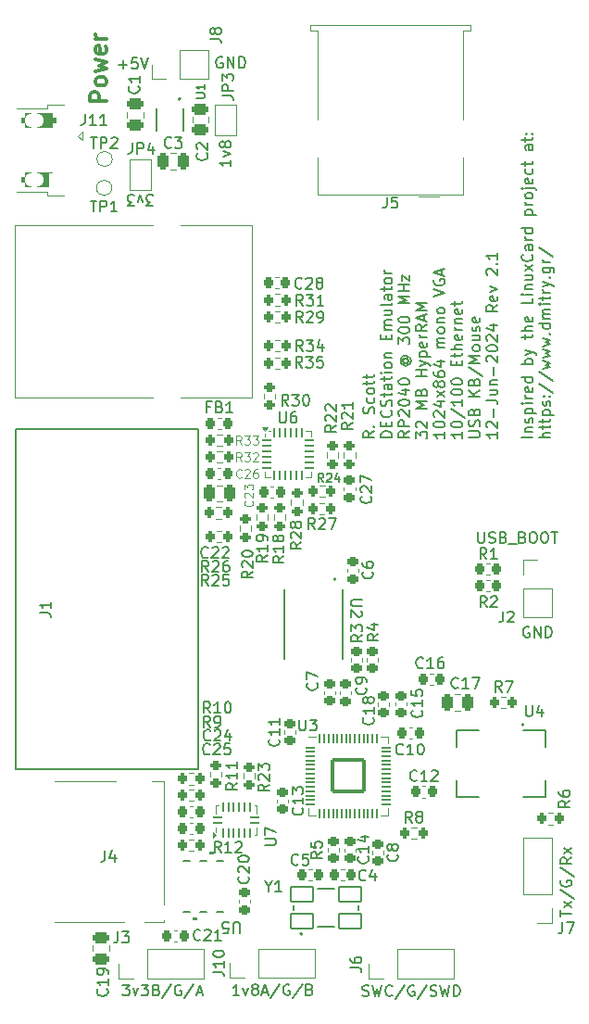
<source format=gto>
G04 #@! TF.GenerationSoftware,KiCad,Pcbnew,8.0.1-8.0.1-1~ubuntu22.04.1*
G04 #@! TF.CreationDate,2024-06-13T00:54:25-07:00*
G04 #@! TF.ProjectId,emu_brd,656d755f-6272-4642-9e6b-696361645f70,REV1*
G04 #@! TF.SameCoordinates,Original*
G04 #@! TF.FileFunction,Legend,Top*
G04 #@! TF.FilePolarity,Positive*
%FSLAX46Y46*%
G04 Gerber Fmt 4.6, Leading zero omitted, Abs format (unit mm)*
G04 Created by KiCad (PCBNEW 8.0.1-8.0.1-1~ubuntu22.04.1) date 2024-06-13 00:54:25*
%MOMM*%
%LPD*%
G01*
G04 APERTURE LIST*
G04 Aperture macros list*
%AMRoundRect*
0 Rectangle with rounded corners*
0 $1 Rounding radius*
0 $2 $3 $4 $5 $6 $7 $8 $9 X,Y pos of 4 corners*
0 Add a 4 corners polygon primitive as box body*
4,1,4,$2,$3,$4,$5,$6,$7,$8,$9,$2,$3,0*
0 Add four circle primitives for the rounded corners*
1,1,$1+$1,$2,$3*
1,1,$1+$1,$4,$5*
1,1,$1+$1,$6,$7*
1,1,$1+$1,$8,$9*
0 Add four rect primitives between the rounded corners*
20,1,$1+$1,$2,$3,$4,$5,0*
20,1,$1+$1,$4,$5,$6,$7,0*
20,1,$1+$1,$6,$7,$8,$9,0*
20,1,$1+$1,$8,$9,$2,$3,0*%
G04 Aperture macros list end*
%ADD10C,0.150000*%
%ADD11C,0.300000*%
%ADD12C,0.125000*%
%ADD13C,0.120000*%
%ADD14C,0.127000*%
%ADD15C,0.200000*%
%ADD16C,0.152400*%
%ADD17C,0.000000*%
%ADD18RoundRect,0.250000X0.475000X-0.250000X0.475000X0.250000X-0.475000X0.250000X-0.475000X-0.250000X0*%
%ADD19R,1.700000X1.700000*%
%ADD20O,1.700000X1.700000*%
%ADD21RoundRect,0.225000X-0.225000X-0.250000X0.225000X-0.250000X0.225000X0.250000X-0.225000X0.250000X0*%
%ADD22RoundRect,0.225000X-0.250000X0.225000X-0.250000X-0.225000X0.250000X-0.225000X0.250000X0.225000X0*%
%ADD23RoundRect,0.225000X0.250000X-0.225000X0.250000X0.225000X-0.250000X0.225000X-0.250000X-0.225000X0*%
%ADD24RoundRect,0.225000X0.225000X0.250000X-0.225000X0.250000X-0.225000X-0.250000X0.225000X-0.250000X0*%
%ADD25RoundRect,0.250000X-0.475000X0.250000X-0.475000X-0.250000X0.475000X-0.250000X0.475000X0.250000X0*%
%ADD26RoundRect,0.050000X-0.387500X-0.050000X0.387500X-0.050000X0.387500X0.050000X-0.387500X0.050000X0*%
%ADD27RoundRect,0.050000X-0.050000X-0.387500X0.050000X-0.387500X0.050000X0.387500X-0.050000X0.387500X0*%
%ADD28RoundRect,0.144000X-1.456000X-1.456000X1.456000X-1.456000X1.456000X1.456000X-1.456000X1.456000X0*%
%ADD29C,2.700000*%
%ADD30RoundRect,0.250000X-0.250000X-0.475000X0.250000X-0.475000X0.250000X0.475000X-0.250000X0.475000X0*%
%ADD31RoundRect,0.200000X0.275000X-0.200000X0.275000X0.200000X-0.275000X0.200000X-0.275000X-0.200000X0*%
%ADD32RoundRect,0.200000X0.200000X0.275000X-0.200000X0.275000X-0.200000X-0.275000X0.200000X-0.275000X0*%
%ADD33RoundRect,0.200000X-0.200000X-0.275000X0.200000X-0.275000X0.200000X0.275000X-0.200000X0.275000X0*%
%ADD34R,0.220000X0.760000*%
%ADD35R,1.500000X0.900000*%
%ADD36RoundRect,0.200000X-0.275000X0.200000X-0.275000X-0.200000X0.275000X-0.200000X0.275000X0.200000X0*%
%ADD37R,1.750000X0.700000*%
%ADD38R,1.000000X1.450000*%
%ADD39R,1.550000X1.000000*%
%ADD40R,1.500000X0.800000*%
%ADD41R,1.500000X1.300000*%
%ADD42R,1.500000X1.500000*%
%ADD43R,1.400000X0.800000*%
%ADD44R,0.280000X0.850000*%
%ADD45R,0.850000X0.280000*%
%ADD46C,0.600000*%
%ADD47C,3.300000*%
%ADD48C,1.612000*%
%ADD49C,1.504000*%
%ADD50C,2.388400*%
%ADD51R,1.750000X0.400000*%
%ADD52R,0.700000X1.825000*%
%ADD53R,1.460000X2.000000*%
%ADD54RoundRect,0.384800X-1.240200X0.265200X-1.240200X-0.265200X1.240200X-0.265200X1.240200X0.265200X0*%
%ADD55O,1.800000X1.300000*%
%ADD56O,1.450000X1.050000*%
%ADD57R,2.500000X1.425000*%
%ADD58R,0.431800X0.965200*%
%ADD59R,4.343400X3.454400*%
%ADD60R,1.600000X1.500000*%
%ADD61C,1.600000*%
%ADD62C,3.000000*%
%ADD63R,1.500000X1.000000*%
%ADD64RoundRect,0.218750X-0.218750X-0.256250X0.218750X-0.256250X0.218750X0.256250X-0.218750X0.256250X0*%
%ADD65RoundRect,0.062500X0.350000X-0.062500X0.350000X0.062500X-0.350000X0.062500X-0.350000X-0.062500X0*%
%ADD66RoundRect,0.062500X0.062500X-0.350000X0.062500X0.350000X-0.062500X0.350000X-0.062500X-0.350000X0*%
%ADD67R,2.000000X1.000000*%
%ADD68RoundRect,0.102000X-1.000000X-0.700000X1.000000X-0.700000X1.000000X0.700000X-1.000000X0.700000X0*%
%ADD69C,1.000000*%
%ADD70RoundRect,0.062500X-0.375000X-0.062500X0.375000X-0.062500X0.375000X0.062500X-0.375000X0.062500X0*%
%ADD71RoundRect,0.062500X-0.062500X-0.375000X0.062500X-0.375000X0.062500X0.375000X-0.062500X0.375000X0*%
%ADD72R,2.500000X2.500000*%
%ADD73C,0.410000*%
%ADD74C,4.700000*%
%ADD75C,1.600200*%
G04 APERTURE END LIST*
D10*
X111848571Y-77709791D02*
X111848571Y-78519314D01*
X111848571Y-78519314D02*
X111896190Y-78614552D01*
X111896190Y-78614552D02*
X111943809Y-78662172D01*
X111943809Y-78662172D02*
X112039047Y-78709791D01*
X112039047Y-78709791D02*
X112229523Y-78709791D01*
X112229523Y-78709791D02*
X112324761Y-78662172D01*
X112324761Y-78662172D02*
X112372380Y-78614552D01*
X112372380Y-78614552D02*
X112419999Y-78519314D01*
X112419999Y-78519314D02*
X112419999Y-77709791D01*
X112848571Y-78662172D02*
X112991428Y-78709791D01*
X112991428Y-78709791D02*
X113229523Y-78709791D01*
X113229523Y-78709791D02*
X113324761Y-78662172D01*
X113324761Y-78662172D02*
X113372380Y-78614552D01*
X113372380Y-78614552D02*
X113419999Y-78519314D01*
X113419999Y-78519314D02*
X113419999Y-78424076D01*
X113419999Y-78424076D02*
X113372380Y-78328838D01*
X113372380Y-78328838D02*
X113324761Y-78281219D01*
X113324761Y-78281219D02*
X113229523Y-78233600D01*
X113229523Y-78233600D02*
X113039047Y-78185981D01*
X113039047Y-78185981D02*
X112943809Y-78138362D01*
X112943809Y-78138362D02*
X112896190Y-78090743D01*
X112896190Y-78090743D02*
X112848571Y-77995505D01*
X112848571Y-77995505D02*
X112848571Y-77900267D01*
X112848571Y-77900267D02*
X112896190Y-77805029D01*
X112896190Y-77805029D02*
X112943809Y-77757410D01*
X112943809Y-77757410D02*
X113039047Y-77709791D01*
X113039047Y-77709791D02*
X113277142Y-77709791D01*
X113277142Y-77709791D02*
X113419999Y-77757410D01*
X114181904Y-78185981D02*
X114324761Y-78233600D01*
X114324761Y-78233600D02*
X114372380Y-78281219D01*
X114372380Y-78281219D02*
X114419999Y-78376457D01*
X114419999Y-78376457D02*
X114419999Y-78519314D01*
X114419999Y-78519314D02*
X114372380Y-78614552D01*
X114372380Y-78614552D02*
X114324761Y-78662172D01*
X114324761Y-78662172D02*
X114229523Y-78709791D01*
X114229523Y-78709791D02*
X113848571Y-78709791D01*
X113848571Y-78709791D02*
X113848571Y-77709791D01*
X113848571Y-77709791D02*
X114181904Y-77709791D01*
X114181904Y-77709791D02*
X114277142Y-77757410D01*
X114277142Y-77757410D02*
X114324761Y-77805029D01*
X114324761Y-77805029D02*
X114372380Y-77900267D01*
X114372380Y-77900267D02*
X114372380Y-77995505D01*
X114372380Y-77995505D02*
X114324761Y-78090743D01*
X114324761Y-78090743D02*
X114277142Y-78138362D01*
X114277142Y-78138362D02*
X114181904Y-78185981D01*
X114181904Y-78185981D02*
X113848571Y-78185981D01*
X114610476Y-78805029D02*
X115372380Y-78805029D01*
X115943809Y-78185981D02*
X116086666Y-78233600D01*
X116086666Y-78233600D02*
X116134285Y-78281219D01*
X116134285Y-78281219D02*
X116181904Y-78376457D01*
X116181904Y-78376457D02*
X116181904Y-78519314D01*
X116181904Y-78519314D02*
X116134285Y-78614552D01*
X116134285Y-78614552D02*
X116086666Y-78662172D01*
X116086666Y-78662172D02*
X115991428Y-78709791D01*
X115991428Y-78709791D02*
X115610476Y-78709791D01*
X115610476Y-78709791D02*
X115610476Y-77709791D01*
X115610476Y-77709791D02*
X115943809Y-77709791D01*
X115943809Y-77709791D02*
X116039047Y-77757410D01*
X116039047Y-77757410D02*
X116086666Y-77805029D01*
X116086666Y-77805029D02*
X116134285Y-77900267D01*
X116134285Y-77900267D02*
X116134285Y-77995505D01*
X116134285Y-77995505D02*
X116086666Y-78090743D01*
X116086666Y-78090743D02*
X116039047Y-78138362D01*
X116039047Y-78138362D02*
X115943809Y-78185981D01*
X115943809Y-78185981D02*
X115610476Y-78185981D01*
X116800952Y-77709791D02*
X116991428Y-77709791D01*
X116991428Y-77709791D02*
X117086666Y-77757410D01*
X117086666Y-77757410D02*
X117181904Y-77852648D01*
X117181904Y-77852648D02*
X117229523Y-78043124D01*
X117229523Y-78043124D02*
X117229523Y-78376457D01*
X117229523Y-78376457D02*
X117181904Y-78566933D01*
X117181904Y-78566933D02*
X117086666Y-78662172D01*
X117086666Y-78662172D02*
X116991428Y-78709791D01*
X116991428Y-78709791D02*
X116800952Y-78709791D01*
X116800952Y-78709791D02*
X116705714Y-78662172D01*
X116705714Y-78662172D02*
X116610476Y-78566933D01*
X116610476Y-78566933D02*
X116562857Y-78376457D01*
X116562857Y-78376457D02*
X116562857Y-78043124D01*
X116562857Y-78043124D02*
X116610476Y-77852648D01*
X116610476Y-77852648D02*
X116705714Y-77757410D01*
X116705714Y-77757410D02*
X116800952Y-77709791D01*
X117848571Y-77709791D02*
X118039047Y-77709791D01*
X118039047Y-77709791D02*
X118134285Y-77757410D01*
X118134285Y-77757410D02*
X118229523Y-77852648D01*
X118229523Y-77852648D02*
X118277142Y-78043124D01*
X118277142Y-78043124D02*
X118277142Y-78376457D01*
X118277142Y-78376457D02*
X118229523Y-78566933D01*
X118229523Y-78566933D02*
X118134285Y-78662172D01*
X118134285Y-78662172D02*
X118039047Y-78709791D01*
X118039047Y-78709791D02*
X117848571Y-78709791D01*
X117848571Y-78709791D02*
X117753333Y-78662172D01*
X117753333Y-78662172D02*
X117658095Y-78566933D01*
X117658095Y-78566933D02*
X117610476Y-78376457D01*
X117610476Y-78376457D02*
X117610476Y-78043124D01*
X117610476Y-78043124D02*
X117658095Y-77852648D01*
X117658095Y-77852648D02*
X117753333Y-77757410D01*
X117753333Y-77757410D02*
X117848571Y-77709791D01*
X118562857Y-77709791D02*
X119134285Y-77709791D01*
X118848571Y-78709791D02*
X118848571Y-77709791D01*
X90040588Y-120039819D02*
X89469160Y-120039819D01*
X89754874Y-120039819D02*
X89754874Y-119039819D01*
X89754874Y-119039819D02*
X89659636Y-119182676D01*
X89659636Y-119182676D02*
X89564398Y-119277914D01*
X89564398Y-119277914D02*
X89469160Y-119325533D01*
X90373922Y-119373152D02*
X90612017Y-120039819D01*
X90612017Y-120039819D02*
X90850112Y-119373152D01*
X91373922Y-119468390D02*
X91278684Y-119420771D01*
X91278684Y-119420771D02*
X91231065Y-119373152D01*
X91231065Y-119373152D02*
X91183446Y-119277914D01*
X91183446Y-119277914D02*
X91183446Y-119230295D01*
X91183446Y-119230295D02*
X91231065Y-119135057D01*
X91231065Y-119135057D02*
X91278684Y-119087438D01*
X91278684Y-119087438D02*
X91373922Y-119039819D01*
X91373922Y-119039819D02*
X91564398Y-119039819D01*
X91564398Y-119039819D02*
X91659636Y-119087438D01*
X91659636Y-119087438D02*
X91707255Y-119135057D01*
X91707255Y-119135057D02*
X91754874Y-119230295D01*
X91754874Y-119230295D02*
X91754874Y-119277914D01*
X91754874Y-119277914D02*
X91707255Y-119373152D01*
X91707255Y-119373152D02*
X91659636Y-119420771D01*
X91659636Y-119420771D02*
X91564398Y-119468390D01*
X91564398Y-119468390D02*
X91373922Y-119468390D01*
X91373922Y-119468390D02*
X91278684Y-119516009D01*
X91278684Y-119516009D02*
X91231065Y-119563628D01*
X91231065Y-119563628D02*
X91183446Y-119658866D01*
X91183446Y-119658866D02*
X91183446Y-119849342D01*
X91183446Y-119849342D02*
X91231065Y-119944580D01*
X91231065Y-119944580D02*
X91278684Y-119992200D01*
X91278684Y-119992200D02*
X91373922Y-120039819D01*
X91373922Y-120039819D02*
X91564398Y-120039819D01*
X91564398Y-120039819D02*
X91659636Y-119992200D01*
X91659636Y-119992200D02*
X91707255Y-119944580D01*
X91707255Y-119944580D02*
X91754874Y-119849342D01*
X91754874Y-119849342D02*
X91754874Y-119658866D01*
X91754874Y-119658866D02*
X91707255Y-119563628D01*
X91707255Y-119563628D02*
X91659636Y-119516009D01*
X91659636Y-119516009D02*
X91564398Y-119468390D01*
X92135827Y-119754104D02*
X92612017Y-119754104D01*
X92040589Y-120039819D02*
X92373922Y-119039819D01*
X92373922Y-119039819D02*
X92707255Y-120039819D01*
X93754874Y-118992200D02*
X92897732Y-120277914D01*
X94612017Y-119087438D02*
X94516779Y-119039819D01*
X94516779Y-119039819D02*
X94373922Y-119039819D01*
X94373922Y-119039819D02*
X94231065Y-119087438D01*
X94231065Y-119087438D02*
X94135827Y-119182676D01*
X94135827Y-119182676D02*
X94088208Y-119277914D01*
X94088208Y-119277914D02*
X94040589Y-119468390D01*
X94040589Y-119468390D02*
X94040589Y-119611247D01*
X94040589Y-119611247D02*
X94088208Y-119801723D01*
X94088208Y-119801723D02*
X94135827Y-119896961D01*
X94135827Y-119896961D02*
X94231065Y-119992200D01*
X94231065Y-119992200D02*
X94373922Y-120039819D01*
X94373922Y-120039819D02*
X94469160Y-120039819D01*
X94469160Y-120039819D02*
X94612017Y-119992200D01*
X94612017Y-119992200D02*
X94659636Y-119944580D01*
X94659636Y-119944580D02*
X94659636Y-119611247D01*
X94659636Y-119611247D02*
X94469160Y-119611247D01*
X95802493Y-118992200D02*
X94945351Y-120277914D01*
X96469160Y-119516009D02*
X96612017Y-119563628D01*
X96612017Y-119563628D02*
X96659636Y-119611247D01*
X96659636Y-119611247D02*
X96707255Y-119706485D01*
X96707255Y-119706485D02*
X96707255Y-119849342D01*
X96707255Y-119849342D02*
X96659636Y-119944580D01*
X96659636Y-119944580D02*
X96612017Y-119992200D01*
X96612017Y-119992200D02*
X96516779Y-120039819D01*
X96516779Y-120039819D02*
X96135827Y-120039819D01*
X96135827Y-120039819D02*
X96135827Y-119039819D01*
X96135827Y-119039819D02*
X96469160Y-119039819D01*
X96469160Y-119039819D02*
X96564398Y-119087438D01*
X96564398Y-119087438D02*
X96612017Y-119135057D01*
X96612017Y-119135057D02*
X96659636Y-119230295D01*
X96659636Y-119230295D02*
X96659636Y-119325533D01*
X96659636Y-119325533D02*
X96612017Y-119420771D01*
X96612017Y-119420771D02*
X96564398Y-119468390D01*
X96564398Y-119468390D02*
X96469160Y-119516009D01*
X96469160Y-119516009D02*
X96135827Y-119516009D01*
X89264819Y-43721428D02*
X89264819Y-44292856D01*
X89264819Y-44007142D02*
X88264819Y-44007142D01*
X88264819Y-44007142D02*
X88407676Y-44102380D01*
X88407676Y-44102380D02*
X88502914Y-44197618D01*
X88502914Y-44197618D02*
X88550533Y-44292856D01*
X88598152Y-43388094D02*
X89264819Y-43149999D01*
X89264819Y-43149999D02*
X88598152Y-42911904D01*
X88693390Y-42388094D02*
X88645771Y-42483332D01*
X88645771Y-42483332D02*
X88598152Y-42530951D01*
X88598152Y-42530951D02*
X88502914Y-42578570D01*
X88502914Y-42578570D02*
X88455295Y-42578570D01*
X88455295Y-42578570D02*
X88360057Y-42530951D01*
X88360057Y-42530951D02*
X88312438Y-42483332D01*
X88312438Y-42483332D02*
X88264819Y-42388094D01*
X88264819Y-42388094D02*
X88264819Y-42197618D01*
X88264819Y-42197618D02*
X88312438Y-42102380D01*
X88312438Y-42102380D02*
X88360057Y-42054761D01*
X88360057Y-42054761D02*
X88455295Y-42007142D01*
X88455295Y-42007142D02*
X88502914Y-42007142D01*
X88502914Y-42007142D02*
X88598152Y-42054761D01*
X88598152Y-42054761D02*
X88645771Y-42102380D01*
X88645771Y-42102380D02*
X88693390Y-42197618D01*
X88693390Y-42197618D02*
X88693390Y-42388094D01*
X88693390Y-42388094D02*
X88741009Y-42483332D01*
X88741009Y-42483332D02*
X88788628Y-42530951D01*
X88788628Y-42530951D02*
X88883866Y-42578570D01*
X88883866Y-42578570D02*
X89074342Y-42578570D01*
X89074342Y-42578570D02*
X89169580Y-42530951D01*
X89169580Y-42530951D02*
X89217200Y-42483332D01*
X89217200Y-42483332D02*
X89264819Y-42388094D01*
X89264819Y-42388094D02*
X89264819Y-42197618D01*
X89264819Y-42197618D02*
X89217200Y-42102380D01*
X89217200Y-42102380D02*
X89169580Y-42054761D01*
X89169580Y-42054761D02*
X89074342Y-42007142D01*
X89074342Y-42007142D02*
X88883866Y-42007142D01*
X88883866Y-42007142D02*
X88788628Y-42054761D01*
X88788628Y-42054761D02*
X88741009Y-42102380D01*
X88741009Y-42102380D02*
X88693390Y-42197618D01*
X119409819Y-112836077D02*
X119409819Y-112264649D01*
X120409819Y-112550363D02*
X119409819Y-112550363D01*
X120409819Y-112026553D02*
X119743152Y-111502744D01*
X119743152Y-112026553D02*
X120409819Y-111502744D01*
X119362200Y-110407506D02*
X120647914Y-111264648D01*
X119457438Y-109550363D02*
X119409819Y-109645601D01*
X119409819Y-109645601D02*
X119409819Y-109788458D01*
X119409819Y-109788458D02*
X119457438Y-109931315D01*
X119457438Y-109931315D02*
X119552676Y-110026553D01*
X119552676Y-110026553D02*
X119647914Y-110074172D01*
X119647914Y-110074172D02*
X119838390Y-110121791D01*
X119838390Y-110121791D02*
X119981247Y-110121791D01*
X119981247Y-110121791D02*
X120171723Y-110074172D01*
X120171723Y-110074172D02*
X120266961Y-110026553D01*
X120266961Y-110026553D02*
X120362200Y-109931315D01*
X120362200Y-109931315D02*
X120409819Y-109788458D01*
X120409819Y-109788458D02*
X120409819Y-109693220D01*
X120409819Y-109693220D02*
X120362200Y-109550363D01*
X120362200Y-109550363D02*
X120314580Y-109502744D01*
X120314580Y-109502744D02*
X119981247Y-109502744D01*
X119981247Y-109502744D02*
X119981247Y-109693220D01*
X119362200Y-108359887D02*
X120647914Y-109217029D01*
X120409819Y-107455125D02*
X119933628Y-107788458D01*
X120409819Y-108026553D02*
X119409819Y-108026553D01*
X119409819Y-108026553D02*
X119409819Y-107645601D01*
X119409819Y-107645601D02*
X119457438Y-107550363D01*
X119457438Y-107550363D02*
X119505057Y-107502744D01*
X119505057Y-107502744D02*
X119600295Y-107455125D01*
X119600295Y-107455125D02*
X119743152Y-107455125D01*
X119743152Y-107455125D02*
X119838390Y-107502744D01*
X119838390Y-107502744D02*
X119886009Y-107550363D01*
X119886009Y-107550363D02*
X119933628Y-107645601D01*
X119933628Y-107645601D02*
X119933628Y-108026553D01*
X120409819Y-107121791D02*
X119743152Y-106597982D01*
X119743152Y-107121791D02*
X120409819Y-106597982D01*
X101304160Y-120077200D02*
X101447017Y-120124819D01*
X101447017Y-120124819D02*
X101685112Y-120124819D01*
X101685112Y-120124819D02*
X101780350Y-120077200D01*
X101780350Y-120077200D02*
X101827969Y-120029580D01*
X101827969Y-120029580D02*
X101875588Y-119934342D01*
X101875588Y-119934342D02*
X101875588Y-119839104D01*
X101875588Y-119839104D02*
X101827969Y-119743866D01*
X101827969Y-119743866D02*
X101780350Y-119696247D01*
X101780350Y-119696247D02*
X101685112Y-119648628D01*
X101685112Y-119648628D02*
X101494636Y-119601009D01*
X101494636Y-119601009D02*
X101399398Y-119553390D01*
X101399398Y-119553390D02*
X101351779Y-119505771D01*
X101351779Y-119505771D02*
X101304160Y-119410533D01*
X101304160Y-119410533D02*
X101304160Y-119315295D01*
X101304160Y-119315295D02*
X101351779Y-119220057D01*
X101351779Y-119220057D02*
X101399398Y-119172438D01*
X101399398Y-119172438D02*
X101494636Y-119124819D01*
X101494636Y-119124819D02*
X101732731Y-119124819D01*
X101732731Y-119124819D02*
X101875588Y-119172438D01*
X102208922Y-119124819D02*
X102447017Y-120124819D01*
X102447017Y-120124819D02*
X102637493Y-119410533D01*
X102637493Y-119410533D02*
X102827969Y-120124819D01*
X102827969Y-120124819D02*
X103066065Y-119124819D01*
X104018445Y-120029580D02*
X103970826Y-120077200D01*
X103970826Y-120077200D02*
X103827969Y-120124819D01*
X103827969Y-120124819D02*
X103732731Y-120124819D01*
X103732731Y-120124819D02*
X103589874Y-120077200D01*
X103589874Y-120077200D02*
X103494636Y-119981961D01*
X103494636Y-119981961D02*
X103447017Y-119886723D01*
X103447017Y-119886723D02*
X103399398Y-119696247D01*
X103399398Y-119696247D02*
X103399398Y-119553390D01*
X103399398Y-119553390D02*
X103447017Y-119362914D01*
X103447017Y-119362914D02*
X103494636Y-119267676D01*
X103494636Y-119267676D02*
X103589874Y-119172438D01*
X103589874Y-119172438D02*
X103732731Y-119124819D01*
X103732731Y-119124819D02*
X103827969Y-119124819D01*
X103827969Y-119124819D02*
X103970826Y-119172438D01*
X103970826Y-119172438D02*
X104018445Y-119220057D01*
X105161302Y-119077200D02*
X104304160Y-120362914D01*
X106018445Y-119172438D02*
X105923207Y-119124819D01*
X105923207Y-119124819D02*
X105780350Y-119124819D01*
X105780350Y-119124819D02*
X105637493Y-119172438D01*
X105637493Y-119172438D02*
X105542255Y-119267676D01*
X105542255Y-119267676D02*
X105494636Y-119362914D01*
X105494636Y-119362914D02*
X105447017Y-119553390D01*
X105447017Y-119553390D02*
X105447017Y-119696247D01*
X105447017Y-119696247D02*
X105494636Y-119886723D01*
X105494636Y-119886723D02*
X105542255Y-119981961D01*
X105542255Y-119981961D02*
X105637493Y-120077200D01*
X105637493Y-120077200D02*
X105780350Y-120124819D01*
X105780350Y-120124819D02*
X105875588Y-120124819D01*
X105875588Y-120124819D02*
X106018445Y-120077200D01*
X106018445Y-120077200D02*
X106066064Y-120029580D01*
X106066064Y-120029580D02*
X106066064Y-119696247D01*
X106066064Y-119696247D02*
X105875588Y-119696247D01*
X107208921Y-119077200D02*
X106351779Y-120362914D01*
X107494636Y-120077200D02*
X107637493Y-120124819D01*
X107637493Y-120124819D02*
X107875588Y-120124819D01*
X107875588Y-120124819D02*
X107970826Y-120077200D01*
X107970826Y-120077200D02*
X108018445Y-120029580D01*
X108018445Y-120029580D02*
X108066064Y-119934342D01*
X108066064Y-119934342D02*
X108066064Y-119839104D01*
X108066064Y-119839104D02*
X108018445Y-119743866D01*
X108018445Y-119743866D02*
X107970826Y-119696247D01*
X107970826Y-119696247D02*
X107875588Y-119648628D01*
X107875588Y-119648628D02*
X107685112Y-119601009D01*
X107685112Y-119601009D02*
X107589874Y-119553390D01*
X107589874Y-119553390D02*
X107542255Y-119505771D01*
X107542255Y-119505771D02*
X107494636Y-119410533D01*
X107494636Y-119410533D02*
X107494636Y-119315295D01*
X107494636Y-119315295D02*
X107542255Y-119220057D01*
X107542255Y-119220057D02*
X107589874Y-119172438D01*
X107589874Y-119172438D02*
X107685112Y-119124819D01*
X107685112Y-119124819D02*
X107923207Y-119124819D01*
X107923207Y-119124819D02*
X108066064Y-119172438D01*
X108399398Y-119124819D02*
X108637493Y-120124819D01*
X108637493Y-120124819D02*
X108827969Y-119410533D01*
X108827969Y-119410533D02*
X109018445Y-120124819D01*
X109018445Y-120124819D02*
X109256541Y-119124819D01*
X109637493Y-120124819D02*
X109637493Y-119124819D01*
X109637493Y-119124819D02*
X109875588Y-119124819D01*
X109875588Y-119124819D02*
X110018445Y-119172438D01*
X110018445Y-119172438D02*
X110113683Y-119267676D01*
X110113683Y-119267676D02*
X110161302Y-119362914D01*
X110161302Y-119362914D02*
X110208921Y-119553390D01*
X110208921Y-119553390D02*
X110208921Y-119696247D01*
X110208921Y-119696247D02*
X110161302Y-119886723D01*
X110161302Y-119886723D02*
X110113683Y-119981961D01*
X110113683Y-119981961D02*
X110018445Y-120077200D01*
X110018445Y-120077200D02*
X109875588Y-120124819D01*
X109875588Y-120124819D02*
X109637493Y-120124819D01*
X102370379Y-68501792D02*
X101894188Y-68835125D01*
X102370379Y-69073220D02*
X101370379Y-69073220D01*
X101370379Y-69073220D02*
X101370379Y-68692268D01*
X101370379Y-68692268D02*
X101417998Y-68597030D01*
X101417998Y-68597030D02*
X101465617Y-68549411D01*
X101465617Y-68549411D02*
X101560855Y-68501792D01*
X101560855Y-68501792D02*
X101703712Y-68501792D01*
X101703712Y-68501792D02*
X101798950Y-68549411D01*
X101798950Y-68549411D02*
X101846569Y-68597030D01*
X101846569Y-68597030D02*
X101894188Y-68692268D01*
X101894188Y-68692268D02*
X101894188Y-69073220D01*
X102275140Y-68073220D02*
X102322760Y-68025601D01*
X102322760Y-68025601D02*
X102370379Y-68073220D01*
X102370379Y-68073220D02*
X102322760Y-68120839D01*
X102322760Y-68120839D02*
X102275140Y-68073220D01*
X102275140Y-68073220D02*
X102370379Y-68073220D01*
X102322760Y-66882744D02*
X102370379Y-66739887D01*
X102370379Y-66739887D02*
X102370379Y-66501792D01*
X102370379Y-66501792D02*
X102322760Y-66406554D01*
X102322760Y-66406554D02*
X102275140Y-66358935D01*
X102275140Y-66358935D02*
X102179902Y-66311316D01*
X102179902Y-66311316D02*
X102084664Y-66311316D01*
X102084664Y-66311316D02*
X101989426Y-66358935D01*
X101989426Y-66358935D02*
X101941807Y-66406554D01*
X101941807Y-66406554D02*
X101894188Y-66501792D01*
X101894188Y-66501792D02*
X101846569Y-66692268D01*
X101846569Y-66692268D02*
X101798950Y-66787506D01*
X101798950Y-66787506D02*
X101751331Y-66835125D01*
X101751331Y-66835125D02*
X101656093Y-66882744D01*
X101656093Y-66882744D02*
X101560855Y-66882744D01*
X101560855Y-66882744D02*
X101465617Y-66835125D01*
X101465617Y-66835125D02*
X101417998Y-66787506D01*
X101417998Y-66787506D02*
X101370379Y-66692268D01*
X101370379Y-66692268D02*
X101370379Y-66454173D01*
X101370379Y-66454173D02*
X101417998Y-66311316D01*
X102322760Y-65454173D02*
X102370379Y-65549411D01*
X102370379Y-65549411D02*
X102370379Y-65739887D01*
X102370379Y-65739887D02*
X102322760Y-65835125D01*
X102322760Y-65835125D02*
X102275140Y-65882744D01*
X102275140Y-65882744D02*
X102179902Y-65930363D01*
X102179902Y-65930363D02*
X101894188Y-65930363D01*
X101894188Y-65930363D02*
X101798950Y-65882744D01*
X101798950Y-65882744D02*
X101751331Y-65835125D01*
X101751331Y-65835125D02*
X101703712Y-65739887D01*
X101703712Y-65739887D02*
X101703712Y-65549411D01*
X101703712Y-65549411D02*
X101751331Y-65454173D01*
X102370379Y-64882744D02*
X102322760Y-64977982D01*
X102322760Y-64977982D02*
X102275140Y-65025601D01*
X102275140Y-65025601D02*
X102179902Y-65073220D01*
X102179902Y-65073220D02*
X101894188Y-65073220D01*
X101894188Y-65073220D02*
X101798950Y-65025601D01*
X101798950Y-65025601D02*
X101751331Y-64977982D01*
X101751331Y-64977982D02*
X101703712Y-64882744D01*
X101703712Y-64882744D02*
X101703712Y-64739887D01*
X101703712Y-64739887D02*
X101751331Y-64644649D01*
X101751331Y-64644649D02*
X101798950Y-64597030D01*
X101798950Y-64597030D02*
X101894188Y-64549411D01*
X101894188Y-64549411D02*
X102179902Y-64549411D01*
X102179902Y-64549411D02*
X102275140Y-64597030D01*
X102275140Y-64597030D02*
X102322760Y-64644649D01*
X102322760Y-64644649D02*
X102370379Y-64739887D01*
X102370379Y-64739887D02*
X102370379Y-64882744D01*
X101703712Y-64263696D02*
X101703712Y-63882744D01*
X101370379Y-64120839D02*
X102227521Y-64120839D01*
X102227521Y-64120839D02*
X102322760Y-64073220D01*
X102322760Y-64073220D02*
X102370379Y-63977982D01*
X102370379Y-63977982D02*
X102370379Y-63882744D01*
X101703712Y-63692267D02*
X101703712Y-63311315D01*
X101370379Y-63549410D02*
X102227521Y-63549410D01*
X102227521Y-63549410D02*
X102322760Y-63501791D01*
X102322760Y-63501791D02*
X102370379Y-63406553D01*
X102370379Y-63406553D02*
X102370379Y-63311315D01*
X103980323Y-69073220D02*
X102980323Y-69073220D01*
X102980323Y-69073220D02*
X102980323Y-68835125D01*
X102980323Y-68835125D02*
X103027942Y-68692268D01*
X103027942Y-68692268D02*
X103123180Y-68597030D01*
X103123180Y-68597030D02*
X103218418Y-68549411D01*
X103218418Y-68549411D02*
X103408894Y-68501792D01*
X103408894Y-68501792D02*
X103551751Y-68501792D01*
X103551751Y-68501792D02*
X103742227Y-68549411D01*
X103742227Y-68549411D02*
X103837465Y-68597030D01*
X103837465Y-68597030D02*
X103932704Y-68692268D01*
X103932704Y-68692268D02*
X103980323Y-68835125D01*
X103980323Y-68835125D02*
X103980323Y-69073220D01*
X103456513Y-68073220D02*
X103456513Y-67739887D01*
X103980323Y-67597030D02*
X103980323Y-68073220D01*
X103980323Y-68073220D02*
X102980323Y-68073220D01*
X102980323Y-68073220D02*
X102980323Y-67597030D01*
X103885084Y-66597030D02*
X103932704Y-66644649D01*
X103932704Y-66644649D02*
X103980323Y-66787506D01*
X103980323Y-66787506D02*
X103980323Y-66882744D01*
X103980323Y-66882744D02*
X103932704Y-67025601D01*
X103932704Y-67025601D02*
X103837465Y-67120839D01*
X103837465Y-67120839D02*
X103742227Y-67168458D01*
X103742227Y-67168458D02*
X103551751Y-67216077D01*
X103551751Y-67216077D02*
X103408894Y-67216077D01*
X103408894Y-67216077D02*
X103218418Y-67168458D01*
X103218418Y-67168458D02*
X103123180Y-67120839D01*
X103123180Y-67120839D02*
X103027942Y-67025601D01*
X103027942Y-67025601D02*
X102980323Y-66882744D01*
X102980323Y-66882744D02*
X102980323Y-66787506D01*
X102980323Y-66787506D02*
X103027942Y-66644649D01*
X103027942Y-66644649D02*
X103075561Y-66597030D01*
X103932704Y-66216077D02*
X103980323Y-66073220D01*
X103980323Y-66073220D02*
X103980323Y-65835125D01*
X103980323Y-65835125D02*
X103932704Y-65739887D01*
X103932704Y-65739887D02*
X103885084Y-65692268D01*
X103885084Y-65692268D02*
X103789846Y-65644649D01*
X103789846Y-65644649D02*
X103694608Y-65644649D01*
X103694608Y-65644649D02*
X103599370Y-65692268D01*
X103599370Y-65692268D02*
X103551751Y-65739887D01*
X103551751Y-65739887D02*
X103504132Y-65835125D01*
X103504132Y-65835125D02*
X103456513Y-66025601D01*
X103456513Y-66025601D02*
X103408894Y-66120839D01*
X103408894Y-66120839D02*
X103361275Y-66168458D01*
X103361275Y-66168458D02*
X103266037Y-66216077D01*
X103266037Y-66216077D02*
X103170799Y-66216077D01*
X103170799Y-66216077D02*
X103075561Y-66168458D01*
X103075561Y-66168458D02*
X103027942Y-66120839D01*
X103027942Y-66120839D02*
X102980323Y-66025601D01*
X102980323Y-66025601D02*
X102980323Y-65787506D01*
X102980323Y-65787506D02*
X103027942Y-65644649D01*
X103313656Y-65358934D02*
X103313656Y-64977982D01*
X102980323Y-65216077D02*
X103837465Y-65216077D01*
X103837465Y-65216077D02*
X103932704Y-65168458D01*
X103932704Y-65168458D02*
X103980323Y-65073220D01*
X103980323Y-65073220D02*
X103980323Y-64977982D01*
X103980323Y-64216077D02*
X103456513Y-64216077D01*
X103456513Y-64216077D02*
X103361275Y-64263696D01*
X103361275Y-64263696D02*
X103313656Y-64358934D01*
X103313656Y-64358934D02*
X103313656Y-64549410D01*
X103313656Y-64549410D02*
X103361275Y-64644648D01*
X103932704Y-64216077D02*
X103980323Y-64311315D01*
X103980323Y-64311315D02*
X103980323Y-64549410D01*
X103980323Y-64549410D02*
X103932704Y-64644648D01*
X103932704Y-64644648D02*
X103837465Y-64692267D01*
X103837465Y-64692267D02*
X103742227Y-64692267D01*
X103742227Y-64692267D02*
X103646989Y-64644648D01*
X103646989Y-64644648D02*
X103599370Y-64549410D01*
X103599370Y-64549410D02*
X103599370Y-64311315D01*
X103599370Y-64311315D02*
X103551751Y-64216077D01*
X103313656Y-63882743D02*
X103313656Y-63501791D01*
X102980323Y-63739886D02*
X103837465Y-63739886D01*
X103837465Y-63739886D02*
X103932704Y-63692267D01*
X103932704Y-63692267D02*
X103980323Y-63597029D01*
X103980323Y-63597029D02*
X103980323Y-63501791D01*
X103980323Y-63168457D02*
X103313656Y-63168457D01*
X102980323Y-63168457D02*
X103027942Y-63216076D01*
X103027942Y-63216076D02*
X103075561Y-63168457D01*
X103075561Y-63168457D02*
X103027942Y-63120838D01*
X103027942Y-63120838D02*
X102980323Y-63168457D01*
X102980323Y-63168457D02*
X103075561Y-63168457D01*
X103980323Y-62549410D02*
X103932704Y-62644648D01*
X103932704Y-62644648D02*
X103885084Y-62692267D01*
X103885084Y-62692267D02*
X103789846Y-62739886D01*
X103789846Y-62739886D02*
X103504132Y-62739886D01*
X103504132Y-62739886D02*
X103408894Y-62692267D01*
X103408894Y-62692267D02*
X103361275Y-62644648D01*
X103361275Y-62644648D02*
X103313656Y-62549410D01*
X103313656Y-62549410D02*
X103313656Y-62406553D01*
X103313656Y-62406553D02*
X103361275Y-62311315D01*
X103361275Y-62311315D02*
X103408894Y-62263696D01*
X103408894Y-62263696D02*
X103504132Y-62216077D01*
X103504132Y-62216077D02*
X103789846Y-62216077D01*
X103789846Y-62216077D02*
X103885084Y-62263696D01*
X103885084Y-62263696D02*
X103932704Y-62311315D01*
X103932704Y-62311315D02*
X103980323Y-62406553D01*
X103980323Y-62406553D02*
X103980323Y-62549410D01*
X103313656Y-61787505D02*
X103980323Y-61787505D01*
X103408894Y-61787505D02*
X103361275Y-61739886D01*
X103361275Y-61739886D02*
X103313656Y-61644648D01*
X103313656Y-61644648D02*
X103313656Y-61501791D01*
X103313656Y-61501791D02*
X103361275Y-61406553D01*
X103361275Y-61406553D02*
X103456513Y-61358934D01*
X103456513Y-61358934D02*
X103980323Y-61358934D01*
X103456513Y-60120838D02*
X103456513Y-59787505D01*
X103980323Y-59644648D02*
X103980323Y-60120838D01*
X103980323Y-60120838D02*
X102980323Y-60120838D01*
X102980323Y-60120838D02*
X102980323Y-59644648D01*
X103980323Y-59216076D02*
X103313656Y-59216076D01*
X103408894Y-59216076D02*
X103361275Y-59168457D01*
X103361275Y-59168457D02*
X103313656Y-59073219D01*
X103313656Y-59073219D02*
X103313656Y-58930362D01*
X103313656Y-58930362D02*
X103361275Y-58835124D01*
X103361275Y-58835124D02*
X103456513Y-58787505D01*
X103456513Y-58787505D02*
X103980323Y-58787505D01*
X103456513Y-58787505D02*
X103361275Y-58739886D01*
X103361275Y-58739886D02*
X103313656Y-58644648D01*
X103313656Y-58644648D02*
X103313656Y-58501791D01*
X103313656Y-58501791D02*
X103361275Y-58406552D01*
X103361275Y-58406552D02*
X103456513Y-58358933D01*
X103456513Y-58358933D02*
X103980323Y-58358933D01*
X103313656Y-57454172D02*
X103980323Y-57454172D01*
X103313656Y-57882743D02*
X103837465Y-57882743D01*
X103837465Y-57882743D02*
X103932704Y-57835124D01*
X103932704Y-57835124D02*
X103980323Y-57739886D01*
X103980323Y-57739886D02*
X103980323Y-57597029D01*
X103980323Y-57597029D02*
X103932704Y-57501791D01*
X103932704Y-57501791D02*
X103885084Y-57454172D01*
X103980323Y-56835124D02*
X103932704Y-56930362D01*
X103932704Y-56930362D02*
X103837465Y-56977981D01*
X103837465Y-56977981D02*
X102980323Y-56977981D01*
X103980323Y-56025600D02*
X103456513Y-56025600D01*
X103456513Y-56025600D02*
X103361275Y-56073219D01*
X103361275Y-56073219D02*
X103313656Y-56168457D01*
X103313656Y-56168457D02*
X103313656Y-56358933D01*
X103313656Y-56358933D02*
X103361275Y-56454171D01*
X103932704Y-56025600D02*
X103980323Y-56120838D01*
X103980323Y-56120838D02*
X103980323Y-56358933D01*
X103980323Y-56358933D02*
X103932704Y-56454171D01*
X103932704Y-56454171D02*
X103837465Y-56501790D01*
X103837465Y-56501790D02*
X103742227Y-56501790D01*
X103742227Y-56501790D02*
X103646989Y-56454171D01*
X103646989Y-56454171D02*
X103599370Y-56358933D01*
X103599370Y-56358933D02*
X103599370Y-56120838D01*
X103599370Y-56120838D02*
X103551751Y-56025600D01*
X103313656Y-55692266D02*
X103313656Y-55311314D01*
X102980323Y-55549409D02*
X103837465Y-55549409D01*
X103837465Y-55549409D02*
X103932704Y-55501790D01*
X103932704Y-55501790D02*
X103980323Y-55406552D01*
X103980323Y-55406552D02*
X103980323Y-55311314D01*
X103980323Y-54835123D02*
X103932704Y-54930361D01*
X103932704Y-54930361D02*
X103885084Y-54977980D01*
X103885084Y-54977980D02*
X103789846Y-55025599D01*
X103789846Y-55025599D02*
X103504132Y-55025599D01*
X103504132Y-55025599D02*
X103408894Y-54977980D01*
X103408894Y-54977980D02*
X103361275Y-54930361D01*
X103361275Y-54930361D02*
X103313656Y-54835123D01*
X103313656Y-54835123D02*
X103313656Y-54692266D01*
X103313656Y-54692266D02*
X103361275Y-54597028D01*
X103361275Y-54597028D02*
X103408894Y-54549409D01*
X103408894Y-54549409D02*
X103504132Y-54501790D01*
X103504132Y-54501790D02*
X103789846Y-54501790D01*
X103789846Y-54501790D02*
X103885084Y-54549409D01*
X103885084Y-54549409D02*
X103932704Y-54597028D01*
X103932704Y-54597028D02*
X103980323Y-54692266D01*
X103980323Y-54692266D02*
X103980323Y-54835123D01*
X103980323Y-54073218D02*
X103313656Y-54073218D01*
X103504132Y-54073218D02*
X103408894Y-54025599D01*
X103408894Y-54025599D02*
X103361275Y-53977980D01*
X103361275Y-53977980D02*
X103313656Y-53882742D01*
X103313656Y-53882742D02*
X103313656Y-53787504D01*
X105590267Y-68501792D02*
X105114076Y-68835125D01*
X105590267Y-69073220D02*
X104590267Y-69073220D01*
X104590267Y-69073220D02*
X104590267Y-68692268D01*
X104590267Y-68692268D02*
X104637886Y-68597030D01*
X104637886Y-68597030D02*
X104685505Y-68549411D01*
X104685505Y-68549411D02*
X104780743Y-68501792D01*
X104780743Y-68501792D02*
X104923600Y-68501792D01*
X104923600Y-68501792D02*
X105018838Y-68549411D01*
X105018838Y-68549411D02*
X105066457Y-68597030D01*
X105066457Y-68597030D02*
X105114076Y-68692268D01*
X105114076Y-68692268D02*
X105114076Y-69073220D01*
X105590267Y-68073220D02*
X104590267Y-68073220D01*
X104590267Y-68073220D02*
X104590267Y-67692268D01*
X104590267Y-67692268D02*
X104637886Y-67597030D01*
X104637886Y-67597030D02*
X104685505Y-67549411D01*
X104685505Y-67549411D02*
X104780743Y-67501792D01*
X104780743Y-67501792D02*
X104923600Y-67501792D01*
X104923600Y-67501792D02*
X105018838Y-67549411D01*
X105018838Y-67549411D02*
X105066457Y-67597030D01*
X105066457Y-67597030D02*
X105114076Y-67692268D01*
X105114076Y-67692268D02*
X105114076Y-68073220D01*
X104685505Y-67120839D02*
X104637886Y-67073220D01*
X104637886Y-67073220D02*
X104590267Y-66977982D01*
X104590267Y-66977982D02*
X104590267Y-66739887D01*
X104590267Y-66739887D02*
X104637886Y-66644649D01*
X104637886Y-66644649D02*
X104685505Y-66597030D01*
X104685505Y-66597030D02*
X104780743Y-66549411D01*
X104780743Y-66549411D02*
X104875981Y-66549411D01*
X104875981Y-66549411D02*
X105018838Y-66597030D01*
X105018838Y-66597030D02*
X105590267Y-67168458D01*
X105590267Y-67168458D02*
X105590267Y-66549411D01*
X104590267Y-65930363D02*
X104590267Y-65835125D01*
X104590267Y-65835125D02*
X104637886Y-65739887D01*
X104637886Y-65739887D02*
X104685505Y-65692268D01*
X104685505Y-65692268D02*
X104780743Y-65644649D01*
X104780743Y-65644649D02*
X104971219Y-65597030D01*
X104971219Y-65597030D02*
X105209314Y-65597030D01*
X105209314Y-65597030D02*
X105399790Y-65644649D01*
X105399790Y-65644649D02*
X105495028Y-65692268D01*
X105495028Y-65692268D02*
X105542648Y-65739887D01*
X105542648Y-65739887D02*
X105590267Y-65835125D01*
X105590267Y-65835125D02*
X105590267Y-65930363D01*
X105590267Y-65930363D02*
X105542648Y-66025601D01*
X105542648Y-66025601D02*
X105495028Y-66073220D01*
X105495028Y-66073220D02*
X105399790Y-66120839D01*
X105399790Y-66120839D02*
X105209314Y-66168458D01*
X105209314Y-66168458D02*
X104971219Y-66168458D01*
X104971219Y-66168458D02*
X104780743Y-66120839D01*
X104780743Y-66120839D02*
X104685505Y-66073220D01*
X104685505Y-66073220D02*
X104637886Y-66025601D01*
X104637886Y-66025601D02*
X104590267Y-65930363D01*
X104923600Y-64739887D02*
X105590267Y-64739887D01*
X104542648Y-64977982D02*
X105256933Y-65216077D01*
X105256933Y-65216077D02*
X105256933Y-64597030D01*
X104590267Y-64025601D02*
X104590267Y-63930363D01*
X104590267Y-63930363D02*
X104637886Y-63835125D01*
X104637886Y-63835125D02*
X104685505Y-63787506D01*
X104685505Y-63787506D02*
X104780743Y-63739887D01*
X104780743Y-63739887D02*
X104971219Y-63692268D01*
X104971219Y-63692268D02*
X105209314Y-63692268D01*
X105209314Y-63692268D02*
X105399790Y-63739887D01*
X105399790Y-63739887D02*
X105495028Y-63787506D01*
X105495028Y-63787506D02*
X105542648Y-63835125D01*
X105542648Y-63835125D02*
X105590267Y-63930363D01*
X105590267Y-63930363D02*
X105590267Y-64025601D01*
X105590267Y-64025601D02*
X105542648Y-64120839D01*
X105542648Y-64120839D02*
X105495028Y-64168458D01*
X105495028Y-64168458D02*
X105399790Y-64216077D01*
X105399790Y-64216077D02*
X105209314Y-64263696D01*
X105209314Y-64263696D02*
X104971219Y-64263696D01*
X104971219Y-64263696D02*
X104780743Y-64216077D01*
X104780743Y-64216077D02*
X104685505Y-64168458D01*
X104685505Y-64168458D02*
X104637886Y-64120839D01*
X104637886Y-64120839D02*
X104590267Y-64025601D01*
X105114076Y-61882744D02*
X105066457Y-61930363D01*
X105066457Y-61930363D02*
X105018838Y-62025601D01*
X105018838Y-62025601D02*
X105018838Y-62120839D01*
X105018838Y-62120839D02*
X105066457Y-62216077D01*
X105066457Y-62216077D02*
X105114076Y-62263696D01*
X105114076Y-62263696D02*
X105209314Y-62311315D01*
X105209314Y-62311315D02*
X105304552Y-62311315D01*
X105304552Y-62311315D02*
X105399790Y-62263696D01*
X105399790Y-62263696D02*
X105447409Y-62216077D01*
X105447409Y-62216077D02*
X105495028Y-62120839D01*
X105495028Y-62120839D02*
X105495028Y-62025601D01*
X105495028Y-62025601D02*
X105447409Y-61930363D01*
X105447409Y-61930363D02*
X105399790Y-61882744D01*
X105018838Y-61882744D02*
X105399790Y-61882744D01*
X105399790Y-61882744D02*
X105447409Y-61835125D01*
X105447409Y-61835125D02*
X105447409Y-61787506D01*
X105447409Y-61787506D02*
X105399790Y-61692267D01*
X105399790Y-61692267D02*
X105304552Y-61644648D01*
X105304552Y-61644648D02*
X105066457Y-61644648D01*
X105066457Y-61644648D02*
X104923600Y-61739887D01*
X104923600Y-61739887D02*
X104828362Y-61882744D01*
X104828362Y-61882744D02*
X104780743Y-62073220D01*
X104780743Y-62073220D02*
X104828362Y-62263696D01*
X104828362Y-62263696D02*
X104923600Y-62406553D01*
X104923600Y-62406553D02*
X105066457Y-62501791D01*
X105066457Y-62501791D02*
X105256933Y-62549410D01*
X105256933Y-62549410D02*
X105447409Y-62501791D01*
X105447409Y-62501791D02*
X105590267Y-62406553D01*
X105590267Y-62406553D02*
X105685505Y-62263696D01*
X105685505Y-62263696D02*
X105733124Y-62073220D01*
X105733124Y-62073220D02*
X105685505Y-61882744D01*
X105685505Y-61882744D02*
X105590267Y-61739887D01*
X104590267Y-60549410D02*
X104590267Y-59930363D01*
X104590267Y-59930363D02*
X104971219Y-60263696D01*
X104971219Y-60263696D02*
X104971219Y-60120839D01*
X104971219Y-60120839D02*
X105018838Y-60025601D01*
X105018838Y-60025601D02*
X105066457Y-59977982D01*
X105066457Y-59977982D02*
X105161695Y-59930363D01*
X105161695Y-59930363D02*
X105399790Y-59930363D01*
X105399790Y-59930363D02*
X105495028Y-59977982D01*
X105495028Y-59977982D02*
X105542648Y-60025601D01*
X105542648Y-60025601D02*
X105590267Y-60120839D01*
X105590267Y-60120839D02*
X105590267Y-60406553D01*
X105590267Y-60406553D02*
X105542648Y-60501791D01*
X105542648Y-60501791D02*
X105495028Y-60549410D01*
X104590267Y-59311315D02*
X104590267Y-59216077D01*
X104590267Y-59216077D02*
X104637886Y-59120839D01*
X104637886Y-59120839D02*
X104685505Y-59073220D01*
X104685505Y-59073220D02*
X104780743Y-59025601D01*
X104780743Y-59025601D02*
X104971219Y-58977982D01*
X104971219Y-58977982D02*
X105209314Y-58977982D01*
X105209314Y-58977982D02*
X105399790Y-59025601D01*
X105399790Y-59025601D02*
X105495028Y-59073220D01*
X105495028Y-59073220D02*
X105542648Y-59120839D01*
X105542648Y-59120839D02*
X105590267Y-59216077D01*
X105590267Y-59216077D02*
X105590267Y-59311315D01*
X105590267Y-59311315D02*
X105542648Y-59406553D01*
X105542648Y-59406553D02*
X105495028Y-59454172D01*
X105495028Y-59454172D02*
X105399790Y-59501791D01*
X105399790Y-59501791D02*
X105209314Y-59549410D01*
X105209314Y-59549410D02*
X104971219Y-59549410D01*
X104971219Y-59549410D02*
X104780743Y-59501791D01*
X104780743Y-59501791D02*
X104685505Y-59454172D01*
X104685505Y-59454172D02*
X104637886Y-59406553D01*
X104637886Y-59406553D02*
X104590267Y-59311315D01*
X104590267Y-58358934D02*
X104590267Y-58263696D01*
X104590267Y-58263696D02*
X104637886Y-58168458D01*
X104637886Y-58168458D02*
X104685505Y-58120839D01*
X104685505Y-58120839D02*
X104780743Y-58073220D01*
X104780743Y-58073220D02*
X104971219Y-58025601D01*
X104971219Y-58025601D02*
X105209314Y-58025601D01*
X105209314Y-58025601D02*
X105399790Y-58073220D01*
X105399790Y-58073220D02*
X105495028Y-58120839D01*
X105495028Y-58120839D02*
X105542648Y-58168458D01*
X105542648Y-58168458D02*
X105590267Y-58263696D01*
X105590267Y-58263696D02*
X105590267Y-58358934D01*
X105590267Y-58358934D02*
X105542648Y-58454172D01*
X105542648Y-58454172D02*
X105495028Y-58501791D01*
X105495028Y-58501791D02*
X105399790Y-58549410D01*
X105399790Y-58549410D02*
X105209314Y-58597029D01*
X105209314Y-58597029D02*
X104971219Y-58597029D01*
X104971219Y-58597029D02*
X104780743Y-58549410D01*
X104780743Y-58549410D02*
X104685505Y-58501791D01*
X104685505Y-58501791D02*
X104637886Y-58454172D01*
X104637886Y-58454172D02*
X104590267Y-58358934D01*
X105590267Y-56835124D02*
X104590267Y-56835124D01*
X104590267Y-56835124D02*
X105304552Y-56501791D01*
X105304552Y-56501791D02*
X104590267Y-56168458D01*
X104590267Y-56168458D02*
X105590267Y-56168458D01*
X105590267Y-55692267D02*
X104590267Y-55692267D01*
X105066457Y-55692267D02*
X105066457Y-55120839D01*
X105590267Y-55120839D02*
X104590267Y-55120839D01*
X104923600Y-54739886D02*
X104923600Y-54216077D01*
X104923600Y-54216077D02*
X105590267Y-54739886D01*
X105590267Y-54739886D02*
X105590267Y-54216077D01*
X106200211Y-69168458D02*
X106200211Y-68549411D01*
X106200211Y-68549411D02*
X106581163Y-68882744D01*
X106581163Y-68882744D02*
X106581163Y-68739887D01*
X106581163Y-68739887D02*
X106628782Y-68644649D01*
X106628782Y-68644649D02*
X106676401Y-68597030D01*
X106676401Y-68597030D02*
X106771639Y-68549411D01*
X106771639Y-68549411D02*
X107009734Y-68549411D01*
X107009734Y-68549411D02*
X107104972Y-68597030D01*
X107104972Y-68597030D02*
X107152592Y-68644649D01*
X107152592Y-68644649D02*
X107200211Y-68739887D01*
X107200211Y-68739887D02*
X107200211Y-69025601D01*
X107200211Y-69025601D02*
X107152592Y-69120839D01*
X107152592Y-69120839D02*
X107104972Y-69168458D01*
X106295449Y-68168458D02*
X106247830Y-68120839D01*
X106247830Y-68120839D02*
X106200211Y-68025601D01*
X106200211Y-68025601D02*
X106200211Y-67787506D01*
X106200211Y-67787506D02*
X106247830Y-67692268D01*
X106247830Y-67692268D02*
X106295449Y-67644649D01*
X106295449Y-67644649D02*
X106390687Y-67597030D01*
X106390687Y-67597030D02*
X106485925Y-67597030D01*
X106485925Y-67597030D02*
X106628782Y-67644649D01*
X106628782Y-67644649D02*
X107200211Y-68216077D01*
X107200211Y-68216077D02*
X107200211Y-67597030D01*
X107200211Y-66406553D02*
X106200211Y-66406553D01*
X106200211Y-66406553D02*
X106914496Y-66073220D01*
X106914496Y-66073220D02*
X106200211Y-65739887D01*
X106200211Y-65739887D02*
X107200211Y-65739887D01*
X106676401Y-64930363D02*
X106724020Y-64787506D01*
X106724020Y-64787506D02*
X106771639Y-64739887D01*
X106771639Y-64739887D02*
X106866877Y-64692268D01*
X106866877Y-64692268D02*
X107009734Y-64692268D01*
X107009734Y-64692268D02*
X107104972Y-64739887D01*
X107104972Y-64739887D02*
X107152592Y-64787506D01*
X107152592Y-64787506D02*
X107200211Y-64882744D01*
X107200211Y-64882744D02*
X107200211Y-65263696D01*
X107200211Y-65263696D02*
X106200211Y-65263696D01*
X106200211Y-65263696D02*
X106200211Y-64930363D01*
X106200211Y-64930363D02*
X106247830Y-64835125D01*
X106247830Y-64835125D02*
X106295449Y-64787506D01*
X106295449Y-64787506D02*
X106390687Y-64739887D01*
X106390687Y-64739887D02*
X106485925Y-64739887D01*
X106485925Y-64739887D02*
X106581163Y-64787506D01*
X106581163Y-64787506D02*
X106628782Y-64835125D01*
X106628782Y-64835125D02*
X106676401Y-64930363D01*
X106676401Y-64930363D02*
X106676401Y-65263696D01*
X107200211Y-63501791D02*
X106200211Y-63501791D01*
X106676401Y-63501791D02*
X106676401Y-62930363D01*
X107200211Y-62930363D02*
X106200211Y-62930363D01*
X106533544Y-62549410D02*
X107200211Y-62311315D01*
X106533544Y-62073220D02*
X107200211Y-62311315D01*
X107200211Y-62311315D02*
X107438306Y-62406553D01*
X107438306Y-62406553D02*
X107485925Y-62454172D01*
X107485925Y-62454172D02*
X107533544Y-62549410D01*
X106533544Y-61692267D02*
X107533544Y-61692267D01*
X106581163Y-61692267D02*
X106533544Y-61597029D01*
X106533544Y-61597029D02*
X106533544Y-61406553D01*
X106533544Y-61406553D02*
X106581163Y-61311315D01*
X106581163Y-61311315D02*
X106628782Y-61263696D01*
X106628782Y-61263696D02*
X106724020Y-61216077D01*
X106724020Y-61216077D02*
X107009734Y-61216077D01*
X107009734Y-61216077D02*
X107104972Y-61263696D01*
X107104972Y-61263696D02*
X107152592Y-61311315D01*
X107152592Y-61311315D02*
X107200211Y-61406553D01*
X107200211Y-61406553D02*
X107200211Y-61597029D01*
X107200211Y-61597029D02*
X107152592Y-61692267D01*
X107152592Y-60406553D02*
X107200211Y-60501791D01*
X107200211Y-60501791D02*
X107200211Y-60692267D01*
X107200211Y-60692267D02*
X107152592Y-60787505D01*
X107152592Y-60787505D02*
X107057353Y-60835124D01*
X107057353Y-60835124D02*
X106676401Y-60835124D01*
X106676401Y-60835124D02*
X106581163Y-60787505D01*
X106581163Y-60787505D02*
X106533544Y-60692267D01*
X106533544Y-60692267D02*
X106533544Y-60501791D01*
X106533544Y-60501791D02*
X106581163Y-60406553D01*
X106581163Y-60406553D02*
X106676401Y-60358934D01*
X106676401Y-60358934D02*
X106771639Y-60358934D01*
X106771639Y-60358934D02*
X106866877Y-60835124D01*
X107200211Y-59930362D02*
X106533544Y-59930362D01*
X106724020Y-59930362D02*
X106628782Y-59882743D01*
X106628782Y-59882743D02*
X106581163Y-59835124D01*
X106581163Y-59835124D02*
X106533544Y-59739886D01*
X106533544Y-59739886D02*
X106533544Y-59644648D01*
X107200211Y-58739886D02*
X106724020Y-59073219D01*
X107200211Y-59311314D02*
X106200211Y-59311314D01*
X106200211Y-59311314D02*
X106200211Y-58930362D01*
X106200211Y-58930362D02*
X106247830Y-58835124D01*
X106247830Y-58835124D02*
X106295449Y-58787505D01*
X106295449Y-58787505D02*
X106390687Y-58739886D01*
X106390687Y-58739886D02*
X106533544Y-58739886D01*
X106533544Y-58739886D02*
X106628782Y-58787505D01*
X106628782Y-58787505D02*
X106676401Y-58835124D01*
X106676401Y-58835124D02*
X106724020Y-58930362D01*
X106724020Y-58930362D02*
X106724020Y-59311314D01*
X106914496Y-58358933D02*
X106914496Y-57882743D01*
X107200211Y-58454171D02*
X106200211Y-58120838D01*
X106200211Y-58120838D02*
X107200211Y-57787505D01*
X107200211Y-57454171D02*
X106200211Y-57454171D01*
X106200211Y-57454171D02*
X106914496Y-57120838D01*
X106914496Y-57120838D02*
X106200211Y-56787505D01*
X106200211Y-56787505D02*
X107200211Y-56787505D01*
X108810155Y-68549411D02*
X108810155Y-69120839D01*
X108810155Y-68835125D02*
X107810155Y-68835125D01*
X107810155Y-68835125D02*
X107953012Y-68930363D01*
X107953012Y-68930363D02*
X108048250Y-69025601D01*
X108048250Y-69025601D02*
X108095869Y-69120839D01*
X107810155Y-67930363D02*
X107810155Y-67835125D01*
X107810155Y-67835125D02*
X107857774Y-67739887D01*
X107857774Y-67739887D02*
X107905393Y-67692268D01*
X107905393Y-67692268D02*
X108000631Y-67644649D01*
X108000631Y-67644649D02*
X108191107Y-67597030D01*
X108191107Y-67597030D02*
X108429202Y-67597030D01*
X108429202Y-67597030D02*
X108619678Y-67644649D01*
X108619678Y-67644649D02*
X108714916Y-67692268D01*
X108714916Y-67692268D02*
X108762536Y-67739887D01*
X108762536Y-67739887D02*
X108810155Y-67835125D01*
X108810155Y-67835125D02*
X108810155Y-67930363D01*
X108810155Y-67930363D02*
X108762536Y-68025601D01*
X108762536Y-68025601D02*
X108714916Y-68073220D01*
X108714916Y-68073220D02*
X108619678Y-68120839D01*
X108619678Y-68120839D02*
X108429202Y-68168458D01*
X108429202Y-68168458D02*
X108191107Y-68168458D01*
X108191107Y-68168458D02*
X108000631Y-68120839D01*
X108000631Y-68120839D02*
X107905393Y-68073220D01*
X107905393Y-68073220D02*
X107857774Y-68025601D01*
X107857774Y-68025601D02*
X107810155Y-67930363D01*
X107905393Y-67216077D02*
X107857774Y-67168458D01*
X107857774Y-67168458D02*
X107810155Y-67073220D01*
X107810155Y-67073220D02*
X107810155Y-66835125D01*
X107810155Y-66835125D02*
X107857774Y-66739887D01*
X107857774Y-66739887D02*
X107905393Y-66692268D01*
X107905393Y-66692268D02*
X108000631Y-66644649D01*
X108000631Y-66644649D02*
X108095869Y-66644649D01*
X108095869Y-66644649D02*
X108238726Y-66692268D01*
X108238726Y-66692268D02*
X108810155Y-67263696D01*
X108810155Y-67263696D02*
X108810155Y-66644649D01*
X108143488Y-65787506D02*
X108810155Y-65787506D01*
X107762536Y-66025601D02*
X108476821Y-66263696D01*
X108476821Y-66263696D02*
X108476821Y-65644649D01*
X108810155Y-65358934D02*
X108143488Y-64835125D01*
X108143488Y-65358934D02*
X108810155Y-64835125D01*
X108238726Y-64311315D02*
X108191107Y-64406553D01*
X108191107Y-64406553D02*
X108143488Y-64454172D01*
X108143488Y-64454172D02*
X108048250Y-64501791D01*
X108048250Y-64501791D02*
X108000631Y-64501791D01*
X108000631Y-64501791D02*
X107905393Y-64454172D01*
X107905393Y-64454172D02*
X107857774Y-64406553D01*
X107857774Y-64406553D02*
X107810155Y-64311315D01*
X107810155Y-64311315D02*
X107810155Y-64120839D01*
X107810155Y-64120839D02*
X107857774Y-64025601D01*
X107857774Y-64025601D02*
X107905393Y-63977982D01*
X107905393Y-63977982D02*
X108000631Y-63930363D01*
X108000631Y-63930363D02*
X108048250Y-63930363D01*
X108048250Y-63930363D02*
X108143488Y-63977982D01*
X108143488Y-63977982D02*
X108191107Y-64025601D01*
X108191107Y-64025601D02*
X108238726Y-64120839D01*
X108238726Y-64120839D02*
X108238726Y-64311315D01*
X108238726Y-64311315D02*
X108286345Y-64406553D01*
X108286345Y-64406553D02*
X108333964Y-64454172D01*
X108333964Y-64454172D02*
X108429202Y-64501791D01*
X108429202Y-64501791D02*
X108619678Y-64501791D01*
X108619678Y-64501791D02*
X108714916Y-64454172D01*
X108714916Y-64454172D02*
X108762536Y-64406553D01*
X108762536Y-64406553D02*
X108810155Y-64311315D01*
X108810155Y-64311315D02*
X108810155Y-64120839D01*
X108810155Y-64120839D02*
X108762536Y-64025601D01*
X108762536Y-64025601D02*
X108714916Y-63977982D01*
X108714916Y-63977982D02*
X108619678Y-63930363D01*
X108619678Y-63930363D02*
X108429202Y-63930363D01*
X108429202Y-63930363D02*
X108333964Y-63977982D01*
X108333964Y-63977982D02*
X108286345Y-64025601D01*
X108286345Y-64025601D02*
X108238726Y-64120839D01*
X107810155Y-63073220D02*
X107810155Y-63263696D01*
X107810155Y-63263696D02*
X107857774Y-63358934D01*
X107857774Y-63358934D02*
X107905393Y-63406553D01*
X107905393Y-63406553D02*
X108048250Y-63501791D01*
X108048250Y-63501791D02*
X108238726Y-63549410D01*
X108238726Y-63549410D02*
X108619678Y-63549410D01*
X108619678Y-63549410D02*
X108714916Y-63501791D01*
X108714916Y-63501791D02*
X108762536Y-63454172D01*
X108762536Y-63454172D02*
X108810155Y-63358934D01*
X108810155Y-63358934D02*
X108810155Y-63168458D01*
X108810155Y-63168458D02*
X108762536Y-63073220D01*
X108762536Y-63073220D02*
X108714916Y-63025601D01*
X108714916Y-63025601D02*
X108619678Y-62977982D01*
X108619678Y-62977982D02*
X108381583Y-62977982D01*
X108381583Y-62977982D02*
X108286345Y-63025601D01*
X108286345Y-63025601D02*
X108238726Y-63073220D01*
X108238726Y-63073220D02*
X108191107Y-63168458D01*
X108191107Y-63168458D02*
X108191107Y-63358934D01*
X108191107Y-63358934D02*
X108238726Y-63454172D01*
X108238726Y-63454172D02*
X108286345Y-63501791D01*
X108286345Y-63501791D02*
X108381583Y-63549410D01*
X108143488Y-62120839D02*
X108810155Y-62120839D01*
X107762536Y-62358934D02*
X108476821Y-62597029D01*
X108476821Y-62597029D02*
X108476821Y-61977982D01*
X108810155Y-60835124D02*
X108143488Y-60835124D01*
X108238726Y-60835124D02*
X108191107Y-60787505D01*
X108191107Y-60787505D02*
X108143488Y-60692267D01*
X108143488Y-60692267D02*
X108143488Y-60549410D01*
X108143488Y-60549410D02*
X108191107Y-60454172D01*
X108191107Y-60454172D02*
X108286345Y-60406553D01*
X108286345Y-60406553D02*
X108810155Y-60406553D01*
X108286345Y-60406553D02*
X108191107Y-60358934D01*
X108191107Y-60358934D02*
X108143488Y-60263696D01*
X108143488Y-60263696D02*
X108143488Y-60120839D01*
X108143488Y-60120839D02*
X108191107Y-60025600D01*
X108191107Y-60025600D02*
X108286345Y-59977981D01*
X108286345Y-59977981D02*
X108810155Y-59977981D01*
X108810155Y-59358934D02*
X108762536Y-59454172D01*
X108762536Y-59454172D02*
X108714916Y-59501791D01*
X108714916Y-59501791D02*
X108619678Y-59549410D01*
X108619678Y-59549410D02*
X108333964Y-59549410D01*
X108333964Y-59549410D02*
X108238726Y-59501791D01*
X108238726Y-59501791D02*
X108191107Y-59454172D01*
X108191107Y-59454172D02*
X108143488Y-59358934D01*
X108143488Y-59358934D02*
X108143488Y-59216077D01*
X108143488Y-59216077D02*
X108191107Y-59120839D01*
X108191107Y-59120839D02*
X108238726Y-59073220D01*
X108238726Y-59073220D02*
X108333964Y-59025601D01*
X108333964Y-59025601D02*
X108619678Y-59025601D01*
X108619678Y-59025601D02*
X108714916Y-59073220D01*
X108714916Y-59073220D02*
X108762536Y-59120839D01*
X108762536Y-59120839D02*
X108810155Y-59216077D01*
X108810155Y-59216077D02*
X108810155Y-59358934D01*
X108143488Y-58597029D02*
X108810155Y-58597029D01*
X108238726Y-58597029D02*
X108191107Y-58549410D01*
X108191107Y-58549410D02*
X108143488Y-58454172D01*
X108143488Y-58454172D02*
X108143488Y-58311315D01*
X108143488Y-58311315D02*
X108191107Y-58216077D01*
X108191107Y-58216077D02*
X108286345Y-58168458D01*
X108286345Y-58168458D02*
X108810155Y-58168458D01*
X108810155Y-57549410D02*
X108762536Y-57644648D01*
X108762536Y-57644648D02*
X108714916Y-57692267D01*
X108714916Y-57692267D02*
X108619678Y-57739886D01*
X108619678Y-57739886D02*
X108333964Y-57739886D01*
X108333964Y-57739886D02*
X108238726Y-57692267D01*
X108238726Y-57692267D02*
X108191107Y-57644648D01*
X108191107Y-57644648D02*
X108143488Y-57549410D01*
X108143488Y-57549410D02*
X108143488Y-57406553D01*
X108143488Y-57406553D02*
X108191107Y-57311315D01*
X108191107Y-57311315D02*
X108238726Y-57263696D01*
X108238726Y-57263696D02*
X108333964Y-57216077D01*
X108333964Y-57216077D02*
X108619678Y-57216077D01*
X108619678Y-57216077D02*
X108714916Y-57263696D01*
X108714916Y-57263696D02*
X108762536Y-57311315D01*
X108762536Y-57311315D02*
X108810155Y-57406553D01*
X108810155Y-57406553D02*
X108810155Y-57549410D01*
X107810155Y-56168457D02*
X108810155Y-55835124D01*
X108810155Y-55835124D02*
X107810155Y-55501791D01*
X107857774Y-54644648D02*
X107810155Y-54739886D01*
X107810155Y-54739886D02*
X107810155Y-54882743D01*
X107810155Y-54882743D02*
X107857774Y-55025600D01*
X107857774Y-55025600D02*
X107953012Y-55120838D01*
X107953012Y-55120838D02*
X108048250Y-55168457D01*
X108048250Y-55168457D02*
X108238726Y-55216076D01*
X108238726Y-55216076D02*
X108381583Y-55216076D01*
X108381583Y-55216076D02*
X108572059Y-55168457D01*
X108572059Y-55168457D02*
X108667297Y-55120838D01*
X108667297Y-55120838D02*
X108762536Y-55025600D01*
X108762536Y-55025600D02*
X108810155Y-54882743D01*
X108810155Y-54882743D02*
X108810155Y-54787505D01*
X108810155Y-54787505D02*
X108762536Y-54644648D01*
X108762536Y-54644648D02*
X108714916Y-54597029D01*
X108714916Y-54597029D02*
X108381583Y-54597029D01*
X108381583Y-54597029D02*
X108381583Y-54787505D01*
X108524440Y-54216076D02*
X108524440Y-53739886D01*
X108810155Y-54311314D02*
X107810155Y-53977981D01*
X107810155Y-53977981D02*
X108810155Y-53644648D01*
X110420099Y-68549411D02*
X110420099Y-69120839D01*
X110420099Y-68835125D02*
X109420099Y-68835125D01*
X109420099Y-68835125D02*
X109562956Y-68930363D01*
X109562956Y-68930363D02*
X109658194Y-69025601D01*
X109658194Y-69025601D02*
X109705813Y-69120839D01*
X109420099Y-67930363D02*
X109420099Y-67835125D01*
X109420099Y-67835125D02*
X109467718Y-67739887D01*
X109467718Y-67739887D02*
X109515337Y-67692268D01*
X109515337Y-67692268D02*
X109610575Y-67644649D01*
X109610575Y-67644649D02*
X109801051Y-67597030D01*
X109801051Y-67597030D02*
X110039146Y-67597030D01*
X110039146Y-67597030D02*
X110229622Y-67644649D01*
X110229622Y-67644649D02*
X110324860Y-67692268D01*
X110324860Y-67692268D02*
X110372480Y-67739887D01*
X110372480Y-67739887D02*
X110420099Y-67835125D01*
X110420099Y-67835125D02*
X110420099Y-67930363D01*
X110420099Y-67930363D02*
X110372480Y-68025601D01*
X110372480Y-68025601D02*
X110324860Y-68073220D01*
X110324860Y-68073220D02*
X110229622Y-68120839D01*
X110229622Y-68120839D02*
X110039146Y-68168458D01*
X110039146Y-68168458D02*
X109801051Y-68168458D01*
X109801051Y-68168458D02*
X109610575Y-68120839D01*
X109610575Y-68120839D02*
X109515337Y-68073220D01*
X109515337Y-68073220D02*
X109467718Y-68025601D01*
X109467718Y-68025601D02*
X109420099Y-67930363D01*
X109372480Y-66454173D02*
X110658194Y-67311315D01*
X110420099Y-65597030D02*
X110420099Y-66168458D01*
X110420099Y-65882744D02*
X109420099Y-65882744D01*
X109420099Y-65882744D02*
X109562956Y-65977982D01*
X109562956Y-65977982D02*
X109658194Y-66073220D01*
X109658194Y-66073220D02*
X109705813Y-66168458D01*
X109420099Y-64977982D02*
X109420099Y-64882744D01*
X109420099Y-64882744D02*
X109467718Y-64787506D01*
X109467718Y-64787506D02*
X109515337Y-64739887D01*
X109515337Y-64739887D02*
X109610575Y-64692268D01*
X109610575Y-64692268D02*
X109801051Y-64644649D01*
X109801051Y-64644649D02*
X110039146Y-64644649D01*
X110039146Y-64644649D02*
X110229622Y-64692268D01*
X110229622Y-64692268D02*
X110324860Y-64739887D01*
X110324860Y-64739887D02*
X110372480Y-64787506D01*
X110372480Y-64787506D02*
X110420099Y-64882744D01*
X110420099Y-64882744D02*
X110420099Y-64977982D01*
X110420099Y-64977982D02*
X110372480Y-65073220D01*
X110372480Y-65073220D02*
X110324860Y-65120839D01*
X110324860Y-65120839D02*
X110229622Y-65168458D01*
X110229622Y-65168458D02*
X110039146Y-65216077D01*
X110039146Y-65216077D02*
X109801051Y-65216077D01*
X109801051Y-65216077D02*
X109610575Y-65168458D01*
X109610575Y-65168458D02*
X109515337Y-65120839D01*
X109515337Y-65120839D02*
X109467718Y-65073220D01*
X109467718Y-65073220D02*
X109420099Y-64977982D01*
X109420099Y-64025601D02*
X109420099Y-63930363D01*
X109420099Y-63930363D02*
X109467718Y-63835125D01*
X109467718Y-63835125D02*
X109515337Y-63787506D01*
X109515337Y-63787506D02*
X109610575Y-63739887D01*
X109610575Y-63739887D02*
X109801051Y-63692268D01*
X109801051Y-63692268D02*
X110039146Y-63692268D01*
X110039146Y-63692268D02*
X110229622Y-63739887D01*
X110229622Y-63739887D02*
X110324860Y-63787506D01*
X110324860Y-63787506D02*
X110372480Y-63835125D01*
X110372480Y-63835125D02*
X110420099Y-63930363D01*
X110420099Y-63930363D02*
X110420099Y-64025601D01*
X110420099Y-64025601D02*
X110372480Y-64120839D01*
X110372480Y-64120839D02*
X110324860Y-64168458D01*
X110324860Y-64168458D02*
X110229622Y-64216077D01*
X110229622Y-64216077D02*
X110039146Y-64263696D01*
X110039146Y-64263696D02*
X109801051Y-64263696D01*
X109801051Y-64263696D02*
X109610575Y-64216077D01*
X109610575Y-64216077D02*
X109515337Y-64168458D01*
X109515337Y-64168458D02*
X109467718Y-64120839D01*
X109467718Y-64120839D02*
X109420099Y-64025601D01*
X109896289Y-62501791D02*
X109896289Y-62168458D01*
X110420099Y-62025601D02*
X110420099Y-62501791D01*
X110420099Y-62501791D02*
X109420099Y-62501791D01*
X109420099Y-62501791D02*
X109420099Y-62025601D01*
X109753432Y-61739886D02*
X109753432Y-61358934D01*
X109420099Y-61597029D02*
X110277241Y-61597029D01*
X110277241Y-61597029D02*
X110372480Y-61549410D01*
X110372480Y-61549410D02*
X110420099Y-61454172D01*
X110420099Y-61454172D02*
X110420099Y-61358934D01*
X110420099Y-61025600D02*
X109420099Y-61025600D01*
X110420099Y-60597029D02*
X109896289Y-60597029D01*
X109896289Y-60597029D02*
X109801051Y-60644648D01*
X109801051Y-60644648D02*
X109753432Y-60739886D01*
X109753432Y-60739886D02*
X109753432Y-60882743D01*
X109753432Y-60882743D02*
X109801051Y-60977981D01*
X109801051Y-60977981D02*
X109848670Y-61025600D01*
X110372480Y-59739886D02*
X110420099Y-59835124D01*
X110420099Y-59835124D02*
X110420099Y-60025600D01*
X110420099Y-60025600D02*
X110372480Y-60120838D01*
X110372480Y-60120838D02*
X110277241Y-60168457D01*
X110277241Y-60168457D02*
X109896289Y-60168457D01*
X109896289Y-60168457D02*
X109801051Y-60120838D01*
X109801051Y-60120838D02*
X109753432Y-60025600D01*
X109753432Y-60025600D02*
X109753432Y-59835124D01*
X109753432Y-59835124D02*
X109801051Y-59739886D01*
X109801051Y-59739886D02*
X109896289Y-59692267D01*
X109896289Y-59692267D02*
X109991527Y-59692267D01*
X109991527Y-59692267D02*
X110086765Y-60168457D01*
X110420099Y-59263695D02*
X109753432Y-59263695D01*
X109943908Y-59263695D02*
X109848670Y-59216076D01*
X109848670Y-59216076D02*
X109801051Y-59168457D01*
X109801051Y-59168457D02*
X109753432Y-59073219D01*
X109753432Y-59073219D02*
X109753432Y-58977981D01*
X109753432Y-58644647D02*
X110420099Y-58644647D01*
X109848670Y-58644647D02*
X109801051Y-58597028D01*
X109801051Y-58597028D02*
X109753432Y-58501790D01*
X109753432Y-58501790D02*
X109753432Y-58358933D01*
X109753432Y-58358933D02*
X109801051Y-58263695D01*
X109801051Y-58263695D02*
X109896289Y-58216076D01*
X109896289Y-58216076D02*
X110420099Y-58216076D01*
X110372480Y-57358933D02*
X110420099Y-57454171D01*
X110420099Y-57454171D02*
X110420099Y-57644647D01*
X110420099Y-57644647D02*
X110372480Y-57739885D01*
X110372480Y-57739885D02*
X110277241Y-57787504D01*
X110277241Y-57787504D02*
X109896289Y-57787504D01*
X109896289Y-57787504D02*
X109801051Y-57739885D01*
X109801051Y-57739885D02*
X109753432Y-57644647D01*
X109753432Y-57644647D02*
X109753432Y-57454171D01*
X109753432Y-57454171D02*
X109801051Y-57358933D01*
X109801051Y-57358933D02*
X109896289Y-57311314D01*
X109896289Y-57311314D02*
X109991527Y-57311314D01*
X109991527Y-57311314D02*
X110086765Y-57787504D01*
X109753432Y-57025599D02*
X109753432Y-56644647D01*
X109420099Y-56882742D02*
X110277241Y-56882742D01*
X110277241Y-56882742D02*
X110372480Y-56835123D01*
X110372480Y-56835123D02*
X110420099Y-56739885D01*
X110420099Y-56739885D02*
X110420099Y-56644647D01*
X111030043Y-69073220D02*
X111839566Y-69073220D01*
X111839566Y-69073220D02*
X111934804Y-69025601D01*
X111934804Y-69025601D02*
X111982424Y-68977982D01*
X111982424Y-68977982D02*
X112030043Y-68882744D01*
X112030043Y-68882744D02*
X112030043Y-68692268D01*
X112030043Y-68692268D02*
X111982424Y-68597030D01*
X111982424Y-68597030D02*
X111934804Y-68549411D01*
X111934804Y-68549411D02*
X111839566Y-68501792D01*
X111839566Y-68501792D02*
X111030043Y-68501792D01*
X111982424Y-68073220D02*
X112030043Y-67930363D01*
X112030043Y-67930363D02*
X112030043Y-67692268D01*
X112030043Y-67692268D02*
X111982424Y-67597030D01*
X111982424Y-67597030D02*
X111934804Y-67549411D01*
X111934804Y-67549411D02*
X111839566Y-67501792D01*
X111839566Y-67501792D02*
X111744328Y-67501792D01*
X111744328Y-67501792D02*
X111649090Y-67549411D01*
X111649090Y-67549411D02*
X111601471Y-67597030D01*
X111601471Y-67597030D02*
X111553852Y-67692268D01*
X111553852Y-67692268D02*
X111506233Y-67882744D01*
X111506233Y-67882744D02*
X111458614Y-67977982D01*
X111458614Y-67977982D02*
X111410995Y-68025601D01*
X111410995Y-68025601D02*
X111315757Y-68073220D01*
X111315757Y-68073220D02*
X111220519Y-68073220D01*
X111220519Y-68073220D02*
X111125281Y-68025601D01*
X111125281Y-68025601D02*
X111077662Y-67977982D01*
X111077662Y-67977982D02*
X111030043Y-67882744D01*
X111030043Y-67882744D02*
X111030043Y-67644649D01*
X111030043Y-67644649D02*
X111077662Y-67501792D01*
X111506233Y-66739887D02*
X111553852Y-66597030D01*
X111553852Y-66597030D02*
X111601471Y-66549411D01*
X111601471Y-66549411D02*
X111696709Y-66501792D01*
X111696709Y-66501792D02*
X111839566Y-66501792D01*
X111839566Y-66501792D02*
X111934804Y-66549411D01*
X111934804Y-66549411D02*
X111982424Y-66597030D01*
X111982424Y-66597030D02*
X112030043Y-66692268D01*
X112030043Y-66692268D02*
X112030043Y-67073220D01*
X112030043Y-67073220D02*
X111030043Y-67073220D01*
X111030043Y-67073220D02*
X111030043Y-66739887D01*
X111030043Y-66739887D02*
X111077662Y-66644649D01*
X111077662Y-66644649D02*
X111125281Y-66597030D01*
X111125281Y-66597030D02*
X111220519Y-66549411D01*
X111220519Y-66549411D02*
X111315757Y-66549411D01*
X111315757Y-66549411D02*
X111410995Y-66597030D01*
X111410995Y-66597030D02*
X111458614Y-66644649D01*
X111458614Y-66644649D02*
X111506233Y-66739887D01*
X111506233Y-66739887D02*
X111506233Y-67073220D01*
X112030043Y-65311315D02*
X111030043Y-65311315D01*
X112030043Y-64739887D02*
X111458614Y-65168458D01*
X111030043Y-64739887D02*
X111601471Y-65311315D01*
X111506233Y-63977982D02*
X111553852Y-63835125D01*
X111553852Y-63835125D02*
X111601471Y-63787506D01*
X111601471Y-63787506D02*
X111696709Y-63739887D01*
X111696709Y-63739887D02*
X111839566Y-63739887D01*
X111839566Y-63739887D02*
X111934804Y-63787506D01*
X111934804Y-63787506D02*
X111982424Y-63835125D01*
X111982424Y-63835125D02*
X112030043Y-63930363D01*
X112030043Y-63930363D02*
X112030043Y-64311315D01*
X112030043Y-64311315D02*
X111030043Y-64311315D01*
X111030043Y-64311315D02*
X111030043Y-63977982D01*
X111030043Y-63977982D02*
X111077662Y-63882744D01*
X111077662Y-63882744D02*
X111125281Y-63835125D01*
X111125281Y-63835125D02*
X111220519Y-63787506D01*
X111220519Y-63787506D02*
X111315757Y-63787506D01*
X111315757Y-63787506D02*
X111410995Y-63835125D01*
X111410995Y-63835125D02*
X111458614Y-63882744D01*
X111458614Y-63882744D02*
X111506233Y-63977982D01*
X111506233Y-63977982D02*
X111506233Y-64311315D01*
X110982424Y-62597030D02*
X112268138Y-63454172D01*
X112030043Y-62263696D02*
X111030043Y-62263696D01*
X111030043Y-62263696D02*
X111744328Y-61930363D01*
X111744328Y-61930363D02*
X111030043Y-61597030D01*
X111030043Y-61597030D02*
X112030043Y-61597030D01*
X112030043Y-60977982D02*
X111982424Y-61073220D01*
X111982424Y-61073220D02*
X111934804Y-61120839D01*
X111934804Y-61120839D02*
X111839566Y-61168458D01*
X111839566Y-61168458D02*
X111553852Y-61168458D01*
X111553852Y-61168458D02*
X111458614Y-61120839D01*
X111458614Y-61120839D02*
X111410995Y-61073220D01*
X111410995Y-61073220D02*
X111363376Y-60977982D01*
X111363376Y-60977982D02*
X111363376Y-60835125D01*
X111363376Y-60835125D02*
X111410995Y-60739887D01*
X111410995Y-60739887D02*
X111458614Y-60692268D01*
X111458614Y-60692268D02*
X111553852Y-60644649D01*
X111553852Y-60644649D02*
X111839566Y-60644649D01*
X111839566Y-60644649D02*
X111934804Y-60692268D01*
X111934804Y-60692268D02*
X111982424Y-60739887D01*
X111982424Y-60739887D02*
X112030043Y-60835125D01*
X112030043Y-60835125D02*
X112030043Y-60977982D01*
X111363376Y-59787506D02*
X112030043Y-59787506D01*
X111363376Y-60216077D02*
X111887185Y-60216077D01*
X111887185Y-60216077D02*
X111982424Y-60168458D01*
X111982424Y-60168458D02*
X112030043Y-60073220D01*
X112030043Y-60073220D02*
X112030043Y-59930363D01*
X112030043Y-59930363D02*
X111982424Y-59835125D01*
X111982424Y-59835125D02*
X111934804Y-59787506D01*
X111982424Y-59358934D02*
X112030043Y-59263696D01*
X112030043Y-59263696D02*
X112030043Y-59073220D01*
X112030043Y-59073220D02*
X111982424Y-58977982D01*
X111982424Y-58977982D02*
X111887185Y-58930363D01*
X111887185Y-58930363D02*
X111839566Y-58930363D01*
X111839566Y-58930363D02*
X111744328Y-58977982D01*
X111744328Y-58977982D02*
X111696709Y-59073220D01*
X111696709Y-59073220D02*
X111696709Y-59216077D01*
X111696709Y-59216077D02*
X111649090Y-59311315D01*
X111649090Y-59311315D02*
X111553852Y-59358934D01*
X111553852Y-59358934D02*
X111506233Y-59358934D01*
X111506233Y-59358934D02*
X111410995Y-59311315D01*
X111410995Y-59311315D02*
X111363376Y-59216077D01*
X111363376Y-59216077D02*
X111363376Y-59073220D01*
X111363376Y-59073220D02*
X111410995Y-58977982D01*
X111982424Y-58120839D02*
X112030043Y-58216077D01*
X112030043Y-58216077D02*
X112030043Y-58406553D01*
X112030043Y-58406553D02*
X111982424Y-58501791D01*
X111982424Y-58501791D02*
X111887185Y-58549410D01*
X111887185Y-58549410D02*
X111506233Y-58549410D01*
X111506233Y-58549410D02*
X111410995Y-58501791D01*
X111410995Y-58501791D02*
X111363376Y-58406553D01*
X111363376Y-58406553D02*
X111363376Y-58216077D01*
X111363376Y-58216077D02*
X111410995Y-58120839D01*
X111410995Y-58120839D02*
X111506233Y-58073220D01*
X111506233Y-58073220D02*
X111601471Y-58073220D01*
X111601471Y-58073220D02*
X111696709Y-58549410D01*
X113639987Y-68549411D02*
X113639987Y-69120839D01*
X113639987Y-68835125D02*
X112639987Y-68835125D01*
X112639987Y-68835125D02*
X112782844Y-68930363D01*
X112782844Y-68930363D02*
X112878082Y-69025601D01*
X112878082Y-69025601D02*
X112925701Y-69120839D01*
X112735225Y-68168458D02*
X112687606Y-68120839D01*
X112687606Y-68120839D02*
X112639987Y-68025601D01*
X112639987Y-68025601D02*
X112639987Y-67787506D01*
X112639987Y-67787506D02*
X112687606Y-67692268D01*
X112687606Y-67692268D02*
X112735225Y-67644649D01*
X112735225Y-67644649D02*
X112830463Y-67597030D01*
X112830463Y-67597030D02*
X112925701Y-67597030D01*
X112925701Y-67597030D02*
X113068558Y-67644649D01*
X113068558Y-67644649D02*
X113639987Y-68216077D01*
X113639987Y-68216077D02*
X113639987Y-67597030D01*
X113259034Y-67168458D02*
X113259034Y-66406554D01*
X112639987Y-65644649D02*
X113354272Y-65644649D01*
X113354272Y-65644649D02*
X113497129Y-65692268D01*
X113497129Y-65692268D02*
X113592368Y-65787506D01*
X113592368Y-65787506D02*
X113639987Y-65930363D01*
X113639987Y-65930363D02*
X113639987Y-66025601D01*
X112973320Y-64739887D02*
X113639987Y-64739887D01*
X112973320Y-65168458D02*
X113497129Y-65168458D01*
X113497129Y-65168458D02*
X113592368Y-65120839D01*
X113592368Y-65120839D02*
X113639987Y-65025601D01*
X113639987Y-65025601D02*
X113639987Y-64882744D01*
X113639987Y-64882744D02*
X113592368Y-64787506D01*
X113592368Y-64787506D02*
X113544748Y-64739887D01*
X112973320Y-64263696D02*
X113639987Y-64263696D01*
X113068558Y-64263696D02*
X113020939Y-64216077D01*
X113020939Y-64216077D02*
X112973320Y-64120839D01*
X112973320Y-64120839D02*
X112973320Y-63977982D01*
X112973320Y-63977982D02*
X113020939Y-63882744D01*
X113020939Y-63882744D02*
X113116177Y-63835125D01*
X113116177Y-63835125D02*
X113639987Y-63835125D01*
X113259034Y-63358934D02*
X113259034Y-62597030D01*
X112735225Y-62168458D02*
X112687606Y-62120839D01*
X112687606Y-62120839D02*
X112639987Y-62025601D01*
X112639987Y-62025601D02*
X112639987Y-61787506D01*
X112639987Y-61787506D02*
X112687606Y-61692268D01*
X112687606Y-61692268D02*
X112735225Y-61644649D01*
X112735225Y-61644649D02*
X112830463Y-61597030D01*
X112830463Y-61597030D02*
X112925701Y-61597030D01*
X112925701Y-61597030D02*
X113068558Y-61644649D01*
X113068558Y-61644649D02*
X113639987Y-62216077D01*
X113639987Y-62216077D02*
X113639987Y-61597030D01*
X112639987Y-60977982D02*
X112639987Y-60882744D01*
X112639987Y-60882744D02*
X112687606Y-60787506D01*
X112687606Y-60787506D02*
X112735225Y-60739887D01*
X112735225Y-60739887D02*
X112830463Y-60692268D01*
X112830463Y-60692268D02*
X113020939Y-60644649D01*
X113020939Y-60644649D02*
X113259034Y-60644649D01*
X113259034Y-60644649D02*
X113449510Y-60692268D01*
X113449510Y-60692268D02*
X113544748Y-60739887D01*
X113544748Y-60739887D02*
X113592368Y-60787506D01*
X113592368Y-60787506D02*
X113639987Y-60882744D01*
X113639987Y-60882744D02*
X113639987Y-60977982D01*
X113639987Y-60977982D02*
X113592368Y-61073220D01*
X113592368Y-61073220D02*
X113544748Y-61120839D01*
X113544748Y-61120839D02*
X113449510Y-61168458D01*
X113449510Y-61168458D02*
X113259034Y-61216077D01*
X113259034Y-61216077D02*
X113020939Y-61216077D01*
X113020939Y-61216077D02*
X112830463Y-61168458D01*
X112830463Y-61168458D02*
X112735225Y-61120839D01*
X112735225Y-61120839D02*
X112687606Y-61073220D01*
X112687606Y-61073220D02*
X112639987Y-60977982D01*
X112735225Y-60263696D02*
X112687606Y-60216077D01*
X112687606Y-60216077D02*
X112639987Y-60120839D01*
X112639987Y-60120839D02*
X112639987Y-59882744D01*
X112639987Y-59882744D02*
X112687606Y-59787506D01*
X112687606Y-59787506D02*
X112735225Y-59739887D01*
X112735225Y-59739887D02*
X112830463Y-59692268D01*
X112830463Y-59692268D02*
X112925701Y-59692268D01*
X112925701Y-59692268D02*
X113068558Y-59739887D01*
X113068558Y-59739887D02*
X113639987Y-60311315D01*
X113639987Y-60311315D02*
X113639987Y-59692268D01*
X112973320Y-58835125D02*
X113639987Y-58835125D01*
X112592368Y-59073220D02*
X113306653Y-59311315D01*
X113306653Y-59311315D02*
X113306653Y-58692268D01*
X113639987Y-56977982D02*
X113163796Y-57311315D01*
X113639987Y-57549410D02*
X112639987Y-57549410D01*
X112639987Y-57549410D02*
X112639987Y-57168458D01*
X112639987Y-57168458D02*
X112687606Y-57073220D01*
X112687606Y-57073220D02*
X112735225Y-57025601D01*
X112735225Y-57025601D02*
X112830463Y-56977982D01*
X112830463Y-56977982D02*
X112973320Y-56977982D01*
X112973320Y-56977982D02*
X113068558Y-57025601D01*
X113068558Y-57025601D02*
X113116177Y-57073220D01*
X113116177Y-57073220D02*
X113163796Y-57168458D01*
X113163796Y-57168458D02*
X113163796Y-57549410D01*
X113592368Y-56168458D02*
X113639987Y-56263696D01*
X113639987Y-56263696D02*
X113639987Y-56454172D01*
X113639987Y-56454172D02*
X113592368Y-56549410D01*
X113592368Y-56549410D02*
X113497129Y-56597029D01*
X113497129Y-56597029D02*
X113116177Y-56597029D01*
X113116177Y-56597029D02*
X113020939Y-56549410D01*
X113020939Y-56549410D02*
X112973320Y-56454172D01*
X112973320Y-56454172D02*
X112973320Y-56263696D01*
X112973320Y-56263696D02*
X113020939Y-56168458D01*
X113020939Y-56168458D02*
X113116177Y-56120839D01*
X113116177Y-56120839D02*
X113211415Y-56120839D01*
X113211415Y-56120839D02*
X113306653Y-56597029D01*
X112973320Y-55787505D02*
X113639987Y-55549410D01*
X113639987Y-55549410D02*
X112973320Y-55311315D01*
X112735225Y-54216076D02*
X112687606Y-54168457D01*
X112687606Y-54168457D02*
X112639987Y-54073219D01*
X112639987Y-54073219D02*
X112639987Y-53835124D01*
X112639987Y-53835124D02*
X112687606Y-53739886D01*
X112687606Y-53739886D02*
X112735225Y-53692267D01*
X112735225Y-53692267D02*
X112830463Y-53644648D01*
X112830463Y-53644648D02*
X112925701Y-53644648D01*
X112925701Y-53644648D02*
X113068558Y-53692267D01*
X113068558Y-53692267D02*
X113639987Y-54263695D01*
X113639987Y-54263695D02*
X113639987Y-53644648D01*
X113544748Y-53216076D02*
X113592368Y-53168457D01*
X113592368Y-53168457D02*
X113639987Y-53216076D01*
X113639987Y-53216076D02*
X113592368Y-53263695D01*
X113592368Y-53263695D02*
X113544748Y-53216076D01*
X113544748Y-53216076D02*
X113639987Y-53216076D01*
X113639987Y-52216077D02*
X113639987Y-52787505D01*
X113639987Y-52501791D02*
X112639987Y-52501791D01*
X112639987Y-52501791D02*
X112782844Y-52597029D01*
X112782844Y-52597029D02*
X112878082Y-52692267D01*
X112878082Y-52692267D02*
X112925701Y-52787505D01*
X116859875Y-69073220D02*
X115859875Y-69073220D01*
X116193208Y-68597030D02*
X116859875Y-68597030D01*
X116288446Y-68597030D02*
X116240827Y-68549411D01*
X116240827Y-68549411D02*
X116193208Y-68454173D01*
X116193208Y-68454173D02*
X116193208Y-68311316D01*
X116193208Y-68311316D02*
X116240827Y-68216078D01*
X116240827Y-68216078D02*
X116336065Y-68168459D01*
X116336065Y-68168459D02*
X116859875Y-68168459D01*
X116812256Y-67739887D02*
X116859875Y-67644649D01*
X116859875Y-67644649D02*
X116859875Y-67454173D01*
X116859875Y-67454173D02*
X116812256Y-67358935D01*
X116812256Y-67358935D02*
X116717017Y-67311316D01*
X116717017Y-67311316D02*
X116669398Y-67311316D01*
X116669398Y-67311316D02*
X116574160Y-67358935D01*
X116574160Y-67358935D02*
X116526541Y-67454173D01*
X116526541Y-67454173D02*
X116526541Y-67597030D01*
X116526541Y-67597030D02*
X116478922Y-67692268D01*
X116478922Y-67692268D02*
X116383684Y-67739887D01*
X116383684Y-67739887D02*
X116336065Y-67739887D01*
X116336065Y-67739887D02*
X116240827Y-67692268D01*
X116240827Y-67692268D02*
X116193208Y-67597030D01*
X116193208Y-67597030D02*
X116193208Y-67454173D01*
X116193208Y-67454173D02*
X116240827Y-67358935D01*
X116193208Y-66882744D02*
X117193208Y-66882744D01*
X116240827Y-66882744D02*
X116193208Y-66787506D01*
X116193208Y-66787506D02*
X116193208Y-66597030D01*
X116193208Y-66597030D02*
X116240827Y-66501792D01*
X116240827Y-66501792D02*
X116288446Y-66454173D01*
X116288446Y-66454173D02*
X116383684Y-66406554D01*
X116383684Y-66406554D02*
X116669398Y-66406554D01*
X116669398Y-66406554D02*
X116764636Y-66454173D01*
X116764636Y-66454173D02*
X116812256Y-66501792D01*
X116812256Y-66501792D02*
X116859875Y-66597030D01*
X116859875Y-66597030D02*
X116859875Y-66787506D01*
X116859875Y-66787506D02*
X116812256Y-66882744D01*
X116859875Y-65977982D02*
X116193208Y-65977982D01*
X115859875Y-65977982D02*
X115907494Y-66025601D01*
X115907494Y-66025601D02*
X115955113Y-65977982D01*
X115955113Y-65977982D02*
X115907494Y-65930363D01*
X115907494Y-65930363D02*
X115859875Y-65977982D01*
X115859875Y-65977982D02*
X115955113Y-65977982D01*
X116859875Y-65501792D02*
X116193208Y-65501792D01*
X116383684Y-65501792D02*
X116288446Y-65454173D01*
X116288446Y-65454173D02*
X116240827Y-65406554D01*
X116240827Y-65406554D02*
X116193208Y-65311316D01*
X116193208Y-65311316D02*
X116193208Y-65216078D01*
X116812256Y-64501792D02*
X116859875Y-64597030D01*
X116859875Y-64597030D02*
X116859875Y-64787506D01*
X116859875Y-64787506D02*
X116812256Y-64882744D01*
X116812256Y-64882744D02*
X116717017Y-64930363D01*
X116717017Y-64930363D02*
X116336065Y-64930363D01*
X116336065Y-64930363D02*
X116240827Y-64882744D01*
X116240827Y-64882744D02*
X116193208Y-64787506D01*
X116193208Y-64787506D02*
X116193208Y-64597030D01*
X116193208Y-64597030D02*
X116240827Y-64501792D01*
X116240827Y-64501792D02*
X116336065Y-64454173D01*
X116336065Y-64454173D02*
X116431303Y-64454173D01*
X116431303Y-64454173D02*
X116526541Y-64930363D01*
X116859875Y-63597030D02*
X115859875Y-63597030D01*
X116812256Y-63597030D02*
X116859875Y-63692268D01*
X116859875Y-63692268D02*
X116859875Y-63882744D01*
X116859875Y-63882744D02*
X116812256Y-63977982D01*
X116812256Y-63977982D02*
X116764636Y-64025601D01*
X116764636Y-64025601D02*
X116669398Y-64073220D01*
X116669398Y-64073220D02*
X116383684Y-64073220D01*
X116383684Y-64073220D02*
X116288446Y-64025601D01*
X116288446Y-64025601D02*
X116240827Y-63977982D01*
X116240827Y-63977982D02*
X116193208Y-63882744D01*
X116193208Y-63882744D02*
X116193208Y-63692268D01*
X116193208Y-63692268D02*
X116240827Y-63597030D01*
X116859875Y-62358934D02*
X115859875Y-62358934D01*
X116240827Y-62358934D02*
X116193208Y-62263696D01*
X116193208Y-62263696D02*
X116193208Y-62073220D01*
X116193208Y-62073220D02*
X116240827Y-61977982D01*
X116240827Y-61977982D02*
X116288446Y-61930363D01*
X116288446Y-61930363D02*
X116383684Y-61882744D01*
X116383684Y-61882744D02*
X116669398Y-61882744D01*
X116669398Y-61882744D02*
X116764636Y-61930363D01*
X116764636Y-61930363D02*
X116812256Y-61977982D01*
X116812256Y-61977982D02*
X116859875Y-62073220D01*
X116859875Y-62073220D02*
X116859875Y-62263696D01*
X116859875Y-62263696D02*
X116812256Y-62358934D01*
X116193208Y-61549410D02*
X116859875Y-61311315D01*
X116193208Y-61073220D02*
X116859875Y-61311315D01*
X116859875Y-61311315D02*
X117097970Y-61406553D01*
X117097970Y-61406553D02*
X117145589Y-61454172D01*
X117145589Y-61454172D02*
X117193208Y-61549410D01*
X116193208Y-60073219D02*
X116193208Y-59692267D01*
X115859875Y-59930362D02*
X116717017Y-59930362D01*
X116717017Y-59930362D02*
X116812256Y-59882743D01*
X116812256Y-59882743D02*
X116859875Y-59787505D01*
X116859875Y-59787505D02*
X116859875Y-59692267D01*
X116859875Y-59358933D02*
X115859875Y-59358933D01*
X116859875Y-58930362D02*
X116336065Y-58930362D01*
X116336065Y-58930362D02*
X116240827Y-58977981D01*
X116240827Y-58977981D02*
X116193208Y-59073219D01*
X116193208Y-59073219D02*
X116193208Y-59216076D01*
X116193208Y-59216076D02*
X116240827Y-59311314D01*
X116240827Y-59311314D02*
X116288446Y-59358933D01*
X116812256Y-58073219D02*
X116859875Y-58168457D01*
X116859875Y-58168457D02*
X116859875Y-58358933D01*
X116859875Y-58358933D02*
X116812256Y-58454171D01*
X116812256Y-58454171D02*
X116717017Y-58501790D01*
X116717017Y-58501790D02*
X116336065Y-58501790D01*
X116336065Y-58501790D02*
X116240827Y-58454171D01*
X116240827Y-58454171D02*
X116193208Y-58358933D01*
X116193208Y-58358933D02*
X116193208Y-58168457D01*
X116193208Y-58168457D02*
X116240827Y-58073219D01*
X116240827Y-58073219D02*
X116336065Y-58025600D01*
X116336065Y-58025600D02*
X116431303Y-58025600D01*
X116431303Y-58025600D02*
X116526541Y-58501790D01*
X116859875Y-56358933D02*
X116859875Y-56835123D01*
X116859875Y-56835123D02*
X115859875Y-56835123D01*
X116859875Y-56025599D02*
X116193208Y-56025599D01*
X115859875Y-56025599D02*
X115907494Y-56073218D01*
X115907494Y-56073218D02*
X115955113Y-56025599D01*
X115955113Y-56025599D02*
X115907494Y-55977980D01*
X115907494Y-55977980D02*
X115859875Y-56025599D01*
X115859875Y-56025599D02*
X115955113Y-56025599D01*
X116193208Y-55549409D02*
X116859875Y-55549409D01*
X116288446Y-55549409D02*
X116240827Y-55501790D01*
X116240827Y-55501790D02*
X116193208Y-55406552D01*
X116193208Y-55406552D02*
X116193208Y-55263695D01*
X116193208Y-55263695D02*
X116240827Y-55168457D01*
X116240827Y-55168457D02*
X116336065Y-55120838D01*
X116336065Y-55120838D02*
X116859875Y-55120838D01*
X116193208Y-54216076D02*
X116859875Y-54216076D01*
X116193208Y-54644647D02*
X116717017Y-54644647D01*
X116717017Y-54644647D02*
X116812256Y-54597028D01*
X116812256Y-54597028D02*
X116859875Y-54501790D01*
X116859875Y-54501790D02*
X116859875Y-54358933D01*
X116859875Y-54358933D02*
X116812256Y-54263695D01*
X116812256Y-54263695D02*
X116764636Y-54216076D01*
X116859875Y-53835123D02*
X116193208Y-53311314D01*
X116193208Y-53835123D02*
X116859875Y-53311314D01*
X116764636Y-52358933D02*
X116812256Y-52406552D01*
X116812256Y-52406552D02*
X116859875Y-52549409D01*
X116859875Y-52549409D02*
X116859875Y-52644647D01*
X116859875Y-52644647D02*
X116812256Y-52787504D01*
X116812256Y-52787504D02*
X116717017Y-52882742D01*
X116717017Y-52882742D02*
X116621779Y-52930361D01*
X116621779Y-52930361D02*
X116431303Y-52977980D01*
X116431303Y-52977980D02*
X116288446Y-52977980D01*
X116288446Y-52977980D02*
X116097970Y-52930361D01*
X116097970Y-52930361D02*
X116002732Y-52882742D01*
X116002732Y-52882742D02*
X115907494Y-52787504D01*
X115907494Y-52787504D02*
X115859875Y-52644647D01*
X115859875Y-52644647D02*
X115859875Y-52549409D01*
X115859875Y-52549409D02*
X115907494Y-52406552D01*
X115907494Y-52406552D02*
X115955113Y-52358933D01*
X116859875Y-51501790D02*
X116336065Y-51501790D01*
X116336065Y-51501790D02*
X116240827Y-51549409D01*
X116240827Y-51549409D02*
X116193208Y-51644647D01*
X116193208Y-51644647D02*
X116193208Y-51835123D01*
X116193208Y-51835123D02*
X116240827Y-51930361D01*
X116812256Y-51501790D02*
X116859875Y-51597028D01*
X116859875Y-51597028D02*
X116859875Y-51835123D01*
X116859875Y-51835123D02*
X116812256Y-51930361D01*
X116812256Y-51930361D02*
X116717017Y-51977980D01*
X116717017Y-51977980D02*
X116621779Y-51977980D01*
X116621779Y-51977980D02*
X116526541Y-51930361D01*
X116526541Y-51930361D02*
X116478922Y-51835123D01*
X116478922Y-51835123D02*
X116478922Y-51597028D01*
X116478922Y-51597028D02*
X116431303Y-51501790D01*
X116859875Y-51025599D02*
X116193208Y-51025599D01*
X116383684Y-51025599D02*
X116288446Y-50977980D01*
X116288446Y-50977980D02*
X116240827Y-50930361D01*
X116240827Y-50930361D02*
X116193208Y-50835123D01*
X116193208Y-50835123D02*
X116193208Y-50739885D01*
X116859875Y-49977980D02*
X115859875Y-49977980D01*
X116812256Y-49977980D02*
X116859875Y-50073218D01*
X116859875Y-50073218D02*
X116859875Y-50263694D01*
X116859875Y-50263694D02*
X116812256Y-50358932D01*
X116812256Y-50358932D02*
X116764636Y-50406551D01*
X116764636Y-50406551D02*
X116669398Y-50454170D01*
X116669398Y-50454170D02*
X116383684Y-50454170D01*
X116383684Y-50454170D02*
X116288446Y-50406551D01*
X116288446Y-50406551D02*
X116240827Y-50358932D01*
X116240827Y-50358932D02*
X116193208Y-50263694D01*
X116193208Y-50263694D02*
X116193208Y-50073218D01*
X116193208Y-50073218D02*
X116240827Y-49977980D01*
X116193208Y-48739884D02*
X117193208Y-48739884D01*
X116240827Y-48739884D02*
X116193208Y-48644646D01*
X116193208Y-48644646D02*
X116193208Y-48454170D01*
X116193208Y-48454170D02*
X116240827Y-48358932D01*
X116240827Y-48358932D02*
X116288446Y-48311313D01*
X116288446Y-48311313D02*
X116383684Y-48263694D01*
X116383684Y-48263694D02*
X116669398Y-48263694D01*
X116669398Y-48263694D02*
X116764636Y-48311313D01*
X116764636Y-48311313D02*
X116812256Y-48358932D01*
X116812256Y-48358932D02*
X116859875Y-48454170D01*
X116859875Y-48454170D02*
X116859875Y-48644646D01*
X116859875Y-48644646D02*
X116812256Y-48739884D01*
X116859875Y-47835122D02*
X116193208Y-47835122D01*
X116383684Y-47835122D02*
X116288446Y-47787503D01*
X116288446Y-47787503D02*
X116240827Y-47739884D01*
X116240827Y-47739884D02*
X116193208Y-47644646D01*
X116193208Y-47644646D02*
X116193208Y-47549408D01*
X116859875Y-47073217D02*
X116812256Y-47168455D01*
X116812256Y-47168455D02*
X116764636Y-47216074D01*
X116764636Y-47216074D02*
X116669398Y-47263693D01*
X116669398Y-47263693D02*
X116383684Y-47263693D01*
X116383684Y-47263693D02*
X116288446Y-47216074D01*
X116288446Y-47216074D02*
X116240827Y-47168455D01*
X116240827Y-47168455D02*
X116193208Y-47073217D01*
X116193208Y-47073217D02*
X116193208Y-46930360D01*
X116193208Y-46930360D02*
X116240827Y-46835122D01*
X116240827Y-46835122D02*
X116288446Y-46787503D01*
X116288446Y-46787503D02*
X116383684Y-46739884D01*
X116383684Y-46739884D02*
X116669398Y-46739884D01*
X116669398Y-46739884D02*
X116764636Y-46787503D01*
X116764636Y-46787503D02*
X116812256Y-46835122D01*
X116812256Y-46835122D02*
X116859875Y-46930360D01*
X116859875Y-46930360D02*
X116859875Y-47073217D01*
X116193208Y-46311312D02*
X117050351Y-46311312D01*
X117050351Y-46311312D02*
X117145589Y-46358931D01*
X117145589Y-46358931D02*
X117193208Y-46454169D01*
X117193208Y-46454169D02*
X117193208Y-46501788D01*
X115859875Y-46311312D02*
X115907494Y-46358931D01*
X115907494Y-46358931D02*
X115955113Y-46311312D01*
X115955113Y-46311312D02*
X115907494Y-46263693D01*
X115907494Y-46263693D02*
X115859875Y-46311312D01*
X115859875Y-46311312D02*
X115955113Y-46311312D01*
X116812256Y-45454170D02*
X116859875Y-45549408D01*
X116859875Y-45549408D02*
X116859875Y-45739884D01*
X116859875Y-45739884D02*
X116812256Y-45835122D01*
X116812256Y-45835122D02*
X116717017Y-45882741D01*
X116717017Y-45882741D02*
X116336065Y-45882741D01*
X116336065Y-45882741D02*
X116240827Y-45835122D01*
X116240827Y-45835122D02*
X116193208Y-45739884D01*
X116193208Y-45739884D02*
X116193208Y-45549408D01*
X116193208Y-45549408D02*
X116240827Y-45454170D01*
X116240827Y-45454170D02*
X116336065Y-45406551D01*
X116336065Y-45406551D02*
X116431303Y-45406551D01*
X116431303Y-45406551D02*
X116526541Y-45882741D01*
X116812256Y-44549408D02*
X116859875Y-44644646D01*
X116859875Y-44644646D02*
X116859875Y-44835122D01*
X116859875Y-44835122D02*
X116812256Y-44930360D01*
X116812256Y-44930360D02*
X116764636Y-44977979D01*
X116764636Y-44977979D02*
X116669398Y-45025598D01*
X116669398Y-45025598D02*
X116383684Y-45025598D01*
X116383684Y-45025598D02*
X116288446Y-44977979D01*
X116288446Y-44977979D02*
X116240827Y-44930360D01*
X116240827Y-44930360D02*
X116193208Y-44835122D01*
X116193208Y-44835122D02*
X116193208Y-44644646D01*
X116193208Y-44644646D02*
X116240827Y-44549408D01*
X116193208Y-44263693D02*
X116193208Y-43882741D01*
X115859875Y-44120836D02*
X116717017Y-44120836D01*
X116717017Y-44120836D02*
X116812256Y-44073217D01*
X116812256Y-44073217D02*
X116859875Y-43977979D01*
X116859875Y-43977979D02*
X116859875Y-43882741D01*
X116859875Y-42358931D02*
X116336065Y-42358931D01*
X116336065Y-42358931D02*
X116240827Y-42406550D01*
X116240827Y-42406550D02*
X116193208Y-42501788D01*
X116193208Y-42501788D02*
X116193208Y-42692264D01*
X116193208Y-42692264D02*
X116240827Y-42787502D01*
X116812256Y-42358931D02*
X116859875Y-42454169D01*
X116859875Y-42454169D02*
X116859875Y-42692264D01*
X116859875Y-42692264D02*
X116812256Y-42787502D01*
X116812256Y-42787502D02*
X116717017Y-42835121D01*
X116717017Y-42835121D02*
X116621779Y-42835121D01*
X116621779Y-42835121D02*
X116526541Y-42787502D01*
X116526541Y-42787502D02*
X116478922Y-42692264D01*
X116478922Y-42692264D02*
X116478922Y-42454169D01*
X116478922Y-42454169D02*
X116431303Y-42358931D01*
X116193208Y-42025597D02*
X116193208Y-41644645D01*
X115859875Y-41882740D02*
X116717017Y-41882740D01*
X116717017Y-41882740D02*
X116812256Y-41835121D01*
X116812256Y-41835121D02*
X116859875Y-41739883D01*
X116859875Y-41739883D02*
X116859875Y-41644645D01*
X116764636Y-41311311D02*
X116812256Y-41263692D01*
X116812256Y-41263692D02*
X116859875Y-41311311D01*
X116859875Y-41311311D02*
X116812256Y-41358930D01*
X116812256Y-41358930D02*
X116764636Y-41311311D01*
X116764636Y-41311311D02*
X116859875Y-41311311D01*
X116240827Y-41311311D02*
X116288446Y-41263692D01*
X116288446Y-41263692D02*
X116336065Y-41311311D01*
X116336065Y-41311311D02*
X116288446Y-41358930D01*
X116288446Y-41358930D02*
X116240827Y-41311311D01*
X116240827Y-41311311D02*
X116336065Y-41311311D01*
X118469819Y-69073220D02*
X117469819Y-69073220D01*
X118469819Y-68644649D02*
X117946009Y-68644649D01*
X117946009Y-68644649D02*
X117850771Y-68692268D01*
X117850771Y-68692268D02*
X117803152Y-68787506D01*
X117803152Y-68787506D02*
X117803152Y-68930363D01*
X117803152Y-68930363D02*
X117850771Y-69025601D01*
X117850771Y-69025601D02*
X117898390Y-69073220D01*
X117803152Y-68311315D02*
X117803152Y-67930363D01*
X117469819Y-68168458D02*
X118326961Y-68168458D01*
X118326961Y-68168458D02*
X118422200Y-68120839D01*
X118422200Y-68120839D02*
X118469819Y-68025601D01*
X118469819Y-68025601D02*
X118469819Y-67930363D01*
X117803152Y-67739886D02*
X117803152Y-67358934D01*
X117469819Y-67597029D02*
X118326961Y-67597029D01*
X118326961Y-67597029D02*
X118422200Y-67549410D01*
X118422200Y-67549410D02*
X118469819Y-67454172D01*
X118469819Y-67454172D02*
X118469819Y-67358934D01*
X117803152Y-67025600D02*
X118803152Y-67025600D01*
X117850771Y-67025600D02*
X117803152Y-66930362D01*
X117803152Y-66930362D02*
X117803152Y-66739886D01*
X117803152Y-66739886D02*
X117850771Y-66644648D01*
X117850771Y-66644648D02*
X117898390Y-66597029D01*
X117898390Y-66597029D02*
X117993628Y-66549410D01*
X117993628Y-66549410D02*
X118279342Y-66549410D01*
X118279342Y-66549410D02*
X118374580Y-66597029D01*
X118374580Y-66597029D02*
X118422200Y-66644648D01*
X118422200Y-66644648D02*
X118469819Y-66739886D01*
X118469819Y-66739886D02*
X118469819Y-66930362D01*
X118469819Y-66930362D02*
X118422200Y-67025600D01*
X118422200Y-66168457D02*
X118469819Y-66073219D01*
X118469819Y-66073219D02*
X118469819Y-65882743D01*
X118469819Y-65882743D02*
X118422200Y-65787505D01*
X118422200Y-65787505D02*
X118326961Y-65739886D01*
X118326961Y-65739886D02*
X118279342Y-65739886D01*
X118279342Y-65739886D02*
X118184104Y-65787505D01*
X118184104Y-65787505D02*
X118136485Y-65882743D01*
X118136485Y-65882743D02*
X118136485Y-66025600D01*
X118136485Y-66025600D02*
X118088866Y-66120838D01*
X118088866Y-66120838D02*
X117993628Y-66168457D01*
X117993628Y-66168457D02*
X117946009Y-66168457D01*
X117946009Y-66168457D02*
X117850771Y-66120838D01*
X117850771Y-66120838D02*
X117803152Y-66025600D01*
X117803152Y-66025600D02*
X117803152Y-65882743D01*
X117803152Y-65882743D02*
X117850771Y-65787505D01*
X118374580Y-65311314D02*
X118422200Y-65263695D01*
X118422200Y-65263695D02*
X118469819Y-65311314D01*
X118469819Y-65311314D02*
X118422200Y-65358933D01*
X118422200Y-65358933D02*
X118374580Y-65311314D01*
X118374580Y-65311314D02*
X118469819Y-65311314D01*
X117850771Y-65311314D02*
X117898390Y-65263695D01*
X117898390Y-65263695D02*
X117946009Y-65311314D01*
X117946009Y-65311314D02*
X117898390Y-65358933D01*
X117898390Y-65358933D02*
X117850771Y-65311314D01*
X117850771Y-65311314D02*
X117946009Y-65311314D01*
X117422200Y-64120839D02*
X118707914Y-64977981D01*
X117422200Y-63073220D02*
X118707914Y-63930362D01*
X117803152Y-62835124D02*
X118469819Y-62644648D01*
X118469819Y-62644648D02*
X117993628Y-62454172D01*
X117993628Y-62454172D02*
X118469819Y-62263696D01*
X118469819Y-62263696D02*
X117803152Y-62073220D01*
X117803152Y-61787505D02*
X118469819Y-61597029D01*
X118469819Y-61597029D02*
X117993628Y-61406553D01*
X117993628Y-61406553D02*
X118469819Y-61216077D01*
X118469819Y-61216077D02*
X117803152Y-61025601D01*
X117803152Y-60739886D02*
X118469819Y-60549410D01*
X118469819Y-60549410D02*
X117993628Y-60358934D01*
X117993628Y-60358934D02*
X118469819Y-60168458D01*
X118469819Y-60168458D02*
X117803152Y-59977982D01*
X118374580Y-59597029D02*
X118422200Y-59549410D01*
X118422200Y-59549410D02*
X118469819Y-59597029D01*
X118469819Y-59597029D02*
X118422200Y-59644648D01*
X118422200Y-59644648D02*
X118374580Y-59597029D01*
X118374580Y-59597029D02*
X118469819Y-59597029D01*
X118469819Y-58692268D02*
X117469819Y-58692268D01*
X118422200Y-58692268D02*
X118469819Y-58787506D01*
X118469819Y-58787506D02*
X118469819Y-58977982D01*
X118469819Y-58977982D02*
X118422200Y-59073220D01*
X118422200Y-59073220D02*
X118374580Y-59120839D01*
X118374580Y-59120839D02*
X118279342Y-59168458D01*
X118279342Y-59168458D02*
X117993628Y-59168458D01*
X117993628Y-59168458D02*
X117898390Y-59120839D01*
X117898390Y-59120839D02*
X117850771Y-59073220D01*
X117850771Y-59073220D02*
X117803152Y-58977982D01*
X117803152Y-58977982D02*
X117803152Y-58787506D01*
X117803152Y-58787506D02*
X117850771Y-58692268D01*
X118469819Y-58216077D02*
X117803152Y-58216077D01*
X117898390Y-58216077D02*
X117850771Y-58168458D01*
X117850771Y-58168458D02*
X117803152Y-58073220D01*
X117803152Y-58073220D02*
X117803152Y-57930363D01*
X117803152Y-57930363D02*
X117850771Y-57835125D01*
X117850771Y-57835125D02*
X117946009Y-57787506D01*
X117946009Y-57787506D02*
X118469819Y-57787506D01*
X117946009Y-57787506D02*
X117850771Y-57739887D01*
X117850771Y-57739887D02*
X117803152Y-57644649D01*
X117803152Y-57644649D02*
X117803152Y-57501792D01*
X117803152Y-57501792D02*
X117850771Y-57406553D01*
X117850771Y-57406553D02*
X117946009Y-57358934D01*
X117946009Y-57358934D02*
X118469819Y-57358934D01*
X118469819Y-56882744D02*
X117803152Y-56882744D01*
X117469819Y-56882744D02*
X117517438Y-56930363D01*
X117517438Y-56930363D02*
X117565057Y-56882744D01*
X117565057Y-56882744D02*
X117517438Y-56835125D01*
X117517438Y-56835125D02*
X117469819Y-56882744D01*
X117469819Y-56882744D02*
X117565057Y-56882744D01*
X117803152Y-56549411D02*
X117803152Y-56168459D01*
X117469819Y-56406554D02*
X118326961Y-56406554D01*
X118326961Y-56406554D02*
X118422200Y-56358935D01*
X118422200Y-56358935D02*
X118469819Y-56263697D01*
X118469819Y-56263697D02*
X118469819Y-56168459D01*
X118469819Y-55835125D02*
X117803152Y-55835125D01*
X117993628Y-55835125D02*
X117898390Y-55787506D01*
X117898390Y-55787506D02*
X117850771Y-55739887D01*
X117850771Y-55739887D02*
X117803152Y-55644649D01*
X117803152Y-55644649D02*
X117803152Y-55549411D01*
X117803152Y-55311315D02*
X118469819Y-55073220D01*
X117803152Y-54835125D02*
X118469819Y-55073220D01*
X118469819Y-55073220D02*
X118707914Y-55168458D01*
X118707914Y-55168458D02*
X118755533Y-55216077D01*
X118755533Y-55216077D02*
X118803152Y-55311315D01*
X118374580Y-54454172D02*
X118422200Y-54406553D01*
X118422200Y-54406553D02*
X118469819Y-54454172D01*
X118469819Y-54454172D02*
X118422200Y-54501791D01*
X118422200Y-54501791D02*
X118374580Y-54454172D01*
X118374580Y-54454172D02*
X118469819Y-54454172D01*
X117803152Y-53549411D02*
X118612676Y-53549411D01*
X118612676Y-53549411D02*
X118707914Y-53597030D01*
X118707914Y-53597030D02*
X118755533Y-53644649D01*
X118755533Y-53644649D02*
X118803152Y-53739887D01*
X118803152Y-53739887D02*
X118803152Y-53882744D01*
X118803152Y-53882744D02*
X118755533Y-53977982D01*
X118422200Y-53549411D02*
X118469819Y-53644649D01*
X118469819Y-53644649D02*
X118469819Y-53835125D01*
X118469819Y-53835125D02*
X118422200Y-53930363D01*
X118422200Y-53930363D02*
X118374580Y-53977982D01*
X118374580Y-53977982D02*
X118279342Y-54025601D01*
X118279342Y-54025601D02*
X117993628Y-54025601D01*
X117993628Y-54025601D02*
X117898390Y-53977982D01*
X117898390Y-53977982D02*
X117850771Y-53930363D01*
X117850771Y-53930363D02*
X117803152Y-53835125D01*
X117803152Y-53835125D02*
X117803152Y-53644649D01*
X117803152Y-53644649D02*
X117850771Y-53549411D01*
X118469819Y-53073220D02*
X117803152Y-53073220D01*
X117993628Y-53073220D02*
X117898390Y-53025601D01*
X117898390Y-53025601D02*
X117850771Y-52977982D01*
X117850771Y-52977982D02*
X117803152Y-52882744D01*
X117803152Y-52882744D02*
X117803152Y-52787506D01*
X117422200Y-51739887D02*
X118707914Y-52597029D01*
X82160475Y-47915180D02*
X81541428Y-47915180D01*
X81541428Y-47915180D02*
X81874761Y-47534228D01*
X81874761Y-47534228D02*
X81731904Y-47534228D01*
X81731904Y-47534228D02*
X81636666Y-47486609D01*
X81636666Y-47486609D02*
X81589047Y-47438990D01*
X81589047Y-47438990D02*
X81541428Y-47343752D01*
X81541428Y-47343752D02*
X81541428Y-47105657D01*
X81541428Y-47105657D02*
X81589047Y-47010419D01*
X81589047Y-47010419D02*
X81636666Y-46962800D01*
X81636666Y-46962800D02*
X81731904Y-46915180D01*
X81731904Y-46915180D02*
X82017618Y-46915180D01*
X82017618Y-46915180D02*
X82112856Y-46962800D01*
X82112856Y-46962800D02*
X82160475Y-47010419D01*
X81208094Y-47581847D02*
X80969999Y-46915180D01*
X80969999Y-46915180D02*
X80731904Y-47581847D01*
X80446189Y-47915180D02*
X79827142Y-47915180D01*
X79827142Y-47915180D02*
X80160475Y-47534228D01*
X80160475Y-47534228D02*
X80017618Y-47534228D01*
X80017618Y-47534228D02*
X79922380Y-47486609D01*
X79922380Y-47486609D02*
X79874761Y-47438990D01*
X79874761Y-47438990D02*
X79827142Y-47343752D01*
X79827142Y-47343752D02*
X79827142Y-47105657D01*
X79827142Y-47105657D02*
X79874761Y-47010419D01*
X79874761Y-47010419D02*
X79922380Y-46962800D01*
X79922380Y-46962800D02*
X80017618Y-46915180D01*
X80017618Y-46915180D02*
X80303332Y-46915180D01*
X80303332Y-46915180D02*
X80398570Y-46962800D01*
X80398570Y-46962800D02*
X80446189Y-47010419D01*
D11*
X77890828Y-38365489D02*
X76390828Y-38365489D01*
X76390828Y-38365489D02*
X76390828Y-37794060D01*
X76390828Y-37794060D02*
X76462257Y-37651203D01*
X76462257Y-37651203D02*
X76533685Y-37579774D01*
X76533685Y-37579774D02*
X76676542Y-37508346D01*
X76676542Y-37508346D02*
X76890828Y-37508346D01*
X76890828Y-37508346D02*
X77033685Y-37579774D01*
X77033685Y-37579774D02*
X77105114Y-37651203D01*
X77105114Y-37651203D02*
X77176542Y-37794060D01*
X77176542Y-37794060D02*
X77176542Y-38365489D01*
X77890828Y-36651203D02*
X77819400Y-36794060D01*
X77819400Y-36794060D02*
X77747971Y-36865489D01*
X77747971Y-36865489D02*
X77605114Y-36936917D01*
X77605114Y-36936917D02*
X77176542Y-36936917D01*
X77176542Y-36936917D02*
X77033685Y-36865489D01*
X77033685Y-36865489D02*
X76962257Y-36794060D01*
X76962257Y-36794060D02*
X76890828Y-36651203D01*
X76890828Y-36651203D02*
X76890828Y-36436917D01*
X76890828Y-36436917D02*
X76962257Y-36294060D01*
X76962257Y-36294060D02*
X77033685Y-36222632D01*
X77033685Y-36222632D02*
X77176542Y-36151203D01*
X77176542Y-36151203D02*
X77605114Y-36151203D01*
X77605114Y-36151203D02*
X77747971Y-36222632D01*
X77747971Y-36222632D02*
X77819400Y-36294060D01*
X77819400Y-36294060D02*
X77890828Y-36436917D01*
X77890828Y-36436917D02*
X77890828Y-36651203D01*
X76890828Y-35651203D02*
X77890828Y-35365489D01*
X77890828Y-35365489D02*
X77176542Y-35079774D01*
X77176542Y-35079774D02*
X77890828Y-34794060D01*
X77890828Y-34794060D02*
X76890828Y-34508346D01*
X77819400Y-33365488D02*
X77890828Y-33508345D01*
X77890828Y-33508345D02*
X77890828Y-33794060D01*
X77890828Y-33794060D02*
X77819400Y-33936917D01*
X77819400Y-33936917D02*
X77676542Y-34008345D01*
X77676542Y-34008345D02*
X77105114Y-34008345D01*
X77105114Y-34008345D02*
X76962257Y-33936917D01*
X76962257Y-33936917D02*
X76890828Y-33794060D01*
X76890828Y-33794060D02*
X76890828Y-33508345D01*
X76890828Y-33508345D02*
X76962257Y-33365488D01*
X76962257Y-33365488D02*
X77105114Y-33294060D01*
X77105114Y-33294060D02*
X77247971Y-33294060D01*
X77247971Y-33294060D02*
X77390828Y-34008345D01*
X77890828Y-32651203D02*
X76890828Y-32651203D01*
X77176542Y-32651203D02*
X77033685Y-32579774D01*
X77033685Y-32579774D02*
X76962257Y-32508346D01*
X76962257Y-32508346D02*
X76890828Y-32365488D01*
X76890828Y-32365488D02*
X76890828Y-32222631D01*
D10*
X88488095Y-34362438D02*
X88392857Y-34314819D01*
X88392857Y-34314819D02*
X88250000Y-34314819D01*
X88250000Y-34314819D02*
X88107143Y-34362438D01*
X88107143Y-34362438D02*
X88011905Y-34457676D01*
X88011905Y-34457676D02*
X87964286Y-34552914D01*
X87964286Y-34552914D02*
X87916667Y-34743390D01*
X87916667Y-34743390D02*
X87916667Y-34886247D01*
X87916667Y-34886247D02*
X87964286Y-35076723D01*
X87964286Y-35076723D02*
X88011905Y-35171961D01*
X88011905Y-35171961D02*
X88107143Y-35267200D01*
X88107143Y-35267200D02*
X88250000Y-35314819D01*
X88250000Y-35314819D02*
X88345238Y-35314819D01*
X88345238Y-35314819D02*
X88488095Y-35267200D01*
X88488095Y-35267200D02*
X88535714Y-35219580D01*
X88535714Y-35219580D02*
X88535714Y-34886247D01*
X88535714Y-34886247D02*
X88345238Y-34886247D01*
X88964286Y-35314819D02*
X88964286Y-34314819D01*
X88964286Y-34314819D02*
X89535714Y-35314819D01*
X89535714Y-35314819D02*
X89535714Y-34314819D01*
X90011905Y-35314819D02*
X90011905Y-34314819D01*
X90011905Y-34314819D02*
X90250000Y-34314819D01*
X90250000Y-34314819D02*
X90392857Y-34362438D01*
X90392857Y-34362438D02*
X90488095Y-34457676D01*
X90488095Y-34457676D02*
X90535714Y-34552914D01*
X90535714Y-34552914D02*
X90583333Y-34743390D01*
X90583333Y-34743390D02*
X90583333Y-34886247D01*
X90583333Y-34886247D02*
X90535714Y-35076723D01*
X90535714Y-35076723D02*
X90488095Y-35171961D01*
X90488095Y-35171961D02*
X90392857Y-35267200D01*
X90392857Y-35267200D02*
X90250000Y-35314819D01*
X90250000Y-35314819D02*
X90011905Y-35314819D01*
X116528095Y-86392438D02*
X116432857Y-86344819D01*
X116432857Y-86344819D02*
X116290000Y-86344819D01*
X116290000Y-86344819D02*
X116147143Y-86392438D01*
X116147143Y-86392438D02*
X116051905Y-86487676D01*
X116051905Y-86487676D02*
X116004286Y-86582914D01*
X116004286Y-86582914D02*
X115956667Y-86773390D01*
X115956667Y-86773390D02*
X115956667Y-86916247D01*
X115956667Y-86916247D02*
X116004286Y-87106723D01*
X116004286Y-87106723D02*
X116051905Y-87201961D01*
X116051905Y-87201961D02*
X116147143Y-87297200D01*
X116147143Y-87297200D02*
X116290000Y-87344819D01*
X116290000Y-87344819D02*
X116385238Y-87344819D01*
X116385238Y-87344819D02*
X116528095Y-87297200D01*
X116528095Y-87297200D02*
X116575714Y-87249580D01*
X116575714Y-87249580D02*
X116575714Y-86916247D01*
X116575714Y-86916247D02*
X116385238Y-86916247D01*
X117004286Y-87344819D02*
X117004286Y-86344819D01*
X117004286Y-86344819D02*
X117575714Y-87344819D01*
X117575714Y-87344819D02*
X117575714Y-86344819D01*
X118051905Y-87344819D02*
X118051905Y-86344819D01*
X118051905Y-86344819D02*
X118290000Y-86344819D01*
X118290000Y-86344819D02*
X118432857Y-86392438D01*
X118432857Y-86392438D02*
X118528095Y-86487676D01*
X118528095Y-86487676D02*
X118575714Y-86582914D01*
X118575714Y-86582914D02*
X118623333Y-86773390D01*
X118623333Y-86773390D02*
X118623333Y-86916247D01*
X118623333Y-86916247D02*
X118575714Y-87106723D01*
X118575714Y-87106723D02*
X118528095Y-87201961D01*
X118528095Y-87201961D02*
X118432857Y-87297200D01*
X118432857Y-87297200D02*
X118290000Y-87344819D01*
X118290000Y-87344819D02*
X118051905Y-87344819D01*
X79361541Y-119069819D02*
X79980588Y-119069819D01*
X79980588Y-119069819D02*
X79647255Y-119450771D01*
X79647255Y-119450771D02*
X79790112Y-119450771D01*
X79790112Y-119450771D02*
X79885350Y-119498390D01*
X79885350Y-119498390D02*
X79932969Y-119546009D01*
X79932969Y-119546009D02*
X79980588Y-119641247D01*
X79980588Y-119641247D02*
X79980588Y-119879342D01*
X79980588Y-119879342D02*
X79932969Y-119974580D01*
X79932969Y-119974580D02*
X79885350Y-120022200D01*
X79885350Y-120022200D02*
X79790112Y-120069819D01*
X79790112Y-120069819D02*
X79504398Y-120069819D01*
X79504398Y-120069819D02*
X79409160Y-120022200D01*
X79409160Y-120022200D02*
X79361541Y-119974580D01*
X80313922Y-119403152D02*
X80552017Y-120069819D01*
X80552017Y-120069819D02*
X80790112Y-119403152D01*
X81075827Y-119069819D02*
X81694874Y-119069819D01*
X81694874Y-119069819D02*
X81361541Y-119450771D01*
X81361541Y-119450771D02*
X81504398Y-119450771D01*
X81504398Y-119450771D02*
X81599636Y-119498390D01*
X81599636Y-119498390D02*
X81647255Y-119546009D01*
X81647255Y-119546009D02*
X81694874Y-119641247D01*
X81694874Y-119641247D02*
X81694874Y-119879342D01*
X81694874Y-119879342D02*
X81647255Y-119974580D01*
X81647255Y-119974580D02*
X81599636Y-120022200D01*
X81599636Y-120022200D02*
X81504398Y-120069819D01*
X81504398Y-120069819D02*
X81218684Y-120069819D01*
X81218684Y-120069819D02*
X81123446Y-120022200D01*
X81123446Y-120022200D02*
X81075827Y-119974580D01*
X82456779Y-119546009D02*
X82599636Y-119593628D01*
X82599636Y-119593628D02*
X82647255Y-119641247D01*
X82647255Y-119641247D02*
X82694874Y-119736485D01*
X82694874Y-119736485D02*
X82694874Y-119879342D01*
X82694874Y-119879342D02*
X82647255Y-119974580D01*
X82647255Y-119974580D02*
X82599636Y-120022200D01*
X82599636Y-120022200D02*
X82504398Y-120069819D01*
X82504398Y-120069819D02*
X82123446Y-120069819D01*
X82123446Y-120069819D02*
X82123446Y-119069819D01*
X82123446Y-119069819D02*
X82456779Y-119069819D01*
X82456779Y-119069819D02*
X82552017Y-119117438D01*
X82552017Y-119117438D02*
X82599636Y-119165057D01*
X82599636Y-119165057D02*
X82647255Y-119260295D01*
X82647255Y-119260295D02*
X82647255Y-119355533D01*
X82647255Y-119355533D02*
X82599636Y-119450771D01*
X82599636Y-119450771D02*
X82552017Y-119498390D01*
X82552017Y-119498390D02*
X82456779Y-119546009D01*
X82456779Y-119546009D02*
X82123446Y-119546009D01*
X83837731Y-119022200D02*
X82980589Y-120307914D01*
X84694874Y-119117438D02*
X84599636Y-119069819D01*
X84599636Y-119069819D02*
X84456779Y-119069819D01*
X84456779Y-119069819D02*
X84313922Y-119117438D01*
X84313922Y-119117438D02*
X84218684Y-119212676D01*
X84218684Y-119212676D02*
X84171065Y-119307914D01*
X84171065Y-119307914D02*
X84123446Y-119498390D01*
X84123446Y-119498390D02*
X84123446Y-119641247D01*
X84123446Y-119641247D02*
X84171065Y-119831723D01*
X84171065Y-119831723D02*
X84218684Y-119926961D01*
X84218684Y-119926961D02*
X84313922Y-120022200D01*
X84313922Y-120022200D02*
X84456779Y-120069819D01*
X84456779Y-120069819D02*
X84552017Y-120069819D01*
X84552017Y-120069819D02*
X84694874Y-120022200D01*
X84694874Y-120022200D02*
X84742493Y-119974580D01*
X84742493Y-119974580D02*
X84742493Y-119641247D01*
X84742493Y-119641247D02*
X84552017Y-119641247D01*
X85885350Y-119022200D02*
X85028208Y-120307914D01*
X86171065Y-119784104D02*
X86647255Y-119784104D01*
X86075827Y-120069819D02*
X86409160Y-119069819D01*
X86409160Y-119069819D02*
X86742493Y-120069819D01*
X79004286Y-35003866D02*
X79766191Y-35003866D01*
X79385238Y-35384819D02*
X79385238Y-34622914D01*
X80718571Y-34384819D02*
X80242381Y-34384819D01*
X80242381Y-34384819D02*
X80194762Y-34861009D01*
X80194762Y-34861009D02*
X80242381Y-34813390D01*
X80242381Y-34813390D02*
X80337619Y-34765771D01*
X80337619Y-34765771D02*
X80575714Y-34765771D01*
X80575714Y-34765771D02*
X80670952Y-34813390D01*
X80670952Y-34813390D02*
X80718571Y-34861009D01*
X80718571Y-34861009D02*
X80766190Y-34956247D01*
X80766190Y-34956247D02*
X80766190Y-35194342D01*
X80766190Y-35194342D02*
X80718571Y-35289580D01*
X80718571Y-35289580D02*
X80670952Y-35337200D01*
X80670952Y-35337200D02*
X80575714Y-35384819D01*
X80575714Y-35384819D02*
X80337619Y-35384819D01*
X80337619Y-35384819D02*
X80242381Y-35337200D01*
X80242381Y-35337200D02*
X80194762Y-35289580D01*
X81051905Y-34384819D02*
X81385238Y-35384819D01*
X81385238Y-35384819D02*
X81718571Y-34384819D01*
X87034580Y-43121666D02*
X87082200Y-43169285D01*
X87082200Y-43169285D02*
X87129819Y-43312142D01*
X87129819Y-43312142D02*
X87129819Y-43407380D01*
X87129819Y-43407380D02*
X87082200Y-43550237D01*
X87082200Y-43550237D02*
X86986961Y-43645475D01*
X86986961Y-43645475D02*
X86891723Y-43693094D01*
X86891723Y-43693094D02*
X86701247Y-43740713D01*
X86701247Y-43740713D02*
X86558390Y-43740713D01*
X86558390Y-43740713D02*
X86367914Y-43693094D01*
X86367914Y-43693094D02*
X86272676Y-43645475D01*
X86272676Y-43645475D02*
X86177438Y-43550237D01*
X86177438Y-43550237D02*
X86129819Y-43407380D01*
X86129819Y-43407380D02*
X86129819Y-43312142D01*
X86129819Y-43312142D02*
X86177438Y-43169285D01*
X86177438Y-43169285D02*
X86225057Y-43121666D01*
X86225057Y-42740713D02*
X86177438Y-42693094D01*
X86177438Y-42693094D02*
X86129819Y-42597856D01*
X86129819Y-42597856D02*
X86129819Y-42359761D01*
X86129819Y-42359761D02*
X86177438Y-42264523D01*
X86177438Y-42264523D02*
X86225057Y-42216904D01*
X86225057Y-42216904D02*
X86320295Y-42169285D01*
X86320295Y-42169285D02*
X86415533Y-42169285D01*
X86415533Y-42169285D02*
X86558390Y-42216904D01*
X86558390Y-42216904D02*
X87129819Y-42788332D01*
X87129819Y-42788332D02*
X87129819Y-42169285D01*
X114146666Y-84954819D02*
X114146666Y-85669104D01*
X114146666Y-85669104D02*
X114099047Y-85811961D01*
X114099047Y-85811961D02*
X114003809Y-85907200D01*
X114003809Y-85907200D02*
X113860952Y-85954819D01*
X113860952Y-85954819D02*
X113765714Y-85954819D01*
X114575238Y-85050057D02*
X114622857Y-85002438D01*
X114622857Y-85002438D02*
X114718095Y-84954819D01*
X114718095Y-84954819D02*
X114956190Y-84954819D01*
X114956190Y-84954819D02*
X115051428Y-85002438D01*
X115051428Y-85002438D02*
X115099047Y-85050057D01*
X115099047Y-85050057D02*
X115146666Y-85145295D01*
X115146666Y-85145295D02*
X115146666Y-85240533D01*
X115146666Y-85240533D02*
X115099047Y-85383390D01*
X115099047Y-85383390D02*
X114527619Y-85954819D01*
X114527619Y-85954819D02*
X115146666Y-85954819D01*
X104995942Y-97968880D02*
X104948323Y-98016500D01*
X104948323Y-98016500D02*
X104805466Y-98064119D01*
X104805466Y-98064119D02*
X104710228Y-98064119D01*
X104710228Y-98064119D02*
X104567371Y-98016500D01*
X104567371Y-98016500D02*
X104472133Y-97921261D01*
X104472133Y-97921261D02*
X104424514Y-97826023D01*
X104424514Y-97826023D02*
X104376895Y-97635547D01*
X104376895Y-97635547D02*
X104376895Y-97492690D01*
X104376895Y-97492690D02*
X104424514Y-97302214D01*
X104424514Y-97302214D02*
X104472133Y-97206976D01*
X104472133Y-97206976D02*
X104567371Y-97111738D01*
X104567371Y-97111738D02*
X104710228Y-97064119D01*
X104710228Y-97064119D02*
X104805466Y-97064119D01*
X104805466Y-97064119D02*
X104948323Y-97111738D01*
X104948323Y-97111738D02*
X104995942Y-97159357D01*
X105948323Y-98064119D02*
X105376895Y-98064119D01*
X105662609Y-98064119D02*
X105662609Y-97064119D01*
X105662609Y-97064119D02*
X105567371Y-97206976D01*
X105567371Y-97206976D02*
X105472133Y-97302214D01*
X105472133Y-97302214D02*
X105376895Y-97349833D01*
X106567371Y-97064119D02*
X106662609Y-97064119D01*
X106662609Y-97064119D02*
X106757847Y-97111738D01*
X106757847Y-97111738D02*
X106805466Y-97159357D01*
X106805466Y-97159357D02*
X106853085Y-97254595D01*
X106853085Y-97254595D02*
X106900704Y-97445071D01*
X106900704Y-97445071D02*
X106900704Y-97683166D01*
X106900704Y-97683166D02*
X106853085Y-97873642D01*
X106853085Y-97873642D02*
X106805466Y-97968880D01*
X106805466Y-97968880D02*
X106757847Y-98016500D01*
X106757847Y-98016500D02*
X106662609Y-98064119D01*
X106662609Y-98064119D02*
X106567371Y-98064119D01*
X106567371Y-98064119D02*
X106472133Y-98016500D01*
X106472133Y-98016500D02*
X106424514Y-97968880D01*
X106424514Y-97968880D02*
X106376895Y-97873642D01*
X106376895Y-97873642D02*
X106329276Y-97683166D01*
X106329276Y-97683166D02*
X106329276Y-97445071D01*
X106329276Y-97445071D02*
X106376895Y-97254595D01*
X106376895Y-97254595D02*
X106424514Y-97159357D01*
X106424514Y-97159357D02*
X106472133Y-97111738D01*
X106472133Y-97111738D02*
X106567371Y-97064119D01*
X95779580Y-102922857D02*
X95827200Y-102970476D01*
X95827200Y-102970476D02*
X95874819Y-103113333D01*
X95874819Y-103113333D02*
X95874819Y-103208571D01*
X95874819Y-103208571D02*
X95827200Y-103351428D01*
X95827200Y-103351428D02*
X95731961Y-103446666D01*
X95731961Y-103446666D02*
X95636723Y-103494285D01*
X95636723Y-103494285D02*
X95446247Y-103541904D01*
X95446247Y-103541904D02*
X95303390Y-103541904D01*
X95303390Y-103541904D02*
X95112914Y-103494285D01*
X95112914Y-103494285D02*
X95017676Y-103446666D01*
X95017676Y-103446666D02*
X94922438Y-103351428D01*
X94922438Y-103351428D02*
X94874819Y-103208571D01*
X94874819Y-103208571D02*
X94874819Y-103113333D01*
X94874819Y-103113333D02*
X94922438Y-102970476D01*
X94922438Y-102970476D02*
X94970057Y-102922857D01*
X95874819Y-101970476D02*
X95874819Y-102541904D01*
X95874819Y-102256190D02*
X94874819Y-102256190D01*
X94874819Y-102256190D02*
X95017676Y-102351428D01*
X95017676Y-102351428D02*
X95112914Y-102446666D01*
X95112914Y-102446666D02*
X95160533Y-102541904D01*
X94874819Y-101637142D02*
X94874819Y-101018095D01*
X94874819Y-101018095D02*
X95255771Y-101351428D01*
X95255771Y-101351428D02*
X95255771Y-101208571D01*
X95255771Y-101208571D02*
X95303390Y-101113333D01*
X95303390Y-101113333D02*
X95351009Y-101065714D01*
X95351009Y-101065714D02*
X95446247Y-101018095D01*
X95446247Y-101018095D02*
X95684342Y-101018095D01*
X95684342Y-101018095D02*
X95779580Y-101065714D01*
X95779580Y-101065714D02*
X95827200Y-101113333D01*
X95827200Y-101113333D02*
X95874819Y-101208571D01*
X95874819Y-101208571D02*
X95874819Y-101494285D01*
X95874819Y-101494285D02*
X95827200Y-101589523D01*
X95827200Y-101589523D02*
X95779580Y-101637142D01*
X102185480Y-81351266D02*
X102233100Y-81398885D01*
X102233100Y-81398885D02*
X102280719Y-81541742D01*
X102280719Y-81541742D02*
X102280719Y-81636980D01*
X102280719Y-81636980D02*
X102233100Y-81779837D01*
X102233100Y-81779837D02*
X102137861Y-81875075D01*
X102137861Y-81875075D02*
X102042623Y-81922694D01*
X102042623Y-81922694D02*
X101852147Y-81970313D01*
X101852147Y-81970313D02*
X101709290Y-81970313D01*
X101709290Y-81970313D02*
X101518814Y-81922694D01*
X101518814Y-81922694D02*
X101423576Y-81875075D01*
X101423576Y-81875075D02*
X101328338Y-81779837D01*
X101328338Y-81779837D02*
X101280719Y-81636980D01*
X101280719Y-81636980D02*
X101280719Y-81541742D01*
X101280719Y-81541742D02*
X101328338Y-81398885D01*
X101328338Y-81398885D02*
X101375957Y-81351266D01*
X101280719Y-80494123D02*
X101280719Y-80684599D01*
X101280719Y-80684599D02*
X101328338Y-80779837D01*
X101328338Y-80779837D02*
X101375957Y-80827456D01*
X101375957Y-80827456D02*
X101518814Y-80922694D01*
X101518814Y-80922694D02*
X101709290Y-80970313D01*
X101709290Y-80970313D02*
X102090242Y-80970313D01*
X102090242Y-80970313D02*
X102185480Y-80922694D01*
X102185480Y-80922694D02*
X102233100Y-80875075D01*
X102233100Y-80875075D02*
X102280719Y-80779837D01*
X102280719Y-80779837D02*
X102280719Y-80589361D01*
X102280719Y-80589361D02*
X102233100Y-80494123D01*
X102233100Y-80494123D02*
X102185480Y-80446504D01*
X102185480Y-80446504D02*
X102090242Y-80398885D01*
X102090242Y-80398885D02*
X101852147Y-80398885D01*
X101852147Y-80398885D02*
X101756909Y-80446504D01*
X101756909Y-80446504D02*
X101709290Y-80494123D01*
X101709290Y-80494123D02*
X101661671Y-80589361D01*
X101661671Y-80589361D02*
X101661671Y-80779837D01*
X101661671Y-80779837D02*
X101709290Y-80875075D01*
X101709290Y-80875075D02*
X101756909Y-80922694D01*
X101756909Y-80922694D02*
X101852147Y-80970313D01*
X112633333Y-80174819D02*
X112300000Y-79698628D01*
X112061905Y-80174819D02*
X112061905Y-79174819D01*
X112061905Y-79174819D02*
X112442857Y-79174819D01*
X112442857Y-79174819D02*
X112538095Y-79222438D01*
X112538095Y-79222438D02*
X112585714Y-79270057D01*
X112585714Y-79270057D02*
X112633333Y-79365295D01*
X112633333Y-79365295D02*
X112633333Y-79508152D01*
X112633333Y-79508152D02*
X112585714Y-79603390D01*
X112585714Y-79603390D02*
X112538095Y-79651009D01*
X112538095Y-79651009D02*
X112442857Y-79698628D01*
X112442857Y-79698628D02*
X112061905Y-79698628D01*
X113585714Y-80174819D02*
X113014286Y-80174819D01*
X113300000Y-80174819D02*
X113300000Y-79174819D01*
X113300000Y-79174819D02*
X113204762Y-79317676D01*
X113204762Y-79317676D02*
X113109524Y-79412914D01*
X113109524Y-79412914D02*
X113014286Y-79460533D01*
X112653333Y-84584819D02*
X112320000Y-84108628D01*
X112081905Y-84584819D02*
X112081905Y-83584819D01*
X112081905Y-83584819D02*
X112462857Y-83584819D01*
X112462857Y-83584819D02*
X112558095Y-83632438D01*
X112558095Y-83632438D02*
X112605714Y-83680057D01*
X112605714Y-83680057D02*
X112653333Y-83775295D01*
X112653333Y-83775295D02*
X112653333Y-83918152D01*
X112653333Y-83918152D02*
X112605714Y-84013390D01*
X112605714Y-84013390D02*
X112558095Y-84061009D01*
X112558095Y-84061009D02*
X112462857Y-84108628D01*
X112462857Y-84108628D02*
X112081905Y-84108628D01*
X113034286Y-83680057D02*
X113081905Y-83632438D01*
X113081905Y-83632438D02*
X113177143Y-83584819D01*
X113177143Y-83584819D02*
X113415238Y-83584819D01*
X113415238Y-83584819D02*
X113510476Y-83632438D01*
X113510476Y-83632438D02*
X113558095Y-83680057D01*
X113558095Y-83680057D02*
X113605714Y-83775295D01*
X113605714Y-83775295D02*
X113605714Y-83870533D01*
X113605714Y-83870533D02*
X113558095Y-84013390D01*
X113558095Y-84013390D02*
X112986667Y-84584819D01*
X112986667Y-84584819D02*
X113605714Y-84584819D01*
X101589580Y-91936666D02*
X101637200Y-91984285D01*
X101637200Y-91984285D02*
X101684819Y-92127142D01*
X101684819Y-92127142D02*
X101684819Y-92222380D01*
X101684819Y-92222380D02*
X101637200Y-92365237D01*
X101637200Y-92365237D02*
X101541961Y-92460475D01*
X101541961Y-92460475D02*
X101446723Y-92508094D01*
X101446723Y-92508094D02*
X101256247Y-92555713D01*
X101256247Y-92555713D02*
X101113390Y-92555713D01*
X101113390Y-92555713D02*
X100922914Y-92508094D01*
X100922914Y-92508094D02*
X100827676Y-92460475D01*
X100827676Y-92460475D02*
X100732438Y-92365237D01*
X100732438Y-92365237D02*
X100684819Y-92222380D01*
X100684819Y-92222380D02*
X100684819Y-92127142D01*
X100684819Y-92127142D02*
X100732438Y-91984285D01*
X100732438Y-91984285D02*
X100780057Y-91936666D01*
X101684819Y-91460475D02*
X101684819Y-91269999D01*
X101684819Y-91269999D02*
X101637200Y-91174761D01*
X101637200Y-91174761D02*
X101589580Y-91127142D01*
X101589580Y-91127142D02*
X101446723Y-91031904D01*
X101446723Y-91031904D02*
X101256247Y-90984285D01*
X101256247Y-90984285D02*
X100875295Y-90984285D01*
X100875295Y-90984285D02*
X100780057Y-91031904D01*
X100780057Y-91031904D02*
X100732438Y-91079523D01*
X100732438Y-91079523D02*
X100684819Y-91174761D01*
X100684819Y-91174761D02*
X100684819Y-91365237D01*
X100684819Y-91365237D02*
X100732438Y-91460475D01*
X100732438Y-91460475D02*
X100780057Y-91508094D01*
X100780057Y-91508094D02*
X100875295Y-91555713D01*
X100875295Y-91555713D02*
X101113390Y-91555713D01*
X101113390Y-91555713D02*
X101208628Y-91508094D01*
X101208628Y-91508094D02*
X101256247Y-91460475D01*
X101256247Y-91460475D02*
X101303866Y-91365237D01*
X101303866Y-91365237D02*
X101303866Y-91174761D01*
X101303866Y-91174761D02*
X101256247Y-91079523D01*
X101256247Y-91079523D02*
X101208628Y-91031904D01*
X101208628Y-91031904D02*
X101113390Y-90984285D01*
X101274819Y-87126666D02*
X100798628Y-87459999D01*
X101274819Y-87698094D02*
X100274819Y-87698094D01*
X100274819Y-87698094D02*
X100274819Y-87317142D01*
X100274819Y-87317142D02*
X100322438Y-87221904D01*
X100322438Y-87221904D02*
X100370057Y-87174285D01*
X100370057Y-87174285D02*
X100465295Y-87126666D01*
X100465295Y-87126666D02*
X100608152Y-87126666D01*
X100608152Y-87126666D02*
X100703390Y-87174285D01*
X100703390Y-87174285D02*
X100751009Y-87221904D01*
X100751009Y-87221904D02*
X100798628Y-87317142D01*
X100798628Y-87317142D02*
X100798628Y-87698094D01*
X100274819Y-86793332D02*
X100274819Y-86174285D01*
X100274819Y-86174285D02*
X100655771Y-86507618D01*
X100655771Y-86507618D02*
X100655771Y-86364761D01*
X100655771Y-86364761D02*
X100703390Y-86269523D01*
X100703390Y-86269523D02*
X100751009Y-86221904D01*
X100751009Y-86221904D02*
X100846247Y-86174285D01*
X100846247Y-86174285D02*
X101084342Y-86174285D01*
X101084342Y-86174285D02*
X101179580Y-86221904D01*
X101179580Y-86221904D02*
X101227200Y-86269523D01*
X101227200Y-86269523D02*
X101274819Y-86364761D01*
X101274819Y-86364761D02*
X101274819Y-86650475D01*
X101274819Y-86650475D02*
X101227200Y-86745713D01*
X101227200Y-86745713D02*
X101179580Y-86793332D01*
X104469280Y-107173966D02*
X104516900Y-107221585D01*
X104516900Y-107221585D02*
X104564519Y-107364442D01*
X104564519Y-107364442D02*
X104564519Y-107459680D01*
X104564519Y-107459680D02*
X104516900Y-107602537D01*
X104516900Y-107602537D02*
X104421661Y-107697775D01*
X104421661Y-107697775D02*
X104326423Y-107745394D01*
X104326423Y-107745394D02*
X104135947Y-107793013D01*
X104135947Y-107793013D02*
X103993090Y-107793013D01*
X103993090Y-107793013D02*
X103802614Y-107745394D01*
X103802614Y-107745394D02*
X103707376Y-107697775D01*
X103707376Y-107697775D02*
X103612138Y-107602537D01*
X103612138Y-107602537D02*
X103564519Y-107459680D01*
X103564519Y-107459680D02*
X103564519Y-107364442D01*
X103564519Y-107364442D02*
X103612138Y-107221585D01*
X103612138Y-107221585D02*
X103659757Y-107173966D01*
X103993090Y-106602537D02*
X103945471Y-106697775D01*
X103945471Y-106697775D02*
X103897852Y-106745394D01*
X103897852Y-106745394D02*
X103802614Y-106793013D01*
X103802614Y-106793013D02*
X103754995Y-106793013D01*
X103754995Y-106793013D02*
X103659757Y-106745394D01*
X103659757Y-106745394D02*
X103612138Y-106697775D01*
X103612138Y-106697775D02*
X103564519Y-106602537D01*
X103564519Y-106602537D02*
X103564519Y-106412061D01*
X103564519Y-106412061D02*
X103612138Y-106316823D01*
X103612138Y-106316823D02*
X103659757Y-106269204D01*
X103659757Y-106269204D02*
X103754995Y-106221585D01*
X103754995Y-106221585D02*
X103802614Y-106221585D01*
X103802614Y-106221585D02*
X103897852Y-106269204D01*
X103897852Y-106269204D02*
X103945471Y-106316823D01*
X103945471Y-106316823D02*
X103993090Y-106412061D01*
X103993090Y-106412061D02*
X103993090Y-106602537D01*
X103993090Y-106602537D02*
X104040709Y-106697775D01*
X104040709Y-106697775D02*
X104088328Y-106745394D01*
X104088328Y-106745394D02*
X104183566Y-106793013D01*
X104183566Y-106793013D02*
X104374042Y-106793013D01*
X104374042Y-106793013D02*
X104469280Y-106745394D01*
X104469280Y-106745394D02*
X104516900Y-106697775D01*
X104516900Y-106697775D02*
X104564519Y-106602537D01*
X104564519Y-106602537D02*
X104564519Y-106412061D01*
X104564519Y-106412061D02*
X104516900Y-106316823D01*
X104516900Y-106316823D02*
X104469280Y-106269204D01*
X104469280Y-106269204D02*
X104374042Y-106221585D01*
X104374042Y-106221585D02*
X104183566Y-106221585D01*
X104183566Y-106221585D02*
X104088328Y-106269204D01*
X104088328Y-106269204D02*
X104040709Y-106316823D01*
X104040709Y-106316823D02*
X103993090Y-106412061D01*
X80806480Y-37003466D02*
X80854100Y-37051085D01*
X80854100Y-37051085D02*
X80901719Y-37193942D01*
X80901719Y-37193942D02*
X80901719Y-37289180D01*
X80901719Y-37289180D02*
X80854100Y-37432037D01*
X80854100Y-37432037D02*
X80758861Y-37527275D01*
X80758861Y-37527275D02*
X80663623Y-37574894D01*
X80663623Y-37574894D02*
X80473147Y-37622513D01*
X80473147Y-37622513D02*
X80330290Y-37622513D01*
X80330290Y-37622513D02*
X80139814Y-37574894D01*
X80139814Y-37574894D02*
X80044576Y-37527275D01*
X80044576Y-37527275D02*
X79949338Y-37432037D01*
X79949338Y-37432037D02*
X79901719Y-37289180D01*
X79901719Y-37289180D02*
X79901719Y-37193942D01*
X79901719Y-37193942D02*
X79949338Y-37051085D01*
X79949338Y-37051085D02*
X79996957Y-37003466D01*
X80901719Y-36051085D02*
X80901719Y-36622513D01*
X80901719Y-36336799D02*
X79901719Y-36336799D01*
X79901719Y-36336799D02*
X80044576Y-36432037D01*
X80044576Y-36432037D02*
X80139814Y-36527275D01*
X80139814Y-36527275D02*
X80187433Y-36622513D01*
X93619580Y-96642857D02*
X93667200Y-96690476D01*
X93667200Y-96690476D02*
X93714819Y-96833333D01*
X93714819Y-96833333D02*
X93714819Y-96928571D01*
X93714819Y-96928571D02*
X93667200Y-97071428D01*
X93667200Y-97071428D02*
X93571961Y-97166666D01*
X93571961Y-97166666D02*
X93476723Y-97214285D01*
X93476723Y-97214285D02*
X93286247Y-97261904D01*
X93286247Y-97261904D02*
X93143390Y-97261904D01*
X93143390Y-97261904D02*
X92952914Y-97214285D01*
X92952914Y-97214285D02*
X92857676Y-97166666D01*
X92857676Y-97166666D02*
X92762438Y-97071428D01*
X92762438Y-97071428D02*
X92714819Y-96928571D01*
X92714819Y-96928571D02*
X92714819Y-96833333D01*
X92714819Y-96833333D02*
X92762438Y-96690476D01*
X92762438Y-96690476D02*
X92810057Y-96642857D01*
X93714819Y-95690476D02*
X93714819Y-96261904D01*
X93714819Y-95976190D02*
X92714819Y-95976190D01*
X92714819Y-95976190D02*
X92857676Y-96071428D01*
X92857676Y-96071428D02*
X92952914Y-96166666D01*
X92952914Y-96166666D02*
X93000533Y-96261904D01*
X93714819Y-94738095D02*
X93714819Y-95309523D01*
X93714819Y-95023809D02*
X92714819Y-95023809D01*
X92714819Y-95023809D02*
X92857676Y-95119047D01*
X92857676Y-95119047D02*
X92952914Y-95214285D01*
X92952914Y-95214285D02*
X93000533Y-95309523D01*
X106834442Y-90078580D02*
X106786823Y-90126200D01*
X106786823Y-90126200D02*
X106643966Y-90173819D01*
X106643966Y-90173819D02*
X106548728Y-90173819D01*
X106548728Y-90173819D02*
X106405871Y-90126200D01*
X106405871Y-90126200D02*
X106310633Y-90030961D01*
X106310633Y-90030961D02*
X106263014Y-89935723D01*
X106263014Y-89935723D02*
X106215395Y-89745247D01*
X106215395Y-89745247D02*
X106215395Y-89602390D01*
X106215395Y-89602390D02*
X106263014Y-89411914D01*
X106263014Y-89411914D02*
X106310633Y-89316676D01*
X106310633Y-89316676D02*
X106405871Y-89221438D01*
X106405871Y-89221438D02*
X106548728Y-89173819D01*
X106548728Y-89173819D02*
X106643966Y-89173819D01*
X106643966Y-89173819D02*
X106786823Y-89221438D01*
X106786823Y-89221438D02*
X106834442Y-89269057D01*
X107786823Y-90173819D02*
X107215395Y-90173819D01*
X107501109Y-90173819D02*
X107501109Y-89173819D01*
X107501109Y-89173819D02*
X107405871Y-89316676D01*
X107405871Y-89316676D02*
X107310633Y-89411914D01*
X107310633Y-89411914D02*
X107215395Y-89459533D01*
X108643966Y-89173819D02*
X108453490Y-89173819D01*
X108453490Y-89173819D02*
X108358252Y-89221438D01*
X108358252Y-89221438D02*
X108310633Y-89269057D01*
X108310633Y-89269057D02*
X108215395Y-89411914D01*
X108215395Y-89411914D02*
X108167776Y-89602390D01*
X108167776Y-89602390D02*
X108167776Y-89983342D01*
X108167776Y-89983342D02*
X108215395Y-90078580D01*
X108215395Y-90078580D02*
X108263014Y-90126200D01*
X108263014Y-90126200D02*
X108358252Y-90173819D01*
X108358252Y-90173819D02*
X108548728Y-90173819D01*
X108548728Y-90173819D02*
X108643966Y-90126200D01*
X108643966Y-90126200D02*
X108691585Y-90078580D01*
X108691585Y-90078580D02*
X108739204Y-89983342D01*
X108739204Y-89983342D02*
X108739204Y-89745247D01*
X108739204Y-89745247D02*
X108691585Y-89650009D01*
X108691585Y-89650009D02*
X108643966Y-89602390D01*
X108643966Y-89602390D02*
X108548728Y-89554771D01*
X108548728Y-89554771D02*
X108358252Y-89554771D01*
X108358252Y-89554771D02*
X108263014Y-89602390D01*
X108263014Y-89602390D02*
X108215395Y-89650009D01*
X108215395Y-89650009D02*
X108167776Y-89745247D01*
X95528095Y-94854819D02*
X95528095Y-95664342D01*
X95528095Y-95664342D02*
X95575714Y-95759580D01*
X95575714Y-95759580D02*
X95623333Y-95807200D01*
X95623333Y-95807200D02*
X95718571Y-95854819D01*
X95718571Y-95854819D02*
X95909047Y-95854819D01*
X95909047Y-95854819D02*
X96004285Y-95807200D01*
X96004285Y-95807200D02*
X96051904Y-95759580D01*
X96051904Y-95759580D02*
X96099523Y-95664342D01*
X96099523Y-95664342D02*
X96099523Y-94854819D01*
X96480476Y-94854819D02*
X97099523Y-94854819D01*
X97099523Y-94854819D02*
X96766190Y-95235771D01*
X96766190Y-95235771D02*
X96909047Y-95235771D01*
X96909047Y-95235771D02*
X97004285Y-95283390D01*
X97004285Y-95283390D02*
X97051904Y-95331009D01*
X97051904Y-95331009D02*
X97099523Y-95426247D01*
X97099523Y-95426247D02*
X97099523Y-95664342D01*
X97099523Y-95664342D02*
X97051904Y-95759580D01*
X97051904Y-95759580D02*
X97004285Y-95807200D01*
X97004285Y-95807200D02*
X96909047Y-95854819D01*
X96909047Y-95854819D02*
X96623333Y-95854819D01*
X96623333Y-95854819D02*
X96528095Y-95807200D01*
X96528095Y-95807200D02*
X96480476Y-95759580D01*
X95423333Y-108059580D02*
X95375714Y-108107200D01*
X95375714Y-108107200D02*
X95232857Y-108154819D01*
X95232857Y-108154819D02*
X95137619Y-108154819D01*
X95137619Y-108154819D02*
X94994762Y-108107200D01*
X94994762Y-108107200D02*
X94899524Y-108011961D01*
X94899524Y-108011961D02*
X94851905Y-107916723D01*
X94851905Y-107916723D02*
X94804286Y-107726247D01*
X94804286Y-107726247D02*
X94804286Y-107583390D01*
X94804286Y-107583390D02*
X94851905Y-107392914D01*
X94851905Y-107392914D02*
X94899524Y-107297676D01*
X94899524Y-107297676D02*
X94994762Y-107202438D01*
X94994762Y-107202438D02*
X95137619Y-107154819D01*
X95137619Y-107154819D02*
X95232857Y-107154819D01*
X95232857Y-107154819D02*
X95375714Y-107202438D01*
X95375714Y-107202438D02*
X95423333Y-107250057D01*
X96328095Y-107154819D02*
X95851905Y-107154819D01*
X95851905Y-107154819D02*
X95804286Y-107631009D01*
X95804286Y-107631009D02*
X95851905Y-107583390D01*
X95851905Y-107583390D02*
X95947143Y-107535771D01*
X95947143Y-107535771D02*
X96185238Y-107535771D01*
X96185238Y-107535771D02*
X96280476Y-107583390D01*
X96280476Y-107583390D02*
X96328095Y-107631009D01*
X96328095Y-107631009D02*
X96375714Y-107726247D01*
X96375714Y-107726247D02*
X96375714Y-107964342D01*
X96375714Y-107964342D02*
X96328095Y-108059580D01*
X96328095Y-108059580D02*
X96280476Y-108107200D01*
X96280476Y-108107200D02*
X96185238Y-108154819D01*
X96185238Y-108154819D02*
X95947143Y-108154819D01*
X95947143Y-108154819D02*
X95851905Y-108107200D01*
X95851905Y-108107200D02*
X95804286Y-108059580D01*
X97109580Y-91526666D02*
X97157200Y-91574285D01*
X97157200Y-91574285D02*
X97204819Y-91717142D01*
X97204819Y-91717142D02*
X97204819Y-91812380D01*
X97204819Y-91812380D02*
X97157200Y-91955237D01*
X97157200Y-91955237D02*
X97061961Y-92050475D01*
X97061961Y-92050475D02*
X96966723Y-92098094D01*
X96966723Y-92098094D02*
X96776247Y-92145713D01*
X96776247Y-92145713D02*
X96633390Y-92145713D01*
X96633390Y-92145713D02*
X96442914Y-92098094D01*
X96442914Y-92098094D02*
X96347676Y-92050475D01*
X96347676Y-92050475D02*
X96252438Y-91955237D01*
X96252438Y-91955237D02*
X96204819Y-91812380D01*
X96204819Y-91812380D02*
X96204819Y-91717142D01*
X96204819Y-91717142D02*
X96252438Y-91574285D01*
X96252438Y-91574285D02*
X96300057Y-91526666D01*
X96204819Y-91193332D02*
X96204819Y-90526666D01*
X96204819Y-90526666D02*
X97204819Y-90955237D01*
X106696880Y-94010357D02*
X106744500Y-94057976D01*
X106744500Y-94057976D02*
X106792119Y-94200833D01*
X106792119Y-94200833D02*
X106792119Y-94296071D01*
X106792119Y-94296071D02*
X106744500Y-94438928D01*
X106744500Y-94438928D02*
X106649261Y-94534166D01*
X106649261Y-94534166D02*
X106554023Y-94581785D01*
X106554023Y-94581785D02*
X106363547Y-94629404D01*
X106363547Y-94629404D02*
X106220690Y-94629404D01*
X106220690Y-94629404D02*
X106030214Y-94581785D01*
X106030214Y-94581785D02*
X105934976Y-94534166D01*
X105934976Y-94534166D02*
X105839738Y-94438928D01*
X105839738Y-94438928D02*
X105792119Y-94296071D01*
X105792119Y-94296071D02*
X105792119Y-94200833D01*
X105792119Y-94200833D02*
X105839738Y-94057976D01*
X105839738Y-94057976D02*
X105887357Y-94010357D01*
X106792119Y-93057976D02*
X106792119Y-93629404D01*
X106792119Y-93343690D02*
X105792119Y-93343690D01*
X105792119Y-93343690D02*
X105934976Y-93438928D01*
X105934976Y-93438928D02*
X106030214Y-93534166D01*
X106030214Y-93534166D02*
X106077833Y-93629404D01*
X105792119Y-92153214D02*
X105792119Y-92629404D01*
X105792119Y-92629404D02*
X106268309Y-92677023D01*
X106268309Y-92677023D02*
X106220690Y-92629404D01*
X106220690Y-92629404D02*
X106173071Y-92534166D01*
X106173071Y-92534166D02*
X106173071Y-92296071D01*
X106173071Y-92296071D02*
X106220690Y-92200833D01*
X106220690Y-92200833D02*
X106268309Y-92153214D01*
X106268309Y-92153214D02*
X106363547Y-92105595D01*
X106363547Y-92105595D02*
X106601642Y-92105595D01*
X106601642Y-92105595D02*
X106696880Y-92153214D01*
X106696880Y-92153214D02*
X106744500Y-92200833D01*
X106744500Y-92200833D02*
X106792119Y-92296071D01*
X106792119Y-92296071D02*
X106792119Y-92534166D01*
X106792119Y-92534166D02*
X106744500Y-92629404D01*
X106744500Y-92629404D02*
X106696880Y-92677023D01*
X110047142Y-91914580D02*
X109999523Y-91962200D01*
X109999523Y-91962200D02*
X109856666Y-92009819D01*
X109856666Y-92009819D02*
X109761428Y-92009819D01*
X109761428Y-92009819D02*
X109618571Y-91962200D01*
X109618571Y-91962200D02*
X109523333Y-91866961D01*
X109523333Y-91866961D02*
X109475714Y-91771723D01*
X109475714Y-91771723D02*
X109428095Y-91581247D01*
X109428095Y-91581247D02*
X109428095Y-91438390D01*
X109428095Y-91438390D02*
X109475714Y-91247914D01*
X109475714Y-91247914D02*
X109523333Y-91152676D01*
X109523333Y-91152676D02*
X109618571Y-91057438D01*
X109618571Y-91057438D02*
X109761428Y-91009819D01*
X109761428Y-91009819D02*
X109856666Y-91009819D01*
X109856666Y-91009819D02*
X109999523Y-91057438D01*
X109999523Y-91057438D02*
X110047142Y-91105057D01*
X110999523Y-92009819D02*
X110428095Y-92009819D01*
X110713809Y-92009819D02*
X110713809Y-91009819D01*
X110713809Y-91009819D02*
X110618571Y-91152676D01*
X110618571Y-91152676D02*
X110523333Y-91247914D01*
X110523333Y-91247914D02*
X110428095Y-91295533D01*
X111332857Y-91009819D02*
X111999523Y-91009819D01*
X111999523Y-91009819D02*
X111570952Y-92009819D01*
X106265942Y-100386980D02*
X106218323Y-100434600D01*
X106218323Y-100434600D02*
X106075466Y-100482219D01*
X106075466Y-100482219D02*
X105980228Y-100482219D01*
X105980228Y-100482219D02*
X105837371Y-100434600D01*
X105837371Y-100434600D02*
X105742133Y-100339361D01*
X105742133Y-100339361D02*
X105694514Y-100244123D01*
X105694514Y-100244123D02*
X105646895Y-100053647D01*
X105646895Y-100053647D02*
X105646895Y-99910790D01*
X105646895Y-99910790D02*
X105694514Y-99720314D01*
X105694514Y-99720314D02*
X105742133Y-99625076D01*
X105742133Y-99625076D02*
X105837371Y-99529838D01*
X105837371Y-99529838D02*
X105980228Y-99482219D01*
X105980228Y-99482219D02*
X106075466Y-99482219D01*
X106075466Y-99482219D02*
X106218323Y-99529838D01*
X106218323Y-99529838D02*
X106265942Y-99577457D01*
X107218323Y-100482219D02*
X106646895Y-100482219D01*
X106932609Y-100482219D02*
X106932609Y-99482219D01*
X106932609Y-99482219D02*
X106837371Y-99625076D01*
X106837371Y-99625076D02*
X106742133Y-99720314D01*
X106742133Y-99720314D02*
X106646895Y-99767933D01*
X107599276Y-99577457D02*
X107646895Y-99529838D01*
X107646895Y-99529838D02*
X107742133Y-99482219D01*
X107742133Y-99482219D02*
X107980228Y-99482219D01*
X107980228Y-99482219D02*
X108075466Y-99529838D01*
X108075466Y-99529838D02*
X108123085Y-99577457D01*
X108123085Y-99577457D02*
X108170704Y-99672695D01*
X108170704Y-99672695D02*
X108170704Y-99767933D01*
X108170704Y-99767933D02*
X108123085Y-99910790D01*
X108123085Y-99910790D02*
X107551657Y-100482219D01*
X107551657Y-100482219D02*
X108170704Y-100482219D01*
X101769280Y-107358057D02*
X101816900Y-107405676D01*
X101816900Y-107405676D02*
X101864519Y-107548533D01*
X101864519Y-107548533D02*
X101864519Y-107643771D01*
X101864519Y-107643771D02*
X101816900Y-107786628D01*
X101816900Y-107786628D02*
X101721661Y-107881866D01*
X101721661Y-107881866D02*
X101626423Y-107929485D01*
X101626423Y-107929485D02*
X101435947Y-107977104D01*
X101435947Y-107977104D02*
X101293090Y-107977104D01*
X101293090Y-107977104D02*
X101102614Y-107929485D01*
X101102614Y-107929485D02*
X101007376Y-107881866D01*
X101007376Y-107881866D02*
X100912138Y-107786628D01*
X100912138Y-107786628D02*
X100864519Y-107643771D01*
X100864519Y-107643771D02*
X100864519Y-107548533D01*
X100864519Y-107548533D02*
X100912138Y-107405676D01*
X100912138Y-107405676D02*
X100959757Y-107358057D01*
X101864519Y-106405676D02*
X101864519Y-106977104D01*
X101864519Y-106691390D02*
X100864519Y-106691390D01*
X100864519Y-106691390D02*
X101007376Y-106786628D01*
X101007376Y-106786628D02*
X101102614Y-106881866D01*
X101102614Y-106881866D02*
X101150233Y-106977104D01*
X101197852Y-105548533D02*
X101864519Y-105548533D01*
X100816900Y-105786628D02*
X101531185Y-106024723D01*
X101531185Y-106024723D02*
X101531185Y-105405676D01*
X102239580Y-94682857D02*
X102287200Y-94730476D01*
X102287200Y-94730476D02*
X102334819Y-94873333D01*
X102334819Y-94873333D02*
X102334819Y-94968571D01*
X102334819Y-94968571D02*
X102287200Y-95111428D01*
X102287200Y-95111428D02*
X102191961Y-95206666D01*
X102191961Y-95206666D02*
X102096723Y-95254285D01*
X102096723Y-95254285D02*
X101906247Y-95301904D01*
X101906247Y-95301904D02*
X101763390Y-95301904D01*
X101763390Y-95301904D02*
X101572914Y-95254285D01*
X101572914Y-95254285D02*
X101477676Y-95206666D01*
X101477676Y-95206666D02*
X101382438Y-95111428D01*
X101382438Y-95111428D02*
X101334819Y-94968571D01*
X101334819Y-94968571D02*
X101334819Y-94873333D01*
X101334819Y-94873333D02*
X101382438Y-94730476D01*
X101382438Y-94730476D02*
X101430057Y-94682857D01*
X102334819Y-93730476D02*
X102334819Y-94301904D01*
X102334819Y-94016190D02*
X101334819Y-94016190D01*
X101334819Y-94016190D02*
X101477676Y-94111428D01*
X101477676Y-94111428D02*
X101572914Y-94206666D01*
X101572914Y-94206666D02*
X101620533Y-94301904D01*
X101763390Y-93159047D02*
X101715771Y-93254285D01*
X101715771Y-93254285D02*
X101668152Y-93301904D01*
X101668152Y-93301904D02*
X101572914Y-93349523D01*
X101572914Y-93349523D02*
X101525295Y-93349523D01*
X101525295Y-93349523D02*
X101430057Y-93301904D01*
X101430057Y-93301904D02*
X101382438Y-93254285D01*
X101382438Y-93254285D02*
X101334819Y-93159047D01*
X101334819Y-93159047D02*
X101334819Y-92968571D01*
X101334819Y-92968571D02*
X101382438Y-92873333D01*
X101382438Y-92873333D02*
X101430057Y-92825714D01*
X101430057Y-92825714D02*
X101525295Y-92778095D01*
X101525295Y-92778095D02*
X101572914Y-92778095D01*
X101572914Y-92778095D02*
X101668152Y-92825714D01*
X101668152Y-92825714D02*
X101715771Y-92873333D01*
X101715771Y-92873333D02*
X101763390Y-92968571D01*
X101763390Y-92968571D02*
X101763390Y-93159047D01*
X101763390Y-93159047D02*
X101811009Y-93254285D01*
X101811009Y-93254285D02*
X101858628Y-93301904D01*
X101858628Y-93301904D02*
X101953866Y-93349523D01*
X101953866Y-93349523D02*
X102144342Y-93349523D01*
X102144342Y-93349523D02*
X102239580Y-93301904D01*
X102239580Y-93301904D02*
X102287200Y-93254285D01*
X102287200Y-93254285D02*
X102334819Y-93159047D01*
X102334819Y-93159047D02*
X102334819Y-92968571D01*
X102334819Y-92968571D02*
X102287200Y-92873333D01*
X102287200Y-92873333D02*
X102239580Y-92825714D01*
X102239580Y-92825714D02*
X102144342Y-92778095D01*
X102144342Y-92778095D02*
X101953866Y-92778095D01*
X101953866Y-92778095D02*
X101858628Y-92825714D01*
X101858628Y-92825714D02*
X101811009Y-92873333D01*
X101811009Y-92873333D02*
X101763390Y-92968571D01*
X102734819Y-87036666D02*
X102258628Y-87369999D01*
X102734819Y-87608094D02*
X101734819Y-87608094D01*
X101734819Y-87608094D02*
X101734819Y-87227142D01*
X101734819Y-87227142D02*
X101782438Y-87131904D01*
X101782438Y-87131904D02*
X101830057Y-87084285D01*
X101830057Y-87084285D02*
X101925295Y-87036666D01*
X101925295Y-87036666D02*
X102068152Y-87036666D01*
X102068152Y-87036666D02*
X102163390Y-87084285D01*
X102163390Y-87084285D02*
X102211009Y-87131904D01*
X102211009Y-87131904D02*
X102258628Y-87227142D01*
X102258628Y-87227142D02*
X102258628Y-87608094D01*
X102068152Y-86179523D02*
X102734819Y-86179523D01*
X101687200Y-86417618D02*
X102401485Y-86655713D01*
X102401485Y-86655713D02*
X102401485Y-86036666D01*
X97584619Y-106958066D02*
X97108428Y-107291399D01*
X97584619Y-107529494D02*
X96584619Y-107529494D01*
X96584619Y-107529494D02*
X96584619Y-107148542D01*
X96584619Y-107148542D02*
X96632238Y-107053304D01*
X96632238Y-107053304D02*
X96679857Y-107005685D01*
X96679857Y-107005685D02*
X96775095Y-106958066D01*
X96775095Y-106958066D02*
X96917952Y-106958066D01*
X96917952Y-106958066D02*
X97013190Y-107005685D01*
X97013190Y-107005685D02*
X97060809Y-107053304D01*
X97060809Y-107053304D02*
X97108428Y-107148542D01*
X97108428Y-107148542D02*
X97108428Y-107529494D01*
X96584619Y-106053304D02*
X96584619Y-106529494D01*
X96584619Y-106529494D02*
X97060809Y-106577113D01*
X97060809Y-106577113D02*
X97013190Y-106529494D01*
X97013190Y-106529494D02*
X96965571Y-106434256D01*
X96965571Y-106434256D02*
X96965571Y-106196161D01*
X96965571Y-106196161D02*
X97013190Y-106100923D01*
X97013190Y-106100923D02*
X97060809Y-106053304D01*
X97060809Y-106053304D02*
X97156047Y-106005685D01*
X97156047Y-106005685D02*
X97394142Y-106005685D01*
X97394142Y-106005685D02*
X97489380Y-106053304D01*
X97489380Y-106053304D02*
X97537000Y-106100923D01*
X97537000Y-106100923D02*
X97584619Y-106196161D01*
X97584619Y-106196161D02*
X97584619Y-106434256D01*
X97584619Y-106434256D02*
X97537000Y-106529494D01*
X97537000Y-106529494D02*
X97489380Y-106577113D01*
X101585933Y-109475080D02*
X101538314Y-109522700D01*
X101538314Y-109522700D02*
X101395457Y-109570319D01*
X101395457Y-109570319D02*
X101300219Y-109570319D01*
X101300219Y-109570319D02*
X101157362Y-109522700D01*
X101157362Y-109522700D02*
X101062124Y-109427461D01*
X101062124Y-109427461D02*
X101014505Y-109332223D01*
X101014505Y-109332223D02*
X100966886Y-109141747D01*
X100966886Y-109141747D02*
X100966886Y-108998890D01*
X100966886Y-108998890D02*
X101014505Y-108808414D01*
X101014505Y-108808414D02*
X101062124Y-108713176D01*
X101062124Y-108713176D02*
X101157362Y-108617938D01*
X101157362Y-108617938D02*
X101300219Y-108570319D01*
X101300219Y-108570319D02*
X101395457Y-108570319D01*
X101395457Y-108570319D02*
X101538314Y-108617938D01*
X101538314Y-108617938D02*
X101585933Y-108665557D01*
X102443076Y-108903652D02*
X102443076Y-109570319D01*
X102204981Y-108522700D02*
X101966886Y-109236985D01*
X101966886Y-109236985D02*
X102585933Y-109236985D01*
X87337142Y-97949580D02*
X87289523Y-97997200D01*
X87289523Y-97997200D02*
X87146666Y-98044819D01*
X87146666Y-98044819D02*
X87051428Y-98044819D01*
X87051428Y-98044819D02*
X86908571Y-97997200D01*
X86908571Y-97997200D02*
X86813333Y-97901961D01*
X86813333Y-97901961D02*
X86765714Y-97806723D01*
X86765714Y-97806723D02*
X86718095Y-97616247D01*
X86718095Y-97616247D02*
X86718095Y-97473390D01*
X86718095Y-97473390D02*
X86765714Y-97282914D01*
X86765714Y-97282914D02*
X86813333Y-97187676D01*
X86813333Y-97187676D02*
X86908571Y-97092438D01*
X86908571Y-97092438D02*
X87051428Y-97044819D01*
X87051428Y-97044819D02*
X87146666Y-97044819D01*
X87146666Y-97044819D02*
X87289523Y-97092438D01*
X87289523Y-97092438D02*
X87337142Y-97140057D01*
X87718095Y-97140057D02*
X87765714Y-97092438D01*
X87765714Y-97092438D02*
X87860952Y-97044819D01*
X87860952Y-97044819D02*
X88099047Y-97044819D01*
X88099047Y-97044819D02*
X88194285Y-97092438D01*
X88194285Y-97092438D02*
X88241904Y-97140057D01*
X88241904Y-97140057D02*
X88289523Y-97235295D01*
X88289523Y-97235295D02*
X88289523Y-97330533D01*
X88289523Y-97330533D02*
X88241904Y-97473390D01*
X88241904Y-97473390D02*
X87670476Y-98044819D01*
X87670476Y-98044819D02*
X88289523Y-98044819D01*
X89194285Y-97044819D02*
X88718095Y-97044819D01*
X88718095Y-97044819D02*
X88670476Y-97521009D01*
X88670476Y-97521009D02*
X88718095Y-97473390D01*
X88718095Y-97473390D02*
X88813333Y-97425771D01*
X88813333Y-97425771D02*
X89051428Y-97425771D01*
X89051428Y-97425771D02*
X89146666Y-97473390D01*
X89146666Y-97473390D02*
X89194285Y-97521009D01*
X89194285Y-97521009D02*
X89241904Y-97616247D01*
X89241904Y-97616247D02*
X89241904Y-97854342D01*
X89241904Y-97854342D02*
X89194285Y-97949580D01*
X89194285Y-97949580D02*
X89146666Y-97997200D01*
X89146666Y-97997200D02*
X89051428Y-98044819D01*
X89051428Y-98044819D02*
X88813333Y-98044819D01*
X88813333Y-98044819D02*
X88718095Y-97997200D01*
X88718095Y-97997200D02*
X88670476Y-97949580D01*
X91254819Y-81322857D02*
X90778628Y-81656190D01*
X91254819Y-81894285D02*
X90254819Y-81894285D01*
X90254819Y-81894285D02*
X90254819Y-81513333D01*
X90254819Y-81513333D02*
X90302438Y-81418095D01*
X90302438Y-81418095D02*
X90350057Y-81370476D01*
X90350057Y-81370476D02*
X90445295Y-81322857D01*
X90445295Y-81322857D02*
X90588152Y-81322857D01*
X90588152Y-81322857D02*
X90683390Y-81370476D01*
X90683390Y-81370476D02*
X90731009Y-81418095D01*
X90731009Y-81418095D02*
X90778628Y-81513333D01*
X90778628Y-81513333D02*
X90778628Y-81894285D01*
X90350057Y-80941904D02*
X90302438Y-80894285D01*
X90302438Y-80894285D02*
X90254819Y-80799047D01*
X90254819Y-80799047D02*
X90254819Y-80560952D01*
X90254819Y-80560952D02*
X90302438Y-80465714D01*
X90302438Y-80465714D02*
X90350057Y-80418095D01*
X90350057Y-80418095D02*
X90445295Y-80370476D01*
X90445295Y-80370476D02*
X90540533Y-80370476D01*
X90540533Y-80370476D02*
X90683390Y-80418095D01*
X90683390Y-80418095D02*
X91254819Y-80989523D01*
X91254819Y-80989523D02*
X91254819Y-80370476D01*
X90254819Y-79751428D02*
X90254819Y-79656190D01*
X90254819Y-79656190D02*
X90302438Y-79560952D01*
X90302438Y-79560952D02*
X90350057Y-79513333D01*
X90350057Y-79513333D02*
X90445295Y-79465714D01*
X90445295Y-79465714D02*
X90635771Y-79418095D01*
X90635771Y-79418095D02*
X90873866Y-79418095D01*
X90873866Y-79418095D02*
X91064342Y-79465714D01*
X91064342Y-79465714D02*
X91159580Y-79513333D01*
X91159580Y-79513333D02*
X91207200Y-79560952D01*
X91207200Y-79560952D02*
X91254819Y-79656190D01*
X91254819Y-79656190D02*
X91254819Y-79751428D01*
X91254819Y-79751428D02*
X91207200Y-79846666D01*
X91207200Y-79846666D02*
X91159580Y-79894285D01*
X91159580Y-79894285D02*
X91064342Y-79941904D01*
X91064342Y-79941904D02*
X90873866Y-79989523D01*
X90873866Y-79989523D02*
X90635771Y-79989523D01*
X90635771Y-79989523D02*
X90445295Y-79941904D01*
X90445295Y-79941904D02*
X90350057Y-79894285D01*
X90350057Y-79894285D02*
X90302438Y-79846666D01*
X90302438Y-79846666D02*
X90254819Y-79751428D01*
X90824580Y-109197857D02*
X90872200Y-109245476D01*
X90872200Y-109245476D02*
X90919819Y-109388333D01*
X90919819Y-109388333D02*
X90919819Y-109483571D01*
X90919819Y-109483571D02*
X90872200Y-109626428D01*
X90872200Y-109626428D02*
X90776961Y-109721666D01*
X90776961Y-109721666D02*
X90681723Y-109769285D01*
X90681723Y-109769285D02*
X90491247Y-109816904D01*
X90491247Y-109816904D02*
X90348390Y-109816904D01*
X90348390Y-109816904D02*
X90157914Y-109769285D01*
X90157914Y-109769285D02*
X90062676Y-109721666D01*
X90062676Y-109721666D02*
X89967438Y-109626428D01*
X89967438Y-109626428D02*
X89919819Y-109483571D01*
X89919819Y-109483571D02*
X89919819Y-109388333D01*
X89919819Y-109388333D02*
X89967438Y-109245476D01*
X89967438Y-109245476D02*
X90015057Y-109197857D01*
X90015057Y-108816904D02*
X89967438Y-108769285D01*
X89967438Y-108769285D02*
X89919819Y-108674047D01*
X89919819Y-108674047D02*
X89919819Y-108435952D01*
X89919819Y-108435952D02*
X89967438Y-108340714D01*
X89967438Y-108340714D02*
X90015057Y-108293095D01*
X90015057Y-108293095D02*
X90110295Y-108245476D01*
X90110295Y-108245476D02*
X90205533Y-108245476D01*
X90205533Y-108245476D02*
X90348390Y-108293095D01*
X90348390Y-108293095D02*
X90919819Y-108864523D01*
X90919819Y-108864523D02*
X90919819Y-108245476D01*
X89919819Y-107626428D02*
X89919819Y-107531190D01*
X89919819Y-107531190D02*
X89967438Y-107435952D01*
X89967438Y-107435952D02*
X90015057Y-107388333D01*
X90015057Y-107388333D02*
X90110295Y-107340714D01*
X90110295Y-107340714D02*
X90300771Y-107293095D01*
X90300771Y-107293095D02*
X90538866Y-107293095D01*
X90538866Y-107293095D02*
X90729342Y-107340714D01*
X90729342Y-107340714D02*
X90824580Y-107388333D01*
X90824580Y-107388333D02*
X90872200Y-107435952D01*
X90872200Y-107435952D02*
X90919819Y-107531190D01*
X90919819Y-107531190D02*
X90919819Y-107626428D01*
X90919819Y-107626428D02*
X90872200Y-107721666D01*
X90872200Y-107721666D02*
X90824580Y-107769285D01*
X90824580Y-107769285D02*
X90729342Y-107816904D01*
X90729342Y-107816904D02*
X90538866Y-107864523D01*
X90538866Y-107864523D02*
X90300771Y-107864523D01*
X90300771Y-107864523D02*
X90110295Y-107816904D01*
X90110295Y-107816904D02*
X90015057Y-107769285D01*
X90015057Y-107769285D02*
X89967438Y-107721666D01*
X89967438Y-107721666D02*
X89919819Y-107626428D01*
X95817142Y-58554819D02*
X95483809Y-58078628D01*
X95245714Y-58554819D02*
X95245714Y-57554819D01*
X95245714Y-57554819D02*
X95626666Y-57554819D01*
X95626666Y-57554819D02*
X95721904Y-57602438D01*
X95721904Y-57602438D02*
X95769523Y-57650057D01*
X95769523Y-57650057D02*
X95817142Y-57745295D01*
X95817142Y-57745295D02*
X95817142Y-57888152D01*
X95817142Y-57888152D02*
X95769523Y-57983390D01*
X95769523Y-57983390D02*
X95721904Y-58031009D01*
X95721904Y-58031009D02*
X95626666Y-58078628D01*
X95626666Y-58078628D02*
X95245714Y-58078628D01*
X96198095Y-57650057D02*
X96245714Y-57602438D01*
X96245714Y-57602438D02*
X96340952Y-57554819D01*
X96340952Y-57554819D02*
X96579047Y-57554819D01*
X96579047Y-57554819D02*
X96674285Y-57602438D01*
X96674285Y-57602438D02*
X96721904Y-57650057D01*
X96721904Y-57650057D02*
X96769523Y-57745295D01*
X96769523Y-57745295D02*
X96769523Y-57840533D01*
X96769523Y-57840533D02*
X96721904Y-57983390D01*
X96721904Y-57983390D02*
X96150476Y-58554819D01*
X96150476Y-58554819D02*
X96769523Y-58554819D01*
X97245714Y-58554819D02*
X97436190Y-58554819D01*
X97436190Y-58554819D02*
X97531428Y-58507200D01*
X97531428Y-58507200D02*
X97579047Y-58459580D01*
X97579047Y-58459580D02*
X97674285Y-58316723D01*
X97674285Y-58316723D02*
X97721904Y-58126247D01*
X97721904Y-58126247D02*
X97721904Y-57745295D01*
X97721904Y-57745295D02*
X97674285Y-57650057D01*
X97674285Y-57650057D02*
X97626666Y-57602438D01*
X97626666Y-57602438D02*
X97531428Y-57554819D01*
X97531428Y-57554819D02*
X97340952Y-57554819D01*
X97340952Y-57554819D02*
X97245714Y-57602438D01*
X97245714Y-57602438D02*
X97198095Y-57650057D01*
X97198095Y-57650057D02*
X97150476Y-57745295D01*
X97150476Y-57745295D02*
X97150476Y-57983390D01*
X97150476Y-57983390D02*
X97198095Y-58078628D01*
X97198095Y-58078628D02*
X97245714Y-58126247D01*
X97245714Y-58126247D02*
X97340952Y-58173866D01*
X97340952Y-58173866D02*
X97531428Y-58173866D01*
X97531428Y-58173866D02*
X97626666Y-58126247D01*
X97626666Y-58126247D02*
X97674285Y-58078628D01*
X97674285Y-58078628D02*
X97721904Y-57983390D01*
X95752142Y-55389580D02*
X95704523Y-55437200D01*
X95704523Y-55437200D02*
X95561666Y-55484819D01*
X95561666Y-55484819D02*
X95466428Y-55484819D01*
X95466428Y-55484819D02*
X95323571Y-55437200D01*
X95323571Y-55437200D02*
X95228333Y-55341961D01*
X95228333Y-55341961D02*
X95180714Y-55246723D01*
X95180714Y-55246723D02*
X95133095Y-55056247D01*
X95133095Y-55056247D02*
X95133095Y-54913390D01*
X95133095Y-54913390D02*
X95180714Y-54722914D01*
X95180714Y-54722914D02*
X95228333Y-54627676D01*
X95228333Y-54627676D02*
X95323571Y-54532438D01*
X95323571Y-54532438D02*
X95466428Y-54484819D01*
X95466428Y-54484819D02*
X95561666Y-54484819D01*
X95561666Y-54484819D02*
X95704523Y-54532438D01*
X95704523Y-54532438D02*
X95752142Y-54580057D01*
X96133095Y-54580057D02*
X96180714Y-54532438D01*
X96180714Y-54532438D02*
X96275952Y-54484819D01*
X96275952Y-54484819D02*
X96514047Y-54484819D01*
X96514047Y-54484819D02*
X96609285Y-54532438D01*
X96609285Y-54532438D02*
X96656904Y-54580057D01*
X96656904Y-54580057D02*
X96704523Y-54675295D01*
X96704523Y-54675295D02*
X96704523Y-54770533D01*
X96704523Y-54770533D02*
X96656904Y-54913390D01*
X96656904Y-54913390D02*
X96085476Y-55484819D01*
X96085476Y-55484819D02*
X96704523Y-55484819D01*
X97275952Y-54913390D02*
X97180714Y-54865771D01*
X97180714Y-54865771D02*
X97133095Y-54818152D01*
X97133095Y-54818152D02*
X97085476Y-54722914D01*
X97085476Y-54722914D02*
X97085476Y-54675295D01*
X97085476Y-54675295D02*
X97133095Y-54580057D01*
X97133095Y-54580057D02*
X97180714Y-54532438D01*
X97180714Y-54532438D02*
X97275952Y-54484819D01*
X97275952Y-54484819D02*
X97466428Y-54484819D01*
X97466428Y-54484819D02*
X97561666Y-54532438D01*
X97561666Y-54532438D02*
X97609285Y-54580057D01*
X97609285Y-54580057D02*
X97656904Y-54675295D01*
X97656904Y-54675295D02*
X97656904Y-54722914D01*
X97656904Y-54722914D02*
X97609285Y-54818152D01*
X97609285Y-54818152D02*
X97561666Y-54865771D01*
X97561666Y-54865771D02*
X97466428Y-54913390D01*
X97466428Y-54913390D02*
X97275952Y-54913390D01*
X97275952Y-54913390D02*
X97180714Y-54961009D01*
X97180714Y-54961009D02*
X97133095Y-55008628D01*
X97133095Y-55008628D02*
X97085476Y-55103866D01*
X97085476Y-55103866D02*
X97085476Y-55294342D01*
X97085476Y-55294342D02*
X97133095Y-55389580D01*
X97133095Y-55389580D02*
X97180714Y-55437200D01*
X97180714Y-55437200D02*
X97275952Y-55484819D01*
X97275952Y-55484819D02*
X97466428Y-55484819D01*
X97466428Y-55484819D02*
X97561666Y-55437200D01*
X97561666Y-55437200D02*
X97609285Y-55389580D01*
X97609285Y-55389580D02*
X97656904Y-55294342D01*
X97656904Y-55294342D02*
X97656904Y-55103866D01*
X97656904Y-55103866D02*
X97609285Y-55008628D01*
X97609285Y-55008628D02*
X97561666Y-54961009D01*
X97561666Y-54961009D02*
X97466428Y-54913390D01*
X120244819Y-102266666D02*
X119768628Y-102599999D01*
X120244819Y-102838094D02*
X119244819Y-102838094D01*
X119244819Y-102838094D02*
X119244819Y-102457142D01*
X119244819Y-102457142D02*
X119292438Y-102361904D01*
X119292438Y-102361904D02*
X119340057Y-102314285D01*
X119340057Y-102314285D02*
X119435295Y-102266666D01*
X119435295Y-102266666D02*
X119578152Y-102266666D01*
X119578152Y-102266666D02*
X119673390Y-102314285D01*
X119673390Y-102314285D02*
X119721009Y-102361904D01*
X119721009Y-102361904D02*
X119768628Y-102457142D01*
X119768628Y-102457142D02*
X119768628Y-102838094D01*
X119244819Y-101409523D02*
X119244819Y-101599999D01*
X119244819Y-101599999D02*
X119292438Y-101695237D01*
X119292438Y-101695237D02*
X119340057Y-101742856D01*
X119340057Y-101742856D02*
X119482914Y-101838094D01*
X119482914Y-101838094D02*
X119673390Y-101885713D01*
X119673390Y-101885713D02*
X120054342Y-101885713D01*
X120054342Y-101885713D02*
X120149580Y-101838094D01*
X120149580Y-101838094D02*
X120197200Y-101790475D01*
X120197200Y-101790475D02*
X120244819Y-101695237D01*
X120244819Y-101695237D02*
X120244819Y-101504761D01*
X120244819Y-101504761D02*
X120197200Y-101409523D01*
X120197200Y-101409523D02*
X120149580Y-101361904D01*
X120149580Y-101361904D02*
X120054342Y-101314285D01*
X120054342Y-101314285D02*
X119816247Y-101314285D01*
X119816247Y-101314285D02*
X119721009Y-101361904D01*
X119721009Y-101361904D02*
X119673390Y-101409523D01*
X119673390Y-101409523D02*
X119625771Y-101504761D01*
X119625771Y-101504761D02*
X119625771Y-101695237D01*
X119625771Y-101695237D02*
X119673390Y-101790475D01*
X119673390Y-101790475D02*
X119721009Y-101838094D01*
X119721009Y-101838094D02*
X119816247Y-101885713D01*
X87357142Y-94244819D02*
X87023809Y-93768628D01*
X86785714Y-94244819D02*
X86785714Y-93244819D01*
X86785714Y-93244819D02*
X87166666Y-93244819D01*
X87166666Y-93244819D02*
X87261904Y-93292438D01*
X87261904Y-93292438D02*
X87309523Y-93340057D01*
X87309523Y-93340057D02*
X87357142Y-93435295D01*
X87357142Y-93435295D02*
X87357142Y-93578152D01*
X87357142Y-93578152D02*
X87309523Y-93673390D01*
X87309523Y-93673390D02*
X87261904Y-93721009D01*
X87261904Y-93721009D02*
X87166666Y-93768628D01*
X87166666Y-93768628D02*
X86785714Y-93768628D01*
X88309523Y-94244819D02*
X87738095Y-94244819D01*
X88023809Y-94244819D02*
X88023809Y-93244819D01*
X88023809Y-93244819D02*
X87928571Y-93387676D01*
X87928571Y-93387676D02*
X87833333Y-93482914D01*
X87833333Y-93482914D02*
X87738095Y-93530533D01*
X88928571Y-93244819D02*
X89023809Y-93244819D01*
X89023809Y-93244819D02*
X89119047Y-93292438D01*
X89119047Y-93292438D02*
X89166666Y-93340057D01*
X89166666Y-93340057D02*
X89214285Y-93435295D01*
X89214285Y-93435295D02*
X89261904Y-93625771D01*
X89261904Y-93625771D02*
X89261904Y-93863866D01*
X89261904Y-93863866D02*
X89214285Y-94054342D01*
X89214285Y-94054342D02*
X89166666Y-94149580D01*
X89166666Y-94149580D02*
X89119047Y-94197200D01*
X89119047Y-94197200D02*
X89023809Y-94244819D01*
X89023809Y-94244819D02*
X88928571Y-94244819D01*
X88928571Y-94244819D02*
X88833333Y-94197200D01*
X88833333Y-94197200D02*
X88785714Y-94149580D01*
X88785714Y-94149580D02*
X88738095Y-94054342D01*
X88738095Y-94054342D02*
X88690476Y-93863866D01*
X88690476Y-93863866D02*
X88690476Y-93625771D01*
X88690476Y-93625771D02*
X88738095Y-93435295D01*
X88738095Y-93435295D02*
X88785714Y-93340057D01*
X88785714Y-93340057D02*
X88833333Y-93292438D01*
X88833333Y-93292438D02*
X88928571Y-93244819D01*
X95704819Y-78672857D02*
X95228628Y-79006190D01*
X95704819Y-79244285D02*
X94704819Y-79244285D01*
X94704819Y-79244285D02*
X94704819Y-78863333D01*
X94704819Y-78863333D02*
X94752438Y-78768095D01*
X94752438Y-78768095D02*
X94800057Y-78720476D01*
X94800057Y-78720476D02*
X94895295Y-78672857D01*
X94895295Y-78672857D02*
X95038152Y-78672857D01*
X95038152Y-78672857D02*
X95133390Y-78720476D01*
X95133390Y-78720476D02*
X95181009Y-78768095D01*
X95181009Y-78768095D02*
X95228628Y-78863333D01*
X95228628Y-78863333D02*
X95228628Y-79244285D01*
X94800057Y-78291904D02*
X94752438Y-78244285D01*
X94752438Y-78244285D02*
X94704819Y-78149047D01*
X94704819Y-78149047D02*
X94704819Y-77910952D01*
X94704819Y-77910952D02*
X94752438Y-77815714D01*
X94752438Y-77815714D02*
X94800057Y-77768095D01*
X94800057Y-77768095D02*
X94895295Y-77720476D01*
X94895295Y-77720476D02*
X94990533Y-77720476D01*
X94990533Y-77720476D02*
X95133390Y-77768095D01*
X95133390Y-77768095D02*
X95704819Y-78339523D01*
X95704819Y-78339523D02*
X95704819Y-77720476D01*
X95133390Y-77149047D02*
X95085771Y-77244285D01*
X95085771Y-77244285D02*
X95038152Y-77291904D01*
X95038152Y-77291904D02*
X94942914Y-77339523D01*
X94942914Y-77339523D02*
X94895295Y-77339523D01*
X94895295Y-77339523D02*
X94800057Y-77291904D01*
X94800057Y-77291904D02*
X94752438Y-77244285D01*
X94752438Y-77244285D02*
X94704819Y-77149047D01*
X94704819Y-77149047D02*
X94704819Y-76958571D01*
X94704819Y-76958571D02*
X94752438Y-76863333D01*
X94752438Y-76863333D02*
X94800057Y-76815714D01*
X94800057Y-76815714D02*
X94895295Y-76768095D01*
X94895295Y-76768095D02*
X94942914Y-76768095D01*
X94942914Y-76768095D02*
X95038152Y-76815714D01*
X95038152Y-76815714D02*
X95085771Y-76863333D01*
X95085771Y-76863333D02*
X95133390Y-76958571D01*
X95133390Y-76958571D02*
X95133390Y-77149047D01*
X95133390Y-77149047D02*
X95181009Y-77244285D01*
X95181009Y-77244285D02*
X95228628Y-77291904D01*
X95228628Y-77291904D02*
X95323866Y-77339523D01*
X95323866Y-77339523D02*
X95514342Y-77339523D01*
X95514342Y-77339523D02*
X95609580Y-77291904D01*
X95609580Y-77291904D02*
X95657200Y-77244285D01*
X95657200Y-77244285D02*
X95704819Y-77149047D01*
X95704819Y-77149047D02*
X95704819Y-76958571D01*
X95704819Y-76958571D02*
X95657200Y-76863333D01*
X95657200Y-76863333D02*
X95609580Y-76815714D01*
X95609580Y-76815714D02*
X95514342Y-76768095D01*
X95514342Y-76768095D02*
X95323866Y-76768095D01*
X95323866Y-76768095D02*
X95228628Y-76815714D01*
X95228628Y-76815714D02*
X95181009Y-76863333D01*
X95181009Y-76863333D02*
X95133390Y-76958571D01*
X87634819Y-117914523D02*
X88349104Y-117914523D01*
X88349104Y-117914523D02*
X88491961Y-117962142D01*
X88491961Y-117962142D02*
X88587200Y-118057380D01*
X88587200Y-118057380D02*
X88634819Y-118200237D01*
X88634819Y-118200237D02*
X88634819Y-118295475D01*
X88634819Y-116914523D02*
X88634819Y-117485951D01*
X88634819Y-117200237D02*
X87634819Y-117200237D01*
X87634819Y-117200237D02*
X87777676Y-117295475D01*
X87777676Y-117295475D02*
X87872914Y-117390713D01*
X87872914Y-117390713D02*
X87920533Y-117485951D01*
X87634819Y-116295475D02*
X87634819Y-116200237D01*
X87634819Y-116200237D02*
X87682438Y-116104999D01*
X87682438Y-116104999D02*
X87730057Y-116057380D01*
X87730057Y-116057380D02*
X87825295Y-116009761D01*
X87825295Y-116009761D02*
X88015771Y-115962142D01*
X88015771Y-115962142D02*
X88253866Y-115962142D01*
X88253866Y-115962142D02*
X88444342Y-116009761D01*
X88444342Y-116009761D02*
X88539580Y-116057380D01*
X88539580Y-116057380D02*
X88587200Y-116104999D01*
X88587200Y-116104999D02*
X88634819Y-116200237D01*
X88634819Y-116200237D02*
X88634819Y-116295475D01*
X88634819Y-116295475D02*
X88587200Y-116390713D01*
X88587200Y-116390713D02*
X88539580Y-116438332D01*
X88539580Y-116438332D02*
X88444342Y-116485951D01*
X88444342Y-116485951D02*
X88253866Y-116533570D01*
X88253866Y-116533570D02*
X88015771Y-116533570D01*
X88015771Y-116533570D02*
X87825295Y-116485951D01*
X87825295Y-116485951D02*
X87730057Y-116438332D01*
X87730057Y-116438332D02*
X87682438Y-116390713D01*
X87682438Y-116390713D02*
X87634819Y-116295475D01*
X89844819Y-100652857D02*
X89368628Y-100986190D01*
X89844819Y-101224285D02*
X88844819Y-101224285D01*
X88844819Y-101224285D02*
X88844819Y-100843333D01*
X88844819Y-100843333D02*
X88892438Y-100748095D01*
X88892438Y-100748095D02*
X88940057Y-100700476D01*
X88940057Y-100700476D02*
X89035295Y-100652857D01*
X89035295Y-100652857D02*
X89178152Y-100652857D01*
X89178152Y-100652857D02*
X89273390Y-100700476D01*
X89273390Y-100700476D02*
X89321009Y-100748095D01*
X89321009Y-100748095D02*
X89368628Y-100843333D01*
X89368628Y-100843333D02*
X89368628Y-101224285D01*
X89844819Y-99700476D02*
X89844819Y-100271904D01*
X89844819Y-99986190D02*
X88844819Y-99986190D01*
X88844819Y-99986190D02*
X88987676Y-100081428D01*
X88987676Y-100081428D02*
X89082914Y-100176666D01*
X89082914Y-100176666D02*
X89130533Y-100271904D01*
X89844819Y-98748095D02*
X89844819Y-99319523D01*
X89844819Y-99033809D02*
X88844819Y-99033809D01*
X88844819Y-99033809D02*
X88987676Y-99129047D01*
X88987676Y-99129047D02*
X89082914Y-99224285D01*
X89082914Y-99224285D02*
X89130533Y-99319523D01*
X102039580Y-74462857D02*
X102087200Y-74510476D01*
X102087200Y-74510476D02*
X102134819Y-74653333D01*
X102134819Y-74653333D02*
X102134819Y-74748571D01*
X102134819Y-74748571D02*
X102087200Y-74891428D01*
X102087200Y-74891428D02*
X101991961Y-74986666D01*
X101991961Y-74986666D02*
X101896723Y-75034285D01*
X101896723Y-75034285D02*
X101706247Y-75081904D01*
X101706247Y-75081904D02*
X101563390Y-75081904D01*
X101563390Y-75081904D02*
X101372914Y-75034285D01*
X101372914Y-75034285D02*
X101277676Y-74986666D01*
X101277676Y-74986666D02*
X101182438Y-74891428D01*
X101182438Y-74891428D02*
X101134819Y-74748571D01*
X101134819Y-74748571D02*
X101134819Y-74653333D01*
X101134819Y-74653333D02*
X101182438Y-74510476D01*
X101182438Y-74510476D02*
X101230057Y-74462857D01*
X101230057Y-74081904D02*
X101182438Y-74034285D01*
X101182438Y-74034285D02*
X101134819Y-73939047D01*
X101134819Y-73939047D02*
X101134819Y-73700952D01*
X101134819Y-73700952D02*
X101182438Y-73605714D01*
X101182438Y-73605714D02*
X101230057Y-73558095D01*
X101230057Y-73558095D02*
X101325295Y-73510476D01*
X101325295Y-73510476D02*
X101420533Y-73510476D01*
X101420533Y-73510476D02*
X101563390Y-73558095D01*
X101563390Y-73558095D02*
X102134819Y-74129523D01*
X102134819Y-74129523D02*
X102134819Y-73510476D01*
X101134819Y-73177142D02*
X101134819Y-72510476D01*
X101134819Y-72510476D02*
X102134819Y-72939047D01*
X87387142Y-96689580D02*
X87339523Y-96737200D01*
X87339523Y-96737200D02*
X87196666Y-96784819D01*
X87196666Y-96784819D02*
X87101428Y-96784819D01*
X87101428Y-96784819D02*
X86958571Y-96737200D01*
X86958571Y-96737200D02*
X86863333Y-96641961D01*
X86863333Y-96641961D02*
X86815714Y-96546723D01*
X86815714Y-96546723D02*
X86768095Y-96356247D01*
X86768095Y-96356247D02*
X86768095Y-96213390D01*
X86768095Y-96213390D02*
X86815714Y-96022914D01*
X86815714Y-96022914D02*
X86863333Y-95927676D01*
X86863333Y-95927676D02*
X86958571Y-95832438D01*
X86958571Y-95832438D02*
X87101428Y-95784819D01*
X87101428Y-95784819D02*
X87196666Y-95784819D01*
X87196666Y-95784819D02*
X87339523Y-95832438D01*
X87339523Y-95832438D02*
X87387142Y-95880057D01*
X87768095Y-95880057D02*
X87815714Y-95832438D01*
X87815714Y-95832438D02*
X87910952Y-95784819D01*
X87910952Y-95784819D02*
X88149047Y-95784819D01*
X88149047Y-95784819D02*
X88244285Y-95832438D01*
X88244285Y-95832438D02*
X88291904Y-95880057D01*
X88291904Y-95880057D02*
X88339523Y-95975295D01*
X88339523Y-95975295D02*
X88339523Y-96070533D01*
X88339523Y-96070533D02*
X88291904Y-96213390D01*
X88291904Y-96213390D02*
X87720476Y-96784819D01*
X87720476Y-96784819D02*
X88339523Y-96784819D01*
X89196666Y-96118152D02*
X89196666Y-96784819D01*
X88958571Y-95737200D02*
X88720476Y-96451485D01*
X88720476Y-96451485D02*
X89339523Y-96451485D01*
X119581666Y-113384819D02*
X119581666Y-114099104D01*
X119581666Y-114099104D02*
X119534047Y-114241961D01*
X119534047Y-114241961D02*
X119438809Y-114337200D01*
X119438809Y-114337200D02*
X119295952Y-114384819D01*
X119295952Y-114384819D02*
X119200714Y-114384819D01*
X119962619Y-113384819D02*
X120629285Y-113384819D01*
X120629285Y-113384819D02*
X120200714Y-114384819D01*
X92604819Y-79862857D02*
X92128628Y-80196190D01*
X92604819Y-80434285D02*
X91604819Y-80434285D01*
X91604819Y-80434285D02*
X91604819Y-80053333D01*
X91604819Y-80053333D02*
X91652438Y-79958095D01*
X91652438Y-79958095D02*
X91700057Y-79910476D01*
X91700057Y-79910476D02*
X91795295Y-79862857D01*
X91795295Y-79862857D02*
X91938152Y-79862857D01*
X91938152Y-79862857D02*
X92033390Y-79910476D01*
X92033390Y-79910476D02*
X92081009Y-79958095D01*
X92081009Y-79958095D02*
X92128628Y-80053333D01*
X92128628Y-80053333D02*
X92128628Y-80434285D01*
X92604819Y-78910476D02*
X92604819Y-79481904D01*
X92604819Y-79196190D02*
X91604819Y-79196190D01*
X91604819Y-79196190D02*
X91747676Y-79291428D01*
X91747676Y-79291428D02*
X91842914Y-79386666D01*
X91842914Y-79386666D02*
X91890533Y-79481904D01*
X92604819Y-78434285D02*
X92604819Y-78243809D01*
X92604819Y-78243809D02*
X92557200Y-78148571D01*
X92557200Y-78148571D02*
X92509580Y-78100952D01*
X92509580Y-78100952D02*
X92366723Y-78005714D01*
X92366723Y-78005714D02*
X92176247Y-77958095D01*
X92176247Y-77958095D02*
X91795295Y-77958095D01*
X91795295Y-77958095D02*
X91700057Y-78005714D01*
X91700057Y-78005714D02*
X91652438Y-78053333D01*
X91652438Y-78053333D02*
X91604819Y-78148571D01*
X91604819Y-78148571D02*
X91604819Y-78339047D01*
X91604819Y-78339047D02*
X91652438Y-78434285D01*
X91652438Y-78434285D02*
X91700057Y-78481904D01*
X91700057Y-78481904D02*
X91795295Y-78529523D01*
X91795295Y-78529523D02*
X92033390Y-78529523D01*
X92033390Y-78529523D02*
X92128628Y-78481904D01*
X92128628Y-78481904D02*
X92176247Y-78434285D01*
X92176247Y-78434285D02*
X92223866Y-78339047D01*
X92223866Y-78339047D02*
X92223866Y-78148571D01*
X92223866Y-78148571D02*
X92176247Y-78053333D01*
X92176247Y-78053333D02*
X92128628Y-78005714D01*
X92128628Y-78005714D02*
X92033390Y-77958095D01*
X86092295Y-38064523D02*
X86739914Y-38064523D01*
X86739914Y-38064523D02*
X86816104Y-38026428D01*
X86816104Y-38026428D02*
X86854200Y-37988333D01*
X86854200Y-37988333D02*
X86892295Y-37912142D01*
X86892295Y-37912142D02*
X86892295Y-37759761D01*
X86892295Y-37759761D02*
X86854200Y-37683571D01*
X86854200Y-37683571D02*
X86816104Y-37645476D01*
X86816104Y-37645476D02*
X86739914Y-37607380D01*
X86739914Y-37607380D02*
X86092295Y-37607380D01*
X86892295Y-36807381D02*
X86892295Y-37264524D01*
X86892295Y-37035952D02*
X86092295Y-37035952D01*
X86092295Y-37035952D02*
X86206580Y-37112143D01*
X86206580Y-37112143D02*
X86282771Y-37188333D01*
X86282771Y-37188333D02*
X86320866Y-37264524D01*
X87363333Y-95544819D02*
X87030000Y-95068628D01*
X86791905Y-95544819D02*
X86791905Y-94544819D01*
X86791905Y-94544819D02*
X87172857Y-94544819D01*
X87172857Y-94544819D02*
X87268095Y-94592438D01*
X87268095Y-94592438D02*
X87315714Y-94640057D01*
X87315714Y-94640057D02*
X87363333Y-94735295D01*
X87363333Y-94735295D02*
X87363333Y-94878152D01*
X87363333Y-94878152D02*
X87315714Y-94973390D01*
X87315714Y-94973390D02*
X87268095Y-95021009D01*
X87268095Y-95021009D02*
X87172857Y-95068628D01*
X87172857Y-95068628D02*
X86791905Y-95068628D01*
X87839524Y-95544819D02*
X88030000Y-95544819D01*
X88030000Y-95544819D02*
X88125238Y-95497200D01*
X88125238Y-95497200D02*
X88172857Y-95449580D01*
X88172857Y-95449580D02*
X88268095Y-95306723D01*
X88268095Y-95306723D02*
X88315714Y-95116247D01*
X88315714Y-95116247D02*
X88315714Y-94735295D01*
X88315714Y-94735295D02*
X88268095Y-94640057D01*
X88268095Y-94640057D02*
X88220476Y-94592438D01*
X88220476Y-94592438D02*
X88125238Y-94544819D01*
X88125238Y-94544819D02*
X87934762Y-94544819D01*
X87934762Y-94544819D02*
X87839524Y-94592438D01*
X87839524Y-94592438D02*
X87791905Y-94640057D01*
X87791905Y-94640057D02*
X87744286Y-94735295D01*
X87744286Y-94735295D02*
X87744286Y-94973390D01*
X87744286Y-94973390D02*
X87791905Y-95068628D01*
X87791905Y-95068628D02*
X87839524Y-95116247D01*
X87839524Y-95116247D02*
X87934762Y-95163866D01*
X87934762Y-95163866D02*
X88125238Y-95163866D01*
X88125238Y-95163866D02*
X88220476Y-95116247D01*
X88220476Y-95116247D02*
X88268095Y-95068628D01*
X88268095Y-95068628D02*
X88315714Y-94973390D01*
X83808333Y-42534580D02*
X83760714Y-42582200D01*
X83760714Y-42582200D02*
X83617857Y-42629819D01*
X83617857Y-42629819D02*
X83522619Y-42629819D01*
X83522619Y-42629819D02*
X83379762Y-42582200D01*
X83379762Y-42582200D02*
X83284524Y-42486961D01*
X83284524Y-42486961D02*
X83236905Y-42391723D01*
X83236905Y-42391723D02*
X83189286Y-42201247D01*
X83189286Y-42201247D02*
X83189286Y-42058390D01*
X83189286Y-42058390D02*
X83236905Y-41867914D01*
X83236905Y-41867914D02*
X83284524Y-41772676D01*
X83284524Y-41772676D02*
X83379762Y-41677438D01*
X83379762Y-41677438D02*
X83522619Y-41629819D01*
X83522619Y-41629819D02*
X83617857Y-41629819D01*
X83617857Y-41629819D02*
X83760714Y-41677438D01*
X83760714Y-41677438D02*
X83808333Y-41725057D01*
X84141667Y-41629819D02*
X84760714Y-41629819D01*
X84760714Y-41629819D02*
X84427381Y-42010771D01*
X84427381Y-42010771D02*
X84570238Y-42010771D01*
X84570238Y-42010771D02*
X84665476Y-42058390D01*
X84665476Y-42058390D02*
X84713095Y-42106009D01*
X84713095Y-42106009D02*
X84760714Y-42201247D01*
X84760714Y-42201247D02*
X84760714Y-42439342D01*
X84760714Y-42439342D02*
X84713095Y-42534580D01*
X84713095Y-42534580D02*
X84665476Y-42582200D01*
X84665476Y-42582200D02*
X84570238Y-42629819D01*
X84570238Y-42629819D02*
X84284524Y-42629819D01*
X84284524Y-42629819D02*
X84189286Y-42582200D01*
X84189286Y-42582200D02*
X84141667Y-42534580D01*
D12*
X90245714Y-69723595D02*
X89979047Y-69342642D01*
X89788571Y-69723595D02*
X89788571Y-68923595D01*
X89788571Y-68923595D02*
X90093333Y-68923595D01*
X90093333Y-68923595D02*
X90169523Y-68961690D01*
X90169523Y-68961690D02*
X90207618Y-68999785D01*
X90207618Y-68999785D02*
X90245714Y-69075976D01*
X90245714Y-69075976D02*
X90245714Y-69190261D01*
X90245714Y-69190261D02*
X90207618Y-69266452D01*
X90207618Y-69266452D02*
X90169523Y-69304547D01*
X90169523Y-69304547D02*
X90093333Y-69342642D01*
X90093333Y-69342642D02*
X89788571Y-69342642D01*
X90512380Y-68923595D02*
X91007618Y-68923595D01*
X91007618Y-68923595D02*
X90740952Y-69228357D01*
X90740952Y-69228357D02*
X90855237Y-69228357D01*
X90855237Y-69228357D02*
X90931428Y-69266452D01*
X90931428Y-69266452D02*
X90969523Y-69304547D01*
X90969523Y-69304547D02*
X91007618Y-69380738D01*
X91007618Y-69380738D02*
X91007618Y-69571214D01*
X91007618Y-69571214D02*
X90969523Y-69647404D01*
X90969523Y-69647404D02*
X90931428Y-69685500D01*
X90931428Y-69685500D02*
X90855237Y-69723595D01*
X90855237Y-69723595D02*
X90626666Y-69723595D01*
X90626666Y-69723595D02*
X90550475Y-69685500D01*
X90550475Y-69685500D02*
X90512380Y-69647404D01*
X91274285Y-68923595D02*
X91769523Y-68923595D01*
X91769523Y-68923595D02*
X91502857Y-69228357D01*
X91502857Y-69228357D02*
X91617142Y-69228357D01*
X91617142Y-69228357D02*
X91693333Y-69266452D01*
X91693333Y-69266452D02*
X91731428Y-69304547D01*
X91731428Y-69304547D02*
X91769523Y-69380738D01*
X91769523Y-69380738D02*
X91769523Y-69571214D01*
X91769523Y-69571214D02*
X91731428Y-69647404D01*
X91731428Y-69647404D02*
X91693333Y-69685500D01*
X91693333Y-69685500D02*
X91617142Y-69723595D01*
X91617142Y-69723595D02*
X91388571Y-69723595D01*
X91388571Y-69723595D02*
X91312380Y-69685500D01*
X91312380Y-69685500D02*
X91274285Y-69647404D01*
D10*
X94517142Y-66164819D02*
X94183809Y-65688628D01*
X93945714Y-66164819D02*
X93945714Y-65164819D01*
X93945714Y-65164819D02*
X94326666Y-65164819D01*
X94326666Y-65164819D02*
X94421904Y-65212438D01*
X94421904Y-65212438D02*
X94469523Y-65260057D01*
X94469523Y-65260057D02*
X94517142Y-65355295D01*
X94517142Y-65355295D02*
X94517142Y-65498152D01*
X94517142Y-65498152D02*
X94469523Y-65593390D01*
X94469523Y-65593390D02*
X94421904Y-65641009D01*
X94421904Y-65641009D02*
X94326666Y-65688628D01*
X94326666Y-65688628D02*
X93945714Y-65688628D01*
X94850476Y-65164819D02*
X95469523Y-65164819D01*
X95469523Y-65164819D02*
X95136190Y-65545771D01*
X95136190Y-65545771D02*
X95279047Y-65545771D01*
X95279047Y-65545771D02*
X95374285Y-65593390D01*
X95374285Y-65593390D02*
X95421904Y-65641009D01*
X95421904Y-65641009D02*
X95469523Y-65736247D01*
X95469523Y-65736247D02*
X95469523Y-65974342D01*
X95469523Y-65974342D02*
X95421904Y-66069580D01*
X95421904Y-66069580D02*
X95374285Y-66117200D01*
X95374285Y-66117200D02*
X95279047Y-66164819D01*
X95279047Y-66164819D02*
X94993333Y-66164819D01*
X94993333Y-66164819D02*
X94898095Y-66117200D01*
X94898095Y-66117200D02*
X94850476Y-66069580D01*
X96088571Y-65164819D02*
X96183809Y-65164819D01*
X96183809Y-65164819D02*
X96279047Y-65212438D01*
X96279047Y-65212438D02*
X96326666Y-65260057D01*
X96326666Y-65260057D02*
X96374285Y-65355295D01*
X96374285Y-65355295D02*
X96421904Y-65545771D01*
X96421904Y-65545771D02*
X96421904Y-65783866D01*
X96421904Y-65783866D02*
X96374285Y-65974342D01*
X96374285Y-65974342D02*
X96326666Y-66069580D01*
X96326666Y-66069580D02*
X96279047Y-66117200D01*
X96279047Y-66117200D02*
X96183809Y-66164819D01*
X96183809Y-66164819D02*
X96088571Y-66164819D01*
X96088571Y-66164819D02*
X95993333Y-66117200D01*
X95993333Y-66117200D02*
X95945714Y-66069580D01*
X95945714Y-66069580D02*
X95898095Y-65974342D01*
X95898095Y-65974342D02*
X95850476Y-65783866D01*
X95850476Y-65783866D02*
X95850476Y-65545771D01*
X95850476Y-65545771D02*
X95898095Y-65355295D01*
X95898095Y-65355295D02*
X95945714Y-65260057D01*
X95945714Y-65260057D02*
X95993333Y-65212438D01*
X95993333Y-65212438D02*
X96088571Y-65164819D01*
X98894819Y-67957857D02*
X98418628Y-68291190D01*
X98894819Y-68529285D02*
X97894819Y-68529285D01*
X97894819Y-68529285D02*
X97894819Y-68148333D01*
X97894819Y-68148333D02*
X97942438Y-68053095D01*
X97942438Y-68053095D02*
X97990057Y-68005476D01*
X97990057Y-68005476D02*
X98085295Y-67957857D01*
X98085295Y-67957857D02*
X98228152Y-67957857D01*
X98228152Y-67957857D02*
X98323390Y-68005476D01*
X98323390Y-68005476D02*
X98371009Y-68053095D01*
X98371009Y-68053095D02*
X98418628Y-68148333D01*
X98418628Y-68148333D02*
X98418628Y-68529285D01*
X97990057Y-67576904D02*
X97942438Y-67529285D01*
X97942438Y-67529285D02*
X97894819Y-67434047D01*
X97894819Y-67434047D02*
X97894819Y-67195952D01*
X97894819Y-67195952D02*
X97942438Y-67100714D01*
X97942438Y-67100714D02*
X97990057Y-67053095D01*
X97990057Y-67053095D02*
X98085295Y-67005476D01*
X98085295Y-67005476D02*
X98180533Y-67005476D01*
X98180533Y-67005476D02*
X98323390Y-67053095D01*
X98323390Y-67053095D02*
X98894819Y-67624523D01*
X98894819Y-67624523D02*
X98894819Y-67005476D01*
X97990057Y-66624523D02*
X97942438Y-66576904D01*
X97942438Y-66576904D02*
X97894819Y-66481666D01*
X97894819Y-66481666D02*
X97894819Y-66243571D01*
X97894819Y-66243571D02*
X97942438Y-66148333D01*
X97942438Y-66148333D02*
X97990057Y-66100714D01*
X97990057Y-66100714D02*
X98085295Y-66053095D01*
X98085295Y-66053095D02*
X98180533Y-66053095D01*
X98180533Y-66053095D02*
X98323390Y-66100714D01*
X98323390Y-66100714D02*
X98894819Y-66672142D01*
X98894819Y-66672142D02*
X98894819Y-66053095D01*
X77756666Y-106814819D02*
X77756666Y-107529104D01*
X77756666Y-107529104D02*
X77709047Y-107671961D01*
X77709047Y-107671961D02*
X77613809Y-107767200D01*
X77613809Y-107767200D02*
X77470952Y-107814819D01*
X77470952Y-107814819D02*
X77375714Y-107814819D01*
X78661428Y-107148152D02*
X78661428Y-107814819D01*
X78423333Y-106767200D02*
X78185238Y-107481485D01*
X78185238Y-107481485D02*
X78804285Y-107481485D01*
X94104819Y-79922857D02*
X93628628Y-80256190D01*
X94104819Y-80494285D02*
X93104819Y-80494285D01*
X93104819Y-80494285D02*
X93104819Y-80113333D01*
X93104819Y-80113333D02*
X93152438Y-80018095D01*
X93152438Y-80018095D02*
X93200057Y-79970476D01*
X93200057Y-79970476D02*
X93295295Y-79922857D01*
X93295295Y-79922857D02*
X93438152Y-79922857D01*
X93438152Y-79922857D02*
X93533390Y-79970476D01*
X93533390Y-79970476D02*
X93581009Y-80018095D01*
X93581009Y-80018095D02*
X93628628Y-80113333D01*
X93628628Y-80113333D02*
X93628628Y-80494285D01*
X94104819Y-78970476D02*
X94104819Y-79541904D01*
X94104819Y-79256190D02*
X93104819Y-79256190D01*
X93104819Y-79256190D02*
X93247676Y-79351428D01*
X93247676Y-79351428D02*
X93342914Y-79446666D01*
X93342914Y-79446666D02*
X93390533Y-79541904D01*
X93533390Y-78399047D02*
X93485771Y-78494285D01*
X93485771Y-78494285D02*
X93438152Y-78541904D01*
X93438152Y-78541904D02*
X93342914Y-78589523D01*
X93342914Y-78589523D02*
X93295295Y-78589523D01*
X93295295Y-78589523D02*
X93200057Y-78541904D01*
X93200057Y-78541904D02*
X93152438Y-78494285D01*
X93152438Y-78494285D02*
X93104819Y-78399047D01*
X93104819Y-78399047D02*
X93104819Y-78208571D01*
X93104819Y-78208571D02*
X93152438Y-78113333D01*
X93152438Y-78113333D02*
X93200057Y-78065714D01*
X93200057Y-78065714D02*
X93295295Y-78018095D01*
X93295295Y-78018095D02*
X93342914Y-78018095D01*
X93342914Y-78018095D02*
X93438152Y-78065714D01*
X93438152Y-78065714D02*
X93485771Y-78113333D01*
X93485771Y-78113333D02*
X93533390Y-78208571D01*
X93533390Y-78208571D02*
X93533390Y-78399047D01*
X93533390Y-78399047D02*
X93581009Y-78494285D01*
X93581009Y-78494285D02*
X93628628Y-78541904D01*
X93628628Y-78541904D02*
X93723866Y-78589523D01*
X93723866Y-78589523D02*
X93914342Y-78589523D01*
X93914342Y-78589523D02*
X94009580Y-78541904D01*
X94009580Y-78541904D02*
X94057200Y-78494285D01*
X94057200Y-78494285D02*
X94104819Y-78399047D01*
X94104819Y-78399047D02*
X94104819Y-78208571D01*
X94104819Y-78208571D02*
X94057200Y-78113333D01*
X94057200Y-78113333D02*
X94009580Y-78065714D01*
X94009580Y-78065714D02*
X93914342Y-78018095D01*
X93914342Y-78018095D02*
X93723866Y-78018095D01*
X93723866Y-78018095D02*
X93628628Y-78065714D01*
X93628628Y-78065714D02*
X93581009Y-78113333D01*
X93581009Y-78113333D02*
X93533390Y-78208571D01*
X90061904Y-114335180D02*
X90061904Y-113525657D01*
X90061904Y-113525657D02*
X90014285Y-113430419D01*
X90014285Y-113430419D02*
X89966666Y-113382800D01*
X89966666Y-113382800D02*
X89871428Y-113335180D01*
X89871428Y-113335180D02*
X89680952Y-113335180D01*
X89680952Y-113335180D02*
X89585714Y-113382800D01*
X89585714Y-113382800D02*
X89538095Y-113430419D01*
X89538095Y-113430419D02*
X89490476Y-113525657D01*
X89490476Y-113525657D02*
X89490476Y-114335180D01*
X88538095Y-114335180D02*
X89014285Y-114335180D01*
X89014285Y-114335180D02*
X89061904Y-113858990D01*
X89061904Y-113858990D02*
X89014285Y-113906609D01*
X89014285Y-113906609D02*
X88919047Y-113954228D01*
X88919047Y-113954228D02*
X88680952Y-113954228D01*
X88680952Y-113954228D02*
X88585714Y-113906609D01*
X88585714Y-113906609D02*
X88538095Y-113858990D01*
X88538095Y-113858990D02*
X88490476Y-113763752D01*
X88490476Y-113763752D02*
X88490476Y-113525657D01*
X88490476Y-113525657D02*
X88538095Y-113430419D01*
X88538095Y-113430419D02*
X88585714Y-113382800D01*
X88585714Y-113382800D02*
X88680952Y-113335180D01*
X88680952Y-113335180D02*
X88919047Y-113335180D01*
X88919047Y-113335180D02*
X89014285Y-113382800D01*
X89014285Y-113382800D02*
X89061904Y-113430419D01*
D12*
X90235714Y-71263595D02*
X89969047Y-70882642D01*
X89778571Y-71263595D02*
X89778571Y-70463595D01*
X89778571Y-70463595D02*
X90083333Y-70463595D01*
X90083333Y-70463595D02*
X90159523Y-70501690D01*
X90159523Y-70501690D02*
X90197618Y-70539785D01*
X90197618Y-70539785D02*
X90235714Y-70615976D01*
X90235714Y-70615976D02*
X90235714Y-70730261D01*
X90235714Y-70730261D02*
X90197618Y-70806452D01*
X90197618Y-70806452D02*
X90159523Y-70844547D01*
X90159523Y-70844547D02*
X90083333Y-70882642D01*
X90083333Y-70882642D02*
X89778571Y-70882642D01*
X90502380Y-70463595D02*
X90997618Y-70463595D01*
X90997618Y-70463595D02*
X90730952Y-70768357D01*
X90730952Y-70768357D02*
X90845237Y-70768357D01*
X90845237Y-70768357D02*
X90921428Y-70806452D01*
X90921428Y-70806452D02*
X90959523Y-70844547D01*
X90959523Y-70844547D02*
X90997618Y-70920738D01*
X90997618Y-70920738D02*
X90997618Y-71111214D01*
X90997618Y-71111214D02*
X90959523Y-71187404D01*
X90959523Y-71187404D02*
X90921428Y-71225500D01*
X90921428Y-71225500D02*
X90845237Y-71263595D01*
X90845237Y-71263595D02*
X90616666Y-71263595D01*
X90616666Y-71263595D02*
X90540475Y-71225500D01*
X90540475Y-71225500D02*
X90502380Y-71187404D01*
X91302380Y-70539785D02*
X91340476Y-70501690D01*
X91340476Y-70501690D02*
X91416666Y-70463595D01*
X91416666Y-70463595D02*
X91607142Y-70463595D01*
X91607142Y-70463595D02*
X91683333Y-70501690D01*
X91683333Y-70501690D02*
X91721428Y-70539785D01*
X91721428Y-70539785D02*
X91759523Y-70615976D01*
X91759523Y-70615976D02*
X91759523Y-70692166D01*
X91759523Y-70692166D02*
X91721428Y-70806452D01*
X91721428Y-70806452D02*
X91264285Y-71263595D01*
X91264285Y-71263595D02*
X91759523Y-71263595D01*
D10*
X86472142Y-114939580D02*
X86424523Y-114987200D01*
X86424523Y-114987200D02*
X86281666Y-115034819D01*
X86281666Y-115034819D02*
X86186428Y-115034819D01*
X86186428Y-115034819D02*
X86043571Y-114987200D01*
X86043571Y-114987200D02*
X85948333Y-114891961D01*
X85948333Y-114891961D02*
X85900714Y-114796723D01*
X85900714Y-114796723D02*
X85853095Y-114606247D01*
X85853095Y-114606247D02*
X85853095Y-114463390D01*
X85853095Y-114463390D02*
X85900714Y-114272914D01*
X85900714Y-114272914D02*
X85948333Y-114177676D01*
X85948333Y-114177676D02*
X86043571Y-114082438D01*
X86043571Y-114082438D02*
X86186428Y-114034819D01*
X86186428Y-114034819D02*
X86281666Y-114034819D01*
X86281666Y-114034819D02*
X86424523Y-114082438D01*
X86424523Y-114082438D02*
X86472142Y-114130057D01*
X86853095Y-114130057D02*
X86900714Y-114082438D01*
X86900714Y-114082438D02*
X86995952Y-114034819D01*
X86995952Y-114034819D02*
X87234047Y-114034819D01*
X87234047Y-114034819D02*
X87329285Y-114082438D01*
X87329285Y-114082438D02*
X87376904Y-114130057D01*
X87376904Y-114130057D02*
X87424523Y-114225295D01*
X87424523Y-114225295D02*
X87424523Y-114320533D01*
X87424523Y-114320533D02*
X87376904Y-114463390D01*
X87376904Y-114463390D02*
X86805476Y-115034819D01*
X86805476Y-115034819D02*
X87424523Y-115034819D01*
X88376904Y-115034819D02*
X87805476Y-115034819D01*
X88091190Y-115034819D02*
X88091190Y-114034819D01*
X88091190Y-114034819D02*
X87995952Y-114177676D01*
X87995952Y-114177676D02*
X87900714Y-114272914D01*
X87900714Y-114272914D02*
X87805476Y-114320533D01*
X75935476Y-39539819D02*
X75935476Y-40254104D01*
X75935476Y-40254104D02*
X75887857Y-40396961D01*
X75887857Y-40396961D02*
X75792619Y-40492200D01*
X75792619Y-40492200D02*
X75649762Y-40539819D01*
X75649762Y-40539819D02*
X75554524Y-40539819D01*
X76935476Y-40539819D02*
X76364048Y-40539819D01*
X76649762Y-40539819D02*
X76649762Y-39539819D01*
X76649762Y-39539819D02*
X76554524Y-39682676D01*
X76554524Y-39682676D02*
X76459286Y-39777914D01*
X76459286Y-39777914D02*
X76364048Y-39825533D01*
X77887857Y-40539819D02*
X77316429Y-40539819D01*
X77602143Y-40539819D02*
X77602143Y-39539819D01*
X77602143Y-39539819D02*
X77506905Y-39682676D01*
X77506905Y-39682676D02*
X77411667Y-39777914D01*
X77411667Y-39777914D02*
X77316429Y-39825533D01*
X101235180Y-83908095D02*
X100425657Y-83908095D01*
X100425657Y-83908095D02*
X100330419Y-83955714D01*
X100330419Y-83955714D02*
X100282800Y-84003333D01*
X100282800Y-84003333D02*
X100235180Y-84098571D01*
X100235180Y-84098571D02*
X100235180Y-84289047D01*
X100235180Y-84289047D02*
X100282800Y-84384285D01*
X100282800Y-84384285D02*
X100330419Y-84431904D01*
X100330419Y-84431904D02*
X100425657Y-84479523D01*
X100425657Y-84479523D02*
X101235180Y-84479523D01*
X101139942Y-84908095D02*
X101187561Y-84955714D01*
X101187561Y-84955714D02*
X101235180Y-85050952D01*
X101235180Y-85050952D02*
X101235180Y-85289047D01*
X101235180Y-85289047D02*
X101187561Y-85384285D01*
X101187561Y-85384285D02*
X101139942Y-85431904D01*
X101139942Y-85431904D02*
X101044704Y-85479523D01*
X101044704Y-85479523D02*
X100949466Y-85479523D01*
X100949466Y-85479523D02*
X100806609Y-85431904D01*
X100806609Y-85431904D02*
X100235180Y-84860476D01*
X100235180Y-84860476D02*
X100235180Y-85479523D01*
X97705714Y-73142295D02*
X97439047Y-72761342D01*
X97248571Y-73142295D02*
X97248571Y-72342295D01*
X97248571Y-72342295D02*
X97553333Y-72342295D01*
X97553333Y-72342295D02*
X97629523Y-72380390D01*
X97629523Y-72380390D02*
X97667618Y-72418485D01*
X97667618Y-72418485D02*
X97705714Y-72494676D01*
X97705714Y-72494676D02*
X97705714Y-72608961D01*
X97705714Y-72608961D02*
X97667618Y-72685152D01*
X97667618Y-72685152D02*
X97629523Y-72723247D01*
X97629523Y-72723247D02*
X97553333Y-72761342D01*
X97553333Y-72761342D02*
X97248571Y-72761342D01*
X98010475Y-72418485D02*
X98048571Y-72380390D01*
X98048571Y-72380390D02*
X98124761Y-72342295D01*
X98124761Y-72342295D02*
X98315237Y-72342295D01*
X98315237Y-72342295D02*
X98391428Y-72380390D01*
X98391428Y-72380390D02*
X98429523Y-72418485D01*
X98429523Y-72418485D02*
X98467618Y-72494676D01*
X98467618Y-72494676D02*
X98467618Y-72570866D01*
X98467618Y-72570866D02*
X98429523Y-72685152D01*
X98429523Y-72685152D02*
X97972380Y-73142295D01*
X97972380Y-73142295D02*
X98467618Y-73142295D01*
X99153333Y-72608961D02*
X99153333Y-73142295D01*
X98962857Y-72304200D02*
X98772380Y-72875628D01*
X98772380Y-72875628D02*
X99267619Y-72875628D01*
D12*
X90235714Y-72697404D02*
X90197618Y-72735500D01*
X90197618Y-72735500D02*
X90083333Y-72773595D01*
X90083333Y-72773595D02*
X90007142Y-72773595D01*
X90007142Y-72773595D02*
X89892856Y-72735500D01*
X89892856Y-72735500D02*
X89816666Y-72659309D01*
X89816666Y-72659309D02*
X89778571Y-72583119D01*
X89778571Y-72583119D02*
X89740475Y-72430738D01*
X89740475Y-72430738D02*
X89740475Y-72316452D01*
X89740475Y-72316452D02*
X89778571Y-72164071D01*
X89778571Y-72164071D02*
X89816666Y-72087880D01*
X89816666Y-72087880D02*
X89892856Y-72011690D01*
X89892856Y-72011690D02*
X90007142Y-71973595D01*
X90007142Y-71973595D02*
X90083333Y-71973595D01*
X90083333Y-71973595D02*
X90197618Y-72011690D01*
X90197618Y-72011690D02*
X90235714Y-72049785D01*
X90540475Y-72049785D02*
X90578571Y-72011690D01*
X90578571Y-72011690D02*
X90654761Y-71973595D01*
X90654761Y-71973595D02*
X90845237Y-71973595D01*
X90845237Y-71973595D02*
X90921428Y-72011690D01*
X90921428Y-72011690D02*
X90959523Y-72049785D01*
X90959523Y-72049785D02*
X90997618Y-72125976D01*
X90997618Y-72125976D02*
X90997618Y-72202166D01*
X90997618Y-72202166D02*
X90959523Y-72316452D01*
X90959523Y-72316452D02*
X90502380Y-72773595D01*
X90502380Y-72773595D02*
X90997618Y-72773595D01*
X91683333Y-71973595D02*
X91530952Y-71973595D01*
X91530952Y-71973595D02*
X91454761Y-72011690D01*
X91454761Y-72011690D02*
X91416666Y-72049785D01*
X91416666Y-72049785D02*
X91340476Y-72164071D01*
X91340476Y-72164071D02*
X91302380Y-72316452D01*
X91302380Y-72316452D02*
X91302380Y-72621214D01*
X91302380Y-72621214D02*
X91340476Y-72697404D01*
X91340476Y-72697404D02*
X91378571Y-72735500D01*
X91378571Y-72735500D02*
X91454761Y-72773595D01*
X91454761Y-72773595D02*
X91607142Y-72773595D01*
X91607142Y-72773595D02*
X91683333Y-72735500D01*
X91683333Y-72735500D02*
X91721428Y-72697404D01*
X91721428Y-72697404D02*
X91759523Y-72621214D01*
X91759523Y-72621214D02*
X91759523Y-72430738D01*
X91759523Y-72430738D02*
X91721428Y-72354547D01*
X91721428Y-72354547D02*
X91683333Y-72316452D01*
X91683333Y-72316452D02*
X91607142Y-72278357D01*
X91607142Y-72278357D02*
X91454761Y-72278357D01*
X91454761Y-72278357D02*
X91378571Y-72316452D01*
X91378571Y-72316452D02*
X91340476Y-72354547D01*
X91340476Y-72354547D02*
X91302380Y-72430738D01*
D10*
X95837142Y-57024819D02*
X95503809Y-56548628D01*
X95265714Y-57024819D02*
X95265714Y-56024819D01*
X95265714Y-56024819D02*
X95646666Y-56024819D01*
X95646666Y-56024819D02*
X95741904Y-56072438D01*
X95741904Y-56072438D02*
X95789523Y-56120057D01*
X95789523Y-56120057D02*
X95837142Y-56215295D01*
X95837142Y-56215295D02*
X95837142Y-56358152D01*
X95837142Y-56358152D02*
X95789523Y-56453390D01*
X95789523Y-56453390D02*
X95741904Y-56501009D01*
X95741904Y-56501009D02*
X95646666Y-56548628D01*
X95646666Y-56548628D02*
X95265714Y-56548628D01*
X96170476Y-56024819D02*
X96789523Y-56024819D01*
X96789523Y-56024819D02*
X96456190Y-56405771D01*
X96456190Y-56405771D02*
X96599047Y-56405771D01*
X96599047Y-56405771D02*
X96694285Y-56453390D01*
X96694285Y-56453390D02*
X96741904Y-56501009D01*
X96741904Y-56501009D02*
X96789523Y-56596247D01*
X96789523Y-56596247D02*
X96789523Y-56834342D01*
X96789523Y-56834342D02*
X96741904Y-56929580D01*
X96741904Y-56929580D02*
X96694285Y-56977200D01*
X96694285Y-56977200D02*
X96599047Y-57024819D01*
X96599047Y-57024819D02*
X96313333Y-57024819D01*
X96313333Y-57024819D02*
X96218095Y-56977200D01*
X96218095Y-56977200D02*
X96170476Y-56929580D01*
X97741904Y-57024819D02*
X97170476Y-57024819D01*
X97456190Y-57024819D02*
X97456190Y-56024819D01*
X97456190Y-56024819D02*
X97360952Y-56167676D01*
X97360952Y-56167676D02*
X97265714Y-56262914D01*
X97265714Y-56262914D02*
X97170476Y-56310533D01*
X77929580Y-119482857D02*
X77977200Y-119530476D01*
X77977200Y-119530476D02*
X78024819Y-119673333D01*
X78024819Y-119673333D02*
X78024819Y-119768571D01*
X78024819Y-119768571D02*
X77977200Y-119911428D01*
X77977200Y-119911428D02*
X77881961Y-120006666D01*
X77881961Y-120006666D02*
X77786723Y-120054285D01*
X77786723Y-120054285D02*
X77596247Y-120101904D01*
X77596247Y-120101904D02*
X77453390Y-120101904D01*
X77453390Y-120101904D02*
X77262914Y-120054285D01*
X77262914Y-120054285D02*
X77167676Y-120006666D01*
X77167676Y-120006666D02*
X77072438Y-119911428D01*
X77072438Y-119911428D02*
X77024819Y-119768571D01*
X77024819Y-119768571D02*
X77024819Y-119673333D01*
X77024819Y-119673333D02*
X77072438Y-119530476D01*
X77072438Y-119530476D02*
X77120057Y-119482857D01*
X78024819Y-118530476D02*
X78024819Y-119101904D01*
X78024819Y-118816190D02*
X77024819Y-118816190D01*
X77024819Y-118816190D02*
X77167676Y-118911428D01*
X77167676Y-118911428D02*
X77262914Y-119006666D01*
X77262914Y-119006666D02*
X77310533Y-119101904D01*
X78024819Y-118054285D02*
X78024819Y-117863809D01*
X78024819Y-117863809D02*
X77977200Y-117768571D01*
X77977200Y-117768571D02*
X77929580Y-117720952D01*
X77929580Y-117720952D02*
X77786723Y-117625714D01*
X77786723Y-117625714D02*
X77596247Y-117578095D01*
X77596247Y-117578095D02*
X77215295Y-117578095D01*
X77215295Y-117578095D02*
X77120057Y-117625714D01*
X77120057Y-117625714D02*
X77072438Y-117673333D01*
X77072438Y-117673333D02*
X77024819Y-117768571D01*
X77024819Y-117768571D02*
X77024819Y-117959047D01*
X77024819Y-117959047D02*
X77072438Y-118054285D01*
X77072438Y-118054285D02*
X77120057Y-118101904D01*
X77120057Y-118101904D02*
X77215295Y-118149523D01*
X77215295Y-118149523D02*
X77453390Y-118149523D01*
X77453390Y-118149523D02*
X77548628Y-118101904D01*
X77548628Y-118101904D02*
X77596247Y-118054285D01*
X77596247Y-118054285D02*
X77643866Y-117959047D01*
X77643866Y-117959047D02*
X77643866Y-117768571D01*
X77643866Y-117768571D02*
X77596247Y-117673333D01*
X77596247Y-117673333D02*
X77548628Y-117625714D01*
X77548628Y-117625714D02*
X77453390Y-117578095D01*
X114023333Y-92324819D02*
X113690000Y-91848628D01*
X113451905Y-92324819D02*
X113451905Y-91324819D01*
X113451905Y-91324819D02*
X113832857Y-91324819D01*
X113832857Y-91324819D02*
X113928095Y-91372438D01*
X113928095Y-91372438D02*
X113975714Y-91420057D01*
X113975714Y-91420057D02*
X114023333Y-91515295D01*
X114023333Y-91515295D02*
X114023333Y-91658152D01*
X114023333Y-91658152D02*
X113975714Y-91753390D01*
X113975714Y-91753390D02*
X113928095Y-91801009D01*
X113928095Y-91801009D02*
X113832857Y-91848628D01*
X113832857Y-91848628D02*
X113451905Y-91848628D01*
X114356667Y-91324819D02*
X115023333Y-91324819D01*
X115023333Y-91324819D02*
X114594762Y-92324819D01*
X87374819Y-32653333D02*
X88089104Y-32653333D01*
X88089104Y-32653333D02*
X88231961Y-32700952D01*
X88231961Y-32700952D02*
X88327200Y-32796190D01*
X88327200Y-32796190D02*
X88374819Y-32939047D01*
X88374819Y-32939047D02*
X88374819Y-33034285D01*
X87803390Y-32034285D02*
X87755771Y-32129523D01*
X87755771Y-32129523D02*
X87708152Y-32177142D01*
X87708152Y-32177142D02*
X87612914Y-32224761D01*
X87612914Y-32224761D02*
X87565295Y-32224761D01*
X87565295Y-32224761D02*
X87470057Y-32177142D01*
X87470057Y-32177142D02*
X87422438Y-32129523D01*
X87422438Y-32129523D02*
X87374819Y-32034285D01*
X87374819Y-32034285D02*
X87374819Y-31843809D01*
X87374819Y-31843809D02*
X87422438Y-31748571D01*
X87422438Y-31748571D02*
X87470057Y-31700952D01*
X87470057Y-31700952D02*
X87565295Y-31653333D01*
X87565295Y-31653333D02*
X87612914Y-31653333D01*
X87612914Y-31653333D02*
X87708152Y-31700952D01*
X87708152Y-31700952D02*
X87755771Y-31748571D01*
X87755771Y-31748571D02*
X87803390Y-31843809D01*
X87803390Y-31843809D02*
X87803390Y-32034285D01*
X87803390Y-32034285D02*
X87851009Y-32129523D01*
X87851009Y-32129523D02*
X87898628Y-32177142D01*
X87898628Y-32177142D02*
X87993866Y-32224761D01*
X87993866Y-32224761D02*
X88184342Y-32224761D01*
X88184342Y-32224761D02*
X88279580Y-32177142D01*
X88279580Y-32177142D02*
X88327200Y-32129523D01*
X88327200Y-32129523D02*
X88374819Y-32034285D01*
X88374819Y-32034285D02*
X88374819Y-31843809D01*
X88374819Y-31843809D02*
X88327200Y-31748571D01*
X88327200Y-31748571D02*
X88279580Y-31700952D01*
X88279580Y-31700952D02*
X88184342Y-31653333D01*
X88184342Y-31653333D02*
X87993866Y-31653333D01*
X87993866Y-31653333D02*
X87898628Y-31700952D01*
X87898628Y-31700952D02*
X87851009Y-31748571D01*
X87851009Y-31748571D02*
X87803390Y-31843809D01*
X88357142Y-106994819D02*
X88023809Y-106518628D01*
X87785714Y-106994819D02*
X87785714Y-105994819D01*
X87785714Y-105994819D02*
X88166666Y-105994819D01*
X88166666Y-105994819D02*
X88261904Y-106042438D01*
X88261904Y-106042438D02*
X88309523Y-106090057D01*
X88309523Y-106090057D02*
X88357142Y-106185295D01*
X88357142Y-106185295D02*
X88357142Y-106328152D01*
X88357142Y-106328152D02*
X88309523Y-106423390D01*
X88309523Y-106423390D02*
X88261904Y-106471009D01*
X88261904Y-106471009D02*
X88166666Y-106518628D01*
X88166666Y-106518628D02*
X87785714Y-106518628D01*
X89309523Y-106994819D02*
X88738095Y-106994819D01*
X89023809Y-106994819D02*
X89023809Y-105994819D01*
X89023809Y-105994819D02*
X88928571Y-106137676D01*
X88928571Y-106137676D02*
X88833333Y-106232914D01*
X88833333Y-106232914D02*
X88738095Y-106280533D01*
X89690476Y-106090057D02*
X89738095Y-106042438D01*
X89738095Y-106042438D02*
X89833333Y-105994819D01*
X89833333Y-105994819D02*
X90071428Y-105994819D01*
X90071428Y-105994819D02*
X90166666Y-106042438D01*
X90166666Y-106042438D02*
X90214285Y-106090057D01*
X90214285Y-106090057D02*
X90261904Y-106185295D01*
X90261904Y-106185295D02*
X90261904Y-106280533D01*
X90261904Y-106280533D02*
X90214285Y-106423390D01*
X90214285Y-106423390D02*
X89642857Y-106994819D01*
X89642857Y-106994819D02*
X90261904Y-106994819D01*
X103516666Y-47114819D02*
X103516666Y-47829104D01*
X103516666Y-47829104D02*
X103469047Y-47971961D01*
X103469047Y-47971961D02*
X103373809Y-48067200D01*
X103373809Y-48067200D02*
X103230952Y-48114819D01*
X103230952Y-48114819D02*
X103135714Y-48114819D01*
X104469047Y-47114819D02*
X103992857Y-47114819D01*
X103992857Y-47114819D02*
X103945238Y-47591009D01*
X103945238Y-47591009D02*
X103992857Y-47543390D01*
X103992857Y-47543390D02*
X104088095Y-47495771D01*
X104088095Y-47495771D02*
X104326190Y-47495771D01*
X104326190Y-47495771D02*
X104421428Y-47543390D01*
X104421428Y-47543390D02*
X104469047Y-47591009D01*
X104469047Y-47591009D02*
X104516666Y-47686247D01*
X104516666Y-47686247D02*
X104516666Y-47924342D01*
X104516666Y-47924342D02*
X104469047Y-48019580D01*
X104469047Y-48019580D02*
X104421428Y-48067200D01*
X104421428Y-48067200D02*
X104326190Y-48114819D01*
X104326190Y-48114819D02*
X104088095Y-48114819D01*
X104088095Y-48114819D02*
X103992857Y-48067200D01*
X103992857Y-48067200D02*
X103945238Y-48019580D01*
X87167142Y-79989580D02*
X87119523Y-80037200D01*
X87119523Y-80037200D02*
X86976666Y-80084819D01*
X86976666Y-80084819D02*
X86881428Y-80084819D01*
X86881428Y-80084819D02*
X86738571Y-80037200D01*
X86738571Y-80037200D02*
X86643333Y-79941961D01*
X86643333Y-79941961D02*
X86595714Y-79846723D01*
X86595714Y-79846723D02*
X86548095Y-79656247D01*
X86548095Y-79656247D02*
X86548095Y-79513390D01*
X86548095Y-79513390D02*
X86595714Y-79322914D01*
X86595714Y-79322914D02*
X86643333Y-79227676D01*
X86643333Y-79227676D02*
X86738571Y-79132438D01*
X86738571Y-79132438D02*
X86881428Y-79084819D01*
X86881428Y-79084819D02*
X86976666Y-79084819D01*
X86976666Y-79084819D02*
X87119523Y-79132438D01*
X87119523Y-79132438D02*
X87167142Y-79180057D01*
X87548095Y-79180057D02*
X87595714Y-79132438D01*
X87595714Y-79132438D02*
X87690952Y-79084819D01*
X87690952Y-79084819D02*
X87929047Y-79084819D01*
X87929047Y-79084819D02*
X88024285Y-79132438D01*
X88024285Y-79132438D02*
X88071904Y-79180057D01*
X88071904Y-79180057D02*
X88119523Y-79275295D01*
X88119523Y-79275295D02*
X88119523Y-79370533D01*
X88119523Y-79370533D02*
X88071904Y-79513390D01*
X88071904Y-79513390D02*
X87500476Y-80084819D01*
X87500476Y-80084819D02*
X88119523Y-80084819D01*
X88500476Y-79180057D02*
X88548095Y-79132438D01*
X88548095Y-79132438D02*
X88643333Y-79084819D01*
X88643333Y-79084819D02*
X88881428Y-79084819D01*
X88881428Y-79084819D02*
X88976666Y-79132438D01*
X88976666Y-79132438D02*
X89024285Y-79180057D01*
X89024285Y-79180057D02*
X89071904Y-79275295D01*
X89071904Y-79275295D02*
X89071904Y-79370533D01*
X89071904Y-79370533D02*
X89024285Y-79513390D01*
X89024285Y-79513390D02*
X88452857Y-80084819D01*
X88452857Y-80084819D02*
X89071904Y-80084819D01*
X80241666Y-42159819D02*
X80241666Y-42874104D01*
X80241666Y-42874104D02*
X80194047Y-43016961D01*
X80194047Y-43016961D02*
X80098809Y-43112200D01*
X80098809Y-43112200D02*
X79955952Y-43159819D01*
X79955952Y-43159819D02*
X79860714Y-43159819D01*
X80717857Y-43159819D02*
X80717857Y-42159819D01*
X80717857Y-42159819D02*
X81098809Y-42159819D01*
X81098809Y-42159819D02*
X81194047Y-42207438D01*
X81194047Y-42207438D02*
X81241666Y-42255057D01*
X81241666Y-42255057D02*
X81289285Y-42350295D01*
X81289285Y-42350295D02*
X81289285Y-42493152D01*
X81289285Y-42493152D02*
X81241666Y-42588390D01*
X81241666Y-42588390D02*
X81194047Y-42636009D01*
X81194047Y-42636009D02*
X81098809Y-42683628D01*
X81098809Y-42683628D02*
X80717857Y-42683628D01*
X82146428Y-42493152D02*
X82146428Y-43159819D01*
X81908333Y-42112200D02*
X81670238Y-42826485D01*
X81670238Y-42826485D02*
X82289285Y-42826485D01*
X87197142Y-82614819D02*
X86863809Y-82138628D01*
X86625714Y-82614819D02*
X86625714Y-81614819D01*
X86625714Y-81614819D02*
X87006666Y-81614819D01*
X87006666Y-81614819D02*
X87101904Y-81662438D01*
X87101904Y-81662438D02*
X87149523Y-81710057D01*
X87149523Y-81710057D02*
X87197142Y-81805295D01*
X87197142Y-81805295D02*
X87197142Y-81948152D01*
X87197142Y-81948152D02*
X87149523Y-82043390D01*
X87149523Y-82043390D02*
X87101904Y-82091009D01*
X87101904Y-82091009D02*
X87006666Y-82138628D01*
X87006666Y-82138628D02*
X86625714Y-82138628D01*
X87578095Y-81710057D02*
X87625714Y-81662438D01*
X87625714Y-81662438D02*
X87720952Y-81614819D01*
X87720952Y-81614819D02*
X87959047Y-81614819D01*
X87959047Y-81614819D02*
X88054285Y-81662438D01*
X88054285Y-81662438D02*
X88101904Y-81710057D01*
X88101904Y-81710057D02*
X88149523Y-81805295D01*
X88149523Y-81805295D02*
X88149523Y-81900533D01*
X88149523Y-81900533D02*
X88101904Y-82043390D01*
X88101904Y-82043390D02*
X87530476Y-82614819D01*
X87530476Y-82614819D02*
X88149523Y-82614819D01*
X89054285Y-81614819D02*
X88578095Y-81614819D01*
X88578095Y-81614819D02*
X88530476Y-82091009D01*
X88530476Y-82091009D02*
X88578095Y-82043390D01*
X88578095Y-82043390D02*
X88673333Y-81995771D01*
X88673333Y-81995771D02*
X88911428Y-81995771D01*
X88911428Y-81995771D02*
X89006666Y-82043390D01*
X89006666Y-82043390D02*
X89054285Y-82091009D01*
X89054285Y-82091009D02*
X89101904Y-82186247D01*
X89101904Y-82186247D02*
X89101904Y-82424342D01*
X89101904Y-82424342D02*
X89054285Y-82519580D01*
X89054285Y-82519580D02*
X89006666Y-82567200D01*
X89006666Y-82567200D02*
X88911428Y-82614819D01*
X88911428Y-82614819D02*
X88673333Y-82614819D01*
X88673333Y-82614819D02*
X88578095Y-82567200D01*
X88578095Y-82567200D02*
X88530476Y-82519580D01*
X87366666Y-66271009D02*
X87033333Y-66271009D01*
X87033333Y-66794819D02*
X87033333Y-65794819D01*
X87033333Y-65794819D02*
X87509523Y-65794819D01*
X88223809Y-66271009D02*
X88366666Y-66318628D01*
X88366666Y-66318628D02*
X88414285Y-66366247D01*
X88414285Y-66366247D02*
X88461904Y-66461485D01*
X88461904Y-66461485D02*
X88461904Y-66604342D01*
X88461904Y-66604342D02*
X88414285Y-66699580D01*
X88414285Y-66699580D02*
X88366666Y-66747200D01*
X88366666Y-66747200D02*
X88271428Y-66794819D01*
X88271428Y-66794819D02*
X87890476Y-66794819D01*
X87890476Y-66794819D02*
X87890476Y-65794819D01*
X87890476Y-65794819D02*
X88223809Y-65794819D01*
X88223809Y-65794819D02*
X88319047Y-65842438D01*
X88319047Y-65842438D02*
X88366666Y-65890057D01*
X88366666Y-65890057D02*
X88414285Y-65985295D01*
X88414285Y-65985295D02*
X88414285Y-66080533D01*
X88414285Y-66080533D02*
X88366666Y-66175771D01*
X88366666Y-66175771D02*
X88319047Y-66223390D01*
X88319047Y-66223390D02*
X88223809Y-66271009D01*
X88223809Y-66271009D02*
X87890476Y-66271009D01*
X89414285Y-66794819D02*
X88842857Y-66794819D01*
X89128571Y-66794819D02*
X89128571Y-65794819D01*
X89128571Y-65794819D02*
X89033333Y-65937676D01*
X89033333Y-65937676D02*
X88938095Y-66032914D01*
X88938095Y-66032914D02*
X88842857Y-66080533D01*
X88484819Y-37863333D02*
X89199104Y-37863333D01*
X89199104Y-37863333D02*
X89341961Y-37910952D01*
X89341961Y-37910952D02*
X89437200Y-38006190D01*
X89437200Y-38006190D02*
X89484819Y-38149047D01*
X89484819Y-38149047D02*
X89484819Y-38244285D01*
X89484819Y-37387142D02*
X88484819Y-37387142D01*
X88484819Y-37387142D02*
X88484819Y-37006190D01*
X88484819Y-37006190D02*
X88532438Y-36910952D01*
X88532438Y-36910952D02*
X88580057Y-36863333D01*
X88580057Y-36863333D02*
X88675295Y-36815714D01*
X88675295Y-36815714D02*
X88818152Y-36815714D01*
X88818152Y-36815714D02*
X88913390Y-36863333D01*
X88913390Y-36863333D02*
X88961009Y-36910952D01*
X88961009Y-36910952D02*
X89008628Y-37006190D01*
X89008628Y-37006190D02*
X89008628Y-37387142D01*
X88484819Y-36482380D02*
X88484819Y-35863333D01*
X88484819Y-35863333D02*
X88865771Y-36196666D01*
X88865771Y-36196666D02*
X88865771Y-36053809D01*
X88865771Y-36053809D02*
X88913390Y-35958571D01*
X88913390Y-35958571D02*
X88961009Y-35910952D01*
X88961009Y-35910952D02*
X89056247Y-35863333D01*
X89056247Y-35863333D02*
X89294342Y-35863333D01*
X89294342Y-35863333D02*
X89389580Y-35910952D01*
X89389580Y-35910952D02*
X89437200Y-35958571D01*
X89437200Y-35958571D02*
X89484819Y-36053809D01*
X89484819Y-36053809D02*
X89484819Y-36339523D01*
X89484819Y-36339523D02*
X89437200Y-36434761D01*
X89437200Y-36434761D02*
X89389580Y-36482380D01*
X92374819Y-106316904D02*
X93184342Y-106316904D01*
X93184342Y-106316904D02*
X93279580Y-106269285D01*
X93279580Y-106269285D02*
X93327200Y-106221666D01*
X93327200Y-106221666D02*
X93374819Y-106126428D01*
X93374819Y-10612
... [48191 chars truncated]
</source>
